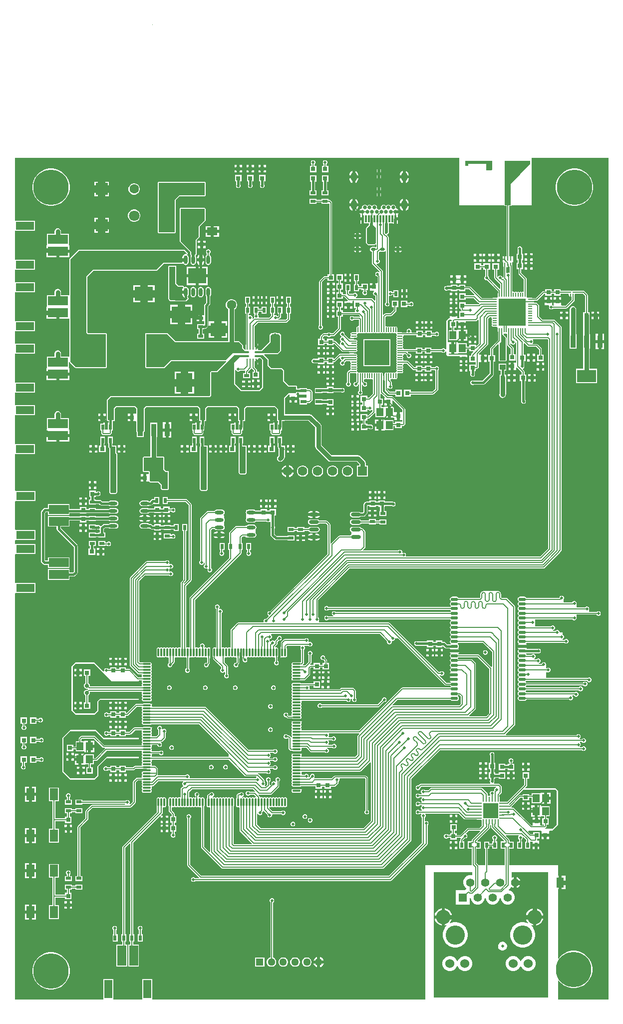
<source format=gtl>
%FSTAX23Y23*%
%MOIN*%
%SFA1B1*%

%IPPOS*%
%ADD16C,0.015700*%
%ADD17C,0.006000*%
%ADD22R,0.039400X0.023600*%
%ADD23R,0.031500X0.031500*%
%ADD24R,0.021700X0.035400*%
%ADD25R,0.059100X0.133900*%
%ADD26R,0.055100X0.122000*%
%ADD27R,0.045300X0.055100*%
%ADD28R,0.122000X0.102400*%
%ADD29O,0.023600X0.057100*%
%ADD30C,0.063000*%
%ADD31O,0.059100X0.023600*%
%ADD32R,0.055100X0.078700*%
%ADD33R,0.122000X0.055100*%
%ADD34R,0.133900X0.059100*%
%ADD35R,0.140000X0.060000*%
%ADD36R,0.051200X0.070900*%
%ADD37R,0.035400X0.021700*%
%ADD38R,0.031500X0.031500*%
%ADD39R,0.039400X0.063000*%
%ADD40R,0.078700X0.078700*%
%ADD41R,0.124000X0.094500*%
%ADD42R,0.102400X0.090600*%
%ADD43O,0.033500X0.019700*%
%ADD44R,0.007900X0.039400*%
%ADD45R,0.011800X0.047200*%
%ADD46R,0.071500X0.053500*%
%ADD47R,0.039000X0.035000*%
%ADD48C,0.007900*%
%ADD49R,0.126000X0.110200*%
%ADD50R,0.110200X0.126000*%
%ADD51R,0.019700X0.035400*%
%ADD52R,0.128000X0.084600*%
%ADD53R,0.035400X0.084600*%
%ADD54R,0.169300X0.169300*%
%ADD55O,0.007900X0.033500*%
%ADD56O,0.033500X0.007900*%
%ADD57O,0.011800X0.055100*%
%ADD58O,0.055100X0.011800*%
%ADD59O,0.047200X0.021700*%
%ADD60O,0.007900X0.037400*%
%ADD61O,0.037400X0.013800*%
%ADD62O,0.035400X0.009800*%
%ADD63O,0.009800X0.035400*%
%ADD64R,0.098400X0.098400*%
%ADD65O,0.007900X0.027600*%
%ADD66O,0.027600X0.007900*%
%ADD67R,0.181100X0.181100*%
%ADD68R,0.009800X0.019700*%
%ADD69R,0.114200X0.212600*%
%ADD70O,0.066900X0.023600*%
%ADD133C,0.006600*%
%ADD134C,0.006600*%
%ADD135C,0.030000*%
%ADD136C,0.015000*%
%ADD137C,0.006600*%
%ADD138R,0.055000X0.055000*%
%ADD139C,0.055000*%
%ADD140C,0.060200*%
%ADD141C,0.096300*%
%ADD142C,0.128000*%
%ADD143C,0.051200*%
%ADD144R,0.051200X0.051200*%
%ADD145C,0.027600*%
%ADD146C,0.236200*%
%ADD147C,0.070900*%
%ADD148O,0.039400X0.063000*%
%ADD149C,0.025600*%
%ADD150R,0.063000X0.063000*%
%ADD151C,0.019700*%
%ADD152C,0.023600*%
%ADD153C,0.026000*%
%LNpch_mainboard-1*%
%LPD*%
G36*
X00927Y06516D02*
X00928Y06515D01*
X00928Y06512*
X00928Y06512*
X00927Y06511*
X00927Y0651*
X00926Y0651*
X00925Y06512*
X00926Y06515*
X00927Y06517*
X00927Y06516*
G37*
G36*
X03193Y05542D02*
X03154D01*
Y05586*
X03034*
Y05571*
X03015*
Y05606*
X03193*
Y05542*
G37*
G36*
X03448Y05586D02*
X03319Y05448D01*
Y05309*
X0328*
Y05606*
X03448*
Y05586*
G37*
G36*
X03971Y00008D02*
X03635D01*
Y00135*
X03639Y00136*
X03645Y00129*
X03659Y00115*
X03675Y00103*
X03692Y00095*
X0371Y00088*
X0373Y00085*
X03749*
X03769Y00088*
X03787Y00095*
X03805Y00103*
X0382Y00115*
X03834Y00129*
X03846Y00145*
X03855Y00162*
X03861Y0018*
X03864Y002*
Y00219*
X03861Y00239*
X03855Y00257*
X03846Y00275*
X03834Y0029*
X0382Y00304*
X03805Y00316*
X03787Y00325*
X03769Y00331*
X03749Y00334*
X0373*
X0371Y00331*
X03692Y00325*
X03675Y00316*
X03659Y00304*
X03645Y0029*
X03639Y00283*
X03635Y00284*
Y00744*
X0364*
Y0079*
Y00835*
X03635*
Y00905*
X0331*
Y01016*
X03338*
Y01063*
X03311*
Y01073*
X0331Y01076*
X03308Y01079*
X03286Y01101*
X03288Y01106*
X03372*
X03373Y01104*
X03374Y01101*
X0337Y01098*
X03368Y01092*
Y01085*
X0337Y0108*
X03374Y01075*
Y01063*
X03361*
Y01016*
X03395*
Y01063*
X03393*
Y01075*
X03397Y0108*
X03399Y01085*
Y01089*
X03404Y01091*
X03422Y01073*
Y01063*
X03414*
Y01016*
X03448*
Y01059*
X0345Y01061*
X03453Y01062*
X03456Y01061*
X03467*
Y0105*
X03488*
X03509*
Y01067*
X03498*
X03497Y01068*
X03494Y01072*
X03494Y01074*
Y01082*
X03513*
Y01125*
X03469*
Y01113*
X03453*
X03437Y01129*
X03439Y01134*
X03523*
X03524Y01129*
Y01114*
X0355*
X03576*
Y01129*
Y01129*
X03578Y01134*
X03595*
X03636Y01174*
Y01399*
X03618Y01417*
X03417*
X03415Y01422*
X03426Y01433*
X03428Y01436*
X03429Y0144*
Y01481*
X03441*
Y01524*
X03398*
Y01481*
X0341*
Y01443*
X03295Y01328*
X03278*
X03276Y01329*
X03272Y0133*
X0325*
X03246Y01331*
X03245Y01335*
Y01357*
X03244Y01361*
X03243Y01363*
Y01372*
X03256Y01385*
X03258Y01388*
X03259Y01392*
Y0143*
X03258Y01433*
X03256Y01436*
X03246Y01446*
X03243Y01448*
X0324Y01449*
X03209*
X03206Y01454*
X03208Y01456*
X0321Y01461*
Y01468*
X03208Y01473*
Y01481*
X03216*
Y01489*
X03239*
Y01481*
X03282*
Y01524*
X03239*
Y01516*
X03216*
Y01524*
X03208*
Y01544*
X03216*
Y01587*
X03208*
Y01636*
X0321Y01641*
Y01648*
X03208Y01654*
X03204Y01658*
X03198Y0166*
X03191*
X03186Y01658*
X03181Y01654*
X03179Y01648*
Y01641*
X03181Y01636*
Y01587*
X03173*
Y01544*
X03181*
Y01524*
X03173*
Y01481*
X03181*
Y01473*
X03179Y01468*
Y01461*
X03181Y01456*
X03183Y01454*
X03181Y01449*
X02719*
X02715Y01448*
X02712Y01446*
X02703Y01437*
X02703Y01437*
X02696*
X02691Y01435*
X02686Y01431*
X02684Y01425*
Y01418*
X02686Y01413*
X02691Y01408*
X02696Y01406*
X02703*
X02709Y01408*
X02713Y01413*
X02715Y01418*
Y01423*
X02723Y0143*
X03221*
X03221Y01425*
X03216Y01423*
X03211Y01419*
X03209Y01413*
Y01406*
X0321Y01404*
X03207Y01402*
X03207Y01402*
X03205Y01399*
X032Y01399*
X03198Y014*
X03191*
X03186Y01398*
X03181Y01394*
X03179Y01388*
Y01381*
X03181Y01376*
X03183Y01374*
X03183Y01371*
X03182Y0137*
X03177Y01368*
X03175Y01368*
X0317Y01367*
X0317Y01367*
X03165Y01369*
Y0138*
X03164Y01384*
X03162Y01387*
X03129Y01419*
X03126Y01421*
X03123Y01422*
X0279*
X02786Y01421*
X02783Y01419*
X02768Y01404*
X02748*
X02745Y01408*
X02739Y0141*
X02732*
X02727Y01408*
X02722Y01404*
X0272Y01398*
Y01391*
X02722Y01386*
X02726Y01382*
X02724Y01378*
X02724Y01377*
X02712*
X02709Y01381*
X02703Y01383*
X02696*
X02691Y01381*
X02686Y01377*
X02684Y01371*
Y01364*
X02686Y01359*
X02691Y01354*
X02696Y01352*
X02703*
X02709Y01354*
X02712Y01358*
X02724*
X02724Y01357*
X02726Y01353*
X02722Y0135*
X0272Y01344*
Y01337*
X02722Y01332*
X02726Y01328*
X02724Y01324*
X02724Y01323*
X02712*
X02709Y01327*
X02703Y01329*
X02696*
X02691Y01327*
X02686Y01323*
X02684Y01317*
Y0131*
X02686Y01305*
X02691Y013*
X02696Y01298*
X02703*
X02709Y013*
X02712Y01304*
X02724*
X02724Y01303*
X02726Y01299*
X02722Y01296*
X0272Y0129*
Y01283*
X02722Y01278*
X02726Y01274*
X02724Y0127*
X02724Y01269*
X02712*
X02709Y01273*
X02703Y01275*
X02696*
X02691Y01273*
X02686Y01269*
X02684Y01263*
Y01256*
X02686Y01251*
X02691Y01246*
X02696Y01244*
X02703*
X02709Y01246*
X02712Y0125*
X02722*
X02724Y01245*
X02722Y01244*
X0272Y01238*
Y01231*
X02722Y01226*
X02725Y01222*
Y01053*
X02506Y00834*
X01253*
X01179Y00908*
Y01216*
X01183Y01221*
X01185Y01226*
Y01233*
X01183Y01239*
X01179Y01243*
X01173Y01245*
X01166*
X01161Y01243*
X01156Y01239*
X01154Y01233*
Y01226*
X01156Y01221*
X0116Y01216*
Y00905*
X01161Y00901*
X01163Y00898*
X01238Y00823*
X01236Y00819*
X01213*
X01209Y00823*
X01203Y00825*
X01196*
X01191Y00823*
X01186Y00819*
X01184Y00813*
Y00806*
X01186Y00801*
X01191Y00796*
X01196Y00794*
X01203*
X01209Y00796*
X01213Y008*
X02515*
X02518Y00801*
X02521Y00803*
X02761Y01043*
X02763Y01046*
X02764Y0105*
Y01171*
X02768Y01176*
X0277Y01181*
Y01188*
X02768Y01194*
X02764Y01198*
X02758Y012*
X02751*
X02749Y01199*
X02744Y01203*
Y01221*
X02745Y01221*
X02749Y01226*
X02751Y01231*
Y01238*
X02749Y01244*
X02747Y01245*
X0275Y0125*
X02971*
X03007Y01214*
X0301Y01212*
X03014Y01211*
X03092*
X03093Y0121*
X03097Y01209*
X03119*
X03123Y01208*
X03124Y01204*
Y01182*
X03125Y01178*
X03126Y01176*
Y01168*
X03111Y01153*
X03034*
X03031Y01153*
X03028Y01151*
X02983Y01106*
X02958*
Y01119*
X02946*
Y01135*
X02959*
Y01179*
X02916*
Y01135*
X02927*
Y01119*
X02915*
Y01107*
X02902*
X02898Y01111*
X02892Y01113*
X02885*
X0288Y01111*
X02875Y01107*
X02873Y01101*
Y01094*
X02875Y01089*
X0288Y01084*
X02885Y01082*
X02892*
X02898Y01084*
X02902Y01088*
X02915*
Y01075*
X02958*
Y01088*
X02983*
X02985Y01083*
X02985Y01082*
X02983Y0108*
X02982Y01076*
Y01064*
X02974*
Y01016*
X03008*
Y01064*
X03*
Y01072*
X03012Y01084*
X03018*
X03024Y01086*
X03028Y01091*
X0303Y01096*
Y01103*
X03028Y01109*
X03024Y01113*
X03022Y01113*
X03021Y01118*
X03038Y01135*
X03112*
X03114Y0113*
X03062Y01077*
X0306Y01074*
X03059Y01071*
Y01064*
X03031*
Y01016*
X03059*
Y0091*
Y0091*
X03055Y00905*
X03055Y00905*
X0275*
Y00008*
X00928*
X00926Y00012*
Y00013*
Y00146*
X00859*
Y00013*
Y00012*
X00857Y00008*
X00668*
X00666Y00012*
Y00013*
Y00146*
X00599*
Y00013*
Y00012*
X00597Y00008*
X00008*
Y02717*
X00011Y02721*
X00013*
X00145*
Y02788*
X00013*
X00011*
X00008Y02792*
Y02977*
X00011Y02981*
X00013*
X00145*
Y03048*
X00013*
X00011*
X00008Y03052*
Y03072*
X00011Y03076*
X00013*
X00145*
Y03143*
X00013*
X00011*
X00008Y03147*
Y03332*
X00011Y03336*
X00013*
X00145*
Y03403*
X00013*
X00011*
X00008Y03407*
Y03648*
X00141*
Y03715*
X00008*
Y03908*
X00141*
Y03975*
X00008*
Y04058*
X00141*
Y04125*
X00008*
Y04318*
X00141*
Y04385*
X00008*
Y04468*
X00141*
Y04535*
X00008*
Y04728*
X00141*
Y04795*
X00008*
Y04878*
X00141*
Y04945*
X00008*
Y05138*
X00141*
Y05205*
X00008*
Y05626*
X02975*
Y05309*
X03262*
X03274*
X03276Y05306*
X0328Y05304*
X03291*
Y0497*
X03265*
Y04938*
Y0493*
X03265*
X03269Y04929*
X0327Y04925*
X0327Y04924*
Y04905*
X0327Y04904*
Y049*
X03271*
Y04828*
X03267Y04826*
X03266Y04826*
X03264Y04827*
X03264Y04827*
X03264Y04828*
X03263Y04831*
X03261Y04834*
X03259Y04836*
X03256Y04838*
X03252Y04839*
X03245*
X0324Y04837*
X03235Y04833*
X0323Y04833*
X03228Y04835*
Y04878*
X03241*
Y04922*
X03197*
Y04878*
X0321*
Y04826*
X03211Y04823*
X03213Y0482*
X0325Y04783*
Y04753*
X03245Y04751*
X03174Y04821*
Y04827*
X03172Y04833*
X03168Y04837*
Y04878*
X03181*
Y04922*
X03137*
Y04909*
X03121*
Y04922*
X03077*
Y04878*
X03121*
Y04891*
X03137*
Y04878*
X03149*
Y04837*
X03145Y04833*
X03143Y04827*
Y0482*
X03145Y04815*
X0315Y0481*
X03155Y04808*
X03161*
X03234Y04735*
Y04727*
X03234Y04726*
X03233Y04723*
Y04703*
X03233Y047*
X03231Y04696*
X0323Y04695*
X03229*
Y04694*
X03228Y04693*
X03224Y04691*
X03221Y04691*
X03202*
X03198Y04691*
X03197Y0469*
X03125*
X03052Y04764*
X03049Y04766*
X03045Y04766*
X03017*
Y04779*
X02974*
Y04771*
X02962*
Y04779*
X02919*
Y04771*
X02893*
X02891Y0477*
X02886*
X02881Y04768*
X02876Y04764*
X02874Y04758*
Y04751*
X02876Y04746*
X02881Y04741*
X02886Y04739*
X02893*
X02899Y04741*
X02901Y04743*
X02919*
Y04735*
X02962*
Y04743*
X02974*
Y04735*
X03017*
Y04748*
X03041*
X03076Y04713*
X03074Y04708*
X03018*
Y04721*
X02975*
Y04677*
X03018*
Y0469*
X03072*
X03103Y04659*
X03106Y04657*
X03107Y04657*
X03108Y04652*
X03105Y04648*
X03018*
Y04661*
X02975*
Y04618*
X02987*
Y04613*
X02988Y0461*
X0299Y04607*
X02991Y04606*
X02988Y04601*
X02975*
Y04558*
X02972Y04554*
X02963*
Y04569*
X02912*
Y04554*
X02907Y04554*
X02907*
X02889Y04536*
Y04348*
X02884Y04347*
X02883Y04349*
X02879Y04353*
X02873Y04355*
X02866*
X02861Y04353*
X02856Y04349*
X0279*
Y0436*
X02747*
Y04349*
X0273*
Y0436*
X02687*
Y04349*
X02604*
X02601Y04354*
X02601Y04356*
X026Y0436*
X026Y0436*
X02598Y04364*
X026Y04368*
X026Y04368*
X02601Y04372*
X026Y04376*
X026Y04376*
X02598Y0438*
X026Y04384*
X026Y04384*
X02601Y04388*
X026Y04391*
X02598Y04395*
Y04396*
X026Y04399*
X02601Y04403*
X026Y04407*
X026Y04407*
X02598Y04411*
X026Y04415*
X026Y04415*
X02601Y04419*
X026Y04423*
X026Y04423*
X02598Y04427*
X026Y04431*
X026Y04431*
X02601Y04435*
X02601Y04436*
X02604Y04441*
X02689*
Y04429*
X02732*
Y04441*
X02749*
Y04429*
X02792*
Y0444*
X02811*
X02816Y04436*
X02821Y04434*
X02828*
X02834Y04436*
X02838Y04441*
X0284Y04446*
Y04453*
X02838Y04459*
X02834Y04463*
X02828Y04465*
X02821*
X02816Y04463*
X02811Y04459*
X02792*
Y04472*
X02749*
Y0446*
X02732*
Y04472*
X02689*
Y0446*
X02658*
X02655Y04465*
X02655Y04466*
Y04473*
X02653Y04479*
X02649Y04483*
X02643Y04485*
X02636*
X02631Y04483*
X02626Y04479*
X02624Y04473*
Y04466*
X02624Y04465*
X02621Y0446*
X02595*
X02595Y0446*
X02591Y04461*
X02565*
X02565Y04461*
X02561Y04465*
X02561Y04465*
Y04491*
X0256Y04495*
X02558Y04498*
X02554Y045*
X02551Y04501*
X02547Y045*
X02543Y04498*
X02542*
X02539Y045*
X02535Y04501*
X02531Y045*
X02531Y045*
X02527Y04498*
X02523Y045*
X02523Y045*
X02519Y04501*
X02515Y045*
X02515Y045*
X02511Y04498*
X02507Y045*
X02507Y045*
X02503Y04501*
X02499Y045*
X02496Y04498*
X02495*
X02491Y045*
X02488Y04501*
X02486Y04501*
X02481Y04504*
Y04563*
X02488Y0457*
X0252*
X02524Y04571*
X02527Y04573*
X02554Y046*
X02555Y04603*
X02556Y04606*
Y0463*
X02569*
Y04673*
X02525*
Y0463*
X02538*
Y0461*
X02517Y04589*
X02485*
X02481Y04588*
X02478Y04586*
X0247Y04578*
X02465Y0458*
Y04868*
X02465Y04872*
X02463Y04875*
X02422Y04915*
X02425Y04919*
X02426Y04919*
X02433*
X02439Y04921*
X02443Y04926*
X02445Y04931*
Y04938*
X02443Y04944*
X02439Y04948*
Y04996*
X02445Y05002*
X02449Y05*
X02455Y04998*
X02469*
X02475Y05*
X0248Y05003*
X02482Y05003*
X02485Y05001*
Y04663*
X02481Y04659*
X02479Y04653*
Y04646*
X02481Y04641*
X02486Y04636*
X02491Y04634*
X02498*
X02504Y04636*
X02508Y04641*
X0251Y04646*
Y04653*
X02508Y04659*
X02504Y04663*
Y04702*
X02509Y04706*
X02511Y04705*
X02518*
X02524Y04707*
X02528Y04711*
X02536*
Y04696*
X02569*
Y04743*
X02536*
Y0473*
X02528*
X02524Y04734*
X02518Y04736*
X02511*
X02509Y04735*
X02504Y04738*
Y05095*
X02503Y05098*
X02501Y05101*
X02493Y05109*
X02493Y05112*
X02494Y05115*
X02504Y05125*
X02506Y0513*
Y05188*
X02532*
Y05184*
X02538*
Y05188*
X0254*
Y05217*
X02548*
Y05227*
X02564*
Y05248*
X02569Y05253*
X0257Y05256*
X0255*
Y05276*
X0257*
X02569Y05279*
X02563Y05286*
X02554Y05289*
X02554*
X02553Y0529*
Y05298*
X0255Y05305*
X02545Y0531*
X02538Y05313*
X0253*
X02523Y0531*
X02518Y05305*
X02513Y0531*
X02506Y05313*
X02499*
X02492Y0531*
X02487Y05305*
X02482Y0531*
X02475Y05313*
X02467*
X0246Y0531*
X02455Y05305*
X02452Y05298*
Y0529*
X02453Y05288*
X02452Y05285*
X02445Y05282*
X0244Y05277*
X02434Y05282*
X02428Y05285*
X02426Y05288*
X02427Y0529*
Y05298*
X02424Y05305*
X02419Y0531*
X02412Y05313*
X02404*
X02397Y0531*
X02392Y05305*
X02387Y0531*
X0238Y05313*
X02373*
X02366Y0531*
X02361Y05305*
X02356Y0531*
X02349Y05313*
X02341*
X02334Y0531*
X02329Y05305*
X02326Y05298*
Y0529*
X02326Y05289*
X02325*
X02316Y05286*
X0231Y05279*
X02309Y05276*
X02329*
Y05256*
X02309*
X0231Y05253*
X02315Y05248*
Y05227*
X02331*
Y05217*
X02339*
Y05188*
X02341*
Y05184*
X02347*
Y05188*
X02373*
Y05177*
X02355Y05159*
X02353Y05155*
Y0506*
X02355Y05055*
X02365Y05045*
X0237Y05043*
X0241*
X02414Y05045*
X02416Y05047*
X02421Y05045*
Y05032*
X02416Y05029*
X02415Y05029*
X02409Y05031*
X02395*
X02389Y05029*
X02383Y05026*
X0238Y05021*
X02379Y05015*
X0238Y05008*
X02383Y05003*
X02389Y05*
X02393Y04999*
Y04922*
X02393Y04919*
X02395Y04916*
X02445Y04866*
X02445Y04864*
X02439Y04862*
X02439Y04863*
X02433Y04865*
X02426*
X02421Y04863*
X02416Y04859*
X02414Y04853*
Y04846*
X02416Y04841*
X02421Y04836*
X02426Y04834*
X02429*
X02431Y04832*
Y04795*
X02429Y0479*
X02426*
X02414*
Y04765*
X02404*
Y04755*
X02378*
Y04739*
X02405*
X02406Y04734*
Y04734*
X02401Y04729*
X02399Y04724*
Y04717*
X02401Y04711*
X02406Y04707*
X02411Y04705*
X02414*
X02415Y04703*
Y04674*
X0241Y04672*
X02395Y04687*
X02392Y04689*
X02389Y04689*
X02286*
X02285Y04694*
X02289Y04696*
X02293Y04701*
X02295Y04706*
Y04713*
X02293Y04719*
X02289Y04723*
X02283Y04725*
X02276*
X02271Y04723*
X02266Y04719*
X02243*
X02239Y04723*
Y04736*
X02248*
Y04783*
X02214*
Y04736*
X0222*
Y0472*
X02221Y04718*
X02217Y04715*
X02213Y04715*
X02199*
Y04728*
X02186*
Y04744*
X02199*
Y04788*
X02186*
Y04804*
X02199*
Y04848*
X02155*
Y04804*
X02168*
Y04788*
X02155*
Y04744*
X02168*
Y04728*
X02155*
Y04684*
X02199*
Y04697*
X02209*
X02231Y04675*
X02229Y0467*
X0221*
Y04655*
X02261*
Y0467*
X02266Y04671*
X02272*
X02273Y04666*
Y04623*
X02284*
X02285Y04618*
X02281Y04614*
X02279Y04608*
Y04602*
X02279Y046*
X02276Y04595*
X02198*
Y04608*
X02185*
Y04624*
X02198*
Y04668*
X02155*
Y04624*
X02167*
Y04608*
X02155*
Y04564*
X02167*
Y0449*
X02131Y04454*
X02118*
X02114Y04458*
X02108Y0446*
X02101*
X02096Y04458*
X02091Y04454*
X0207*
X02066Y04453*
X02063Y04451*
X02048Y04436*
X02046Y04433*
X02045Y0443*
Y04417*
X02033*
Y04374*
X02076*
Y04386*
X02093*
Y04374*
X02136*
Y04383*
X02141Y04385*
X02192Y04334*
X02195Y04332*
X02199Y04331*
X0224*
X02244Y04326*
X02244Y04325*
X02244Y04323*
X0224Y04318*
X02179*
X02175Y04317*
X02172Y04315*
X02141Y04284*
X02136Y04286*
Y04292*
X02093*
Y0428*
X02076*
Y04292*
X02033*
Y04284*
X02011*
X02008Y04285*
X02001*
X01996Y04283*
X01991Y04279*
X01989Y04273*
Y04266*
X01991Y04261*
X01996Y04256*
X02001Y04254*
X02008*
X02014Y04256*
X02014Y04256*
X02033*
Y04249*
X02076*
Y04261*
X02093*
Y04249*
X02136*
Y04261*
X02141*
X02144Y04262*
X02147Y04264*
X02174Y04291*
X02179Y04289*
Y04286*
X02181Y04281*
X02186Y04276*
X02188Y04275*
Y0427*
X02186Y04269*
X02181Y04264*
X02179Y04259*
Y04252*
X02181Y04246*
X02186Y04242*
X02191Y0424*
X02198*
X02204Y04242*
X02208Y04246*
X0221Y04252*
Y04257*
X02221Y04268*
X02245*
X02248Y04263*
X02248Y04262*
X02249Y04258*
X02251Y04254*
Y04253*
X02249Y0425*
X02248Y04246*
X02249Y04242*
X02249Y04242*
X02251Y04238*
X02249Y04234*
X02249Y04234*
X02248Y0423*
X02249Y04226*
X02249Y04226*
X02251Y04222*
X02249Y04218*
X02249Y04218*
X02248Y04214*
X02248Y04213*
X02245Y04208*
X02244*
X0224Y04207*
X02237Y04205*
X02228Y04196*
X02226Y04193*
X02225Y0419*
Y04127*
X02222Y04124*
X0222Y04118*
Y04111*
X02222Y04106*
X02226Y04101*
X02232Y04099*
X02239*
X02244Y04101*
X02249Y04106*
X02251Y04111*
Y04118*
X02249Y04124*
X02244Y04128*
X02244Y04128*
Y04186*
X02247Y04189*
X02254*
X02254Y04189*
X02258Y04188*
X02284*
X02284Y04189*
X02289Y04184*
X02288Y04184*
Y04158*
X02289Y04154*
X02289Y04154*
Y04132*
X02287Y0413*
X02281*
X02276Y04128*
X02271Y04124*
X02269Y04118*
Y04111*
X02271Y04106*
X02276Y04101*
X02281Y04099*
X02288*
X02294Y04101*
X02298Y04106*
X023Y04111*
X02305*
Y04073*
X02301Y04069*
X02299Y04063*
Y04056*
X02301Y04051*
X02306Y04046*
X02311Y04044*
X02318*
X02324Y04046*
X02328Y04051*
X0233Y04056*
Y04063*
X02328Y04069*
X02324Y04073*
Y04111*
X02329*
X02331Y04106*
X02336Y04101*
X02341Y04099*
X02348*
X02354Y04101*
X02358Y04106*
X0236Y04111*
Y04118*
X02358Y04124*
X02354Y04128*
X02348Y0413*
X02344*
X02339Y04135*
Y04145*
X02344Y04148*
X02346Y04148*
X0235Y04149*
X02353Y04151*
X02354*
X02358Y04149*
X02362Y04148*
X02365Y04149*
X02366Y04149*
X02369Y04151*
X02373Y04149*
X02373Y04149*
X02377Y04148*
X02381Y04149*
X02381Y04149*
X02385Y04151*
X02389Y04149*
X02389Y04149*
X02393Y04148*
X02395Y04148*
X024Y04145*
Y04053*
X02371Y04024*
X02361*
Y04037*
X02317*
Y03993*
X0233*
Y03977*
X02317*
Y03933*
X02361*
Y03945*
X02366*
X02371Y03941*
X02376Y03939*
X02383*
X02389Y03941*
X0239Y03943*
X02395Y03941*
Y03933*
X02366Y03904*
X02361Y03905*
Y03916*
X02317*
Y03872*
X02331*
Y03853*
X02318*
Y03809*
X02362*
Y03817*
X02374*
X02376Y03816*
X02381Y03814*
X02388*
X02394Y03816*
X02398Y03821*
X024Y03826*
Y03833*
X02398Y03839*
X02394Y03843*
X02388Y03845*
X02381*
X0238Y03845*
X02362*
Y03853*
X02349*
Y03872*
X02361*
Y03885*
X02369*
X02373Y03886*
X02376Y03888*
X02411Y03923*
X02411*
X02416Y03921*
Y03895*
X02472*
X02475Y03891*
X02476*
X02498*
Y03928*
Y03966*
X02476*
X02475*
X02472Y03962*
X0247*
X02454*
Y03975*
X02465*
Y04019*
X02449*
Y0405*
X02454Y04052*
X02479Y04027*
X02477Y04023*
X02477*
Y04007*
X02503*
Y03997*
X02513*
Y03971*
X02528*
Y04004*
X02533Y04006*
X02595Y03944*
Y03932*
X02595Y03927*
X0259*
X02579*
Y03901*
Y03876*
X02595*
X02595Y03871*
Y03865*
X02591Y03864*
X02547*
Y03854*
X02536*
Y03875*
X0248*
X02477Y03879*
X02476*
X02455*
Y03841*
Y03804*
X02476*
X02477*
X0248Y03808*
X02482*
X02536*
Y03835*
X02547*
Y03821*
X02591*
Y03835*
X026*
X02603Y03836*
X02606Y03838*
X02611Y03843*
X02613Y03846*
X02614Y0385*
Y03948*
X02613Y03951*
X02611Y03954*
X02534Y04031*
X02531Y04033*
X02528Y04034*
X02498*
X02465Y04067*
Y0414*
X0247Y04144*
X02472Y04144*
X02473Y04144*
X02478Y0414*
Y04077*
X02479Y04073*
X02481Y0407*
X02503Y04049*
X02505Y04047*
X02509Y04046*
X02548*
Y04033*
X02592*
Y04077*
X02548*
Y04064*
X02513*
X02497Y0408*
Y04088*
X02499Y04089*
X02502Y0409*
X02506Y04086*
X02511Y04084*
X02518*
X02524Y04086*
X02528Y04091*
X0253Y04096*
Y04103*
X02528Y04109*
X02524Y04113*
Y0413*
X02523Y04133*
X02521Y04136*
X02516Y04141*
X02516Y04144*
X02519Y04148*
X02523Y04149*
X02523Y04149*
X02527Y04151*
X02531Y04149*
X02531Y04149*
X02535Y04148*
X02539Y04149*
X02542Y04151*
X02543*
X02547Y04149*
X02551Y04148*
X02554Y04149*
X02558Y04151*
X0256Y04154*
X02561Y04158*
Y04184*
X02561Y04184*
X02565Y04189*
X02565Y04188*
X02591*
X02595Y04189*
X02598Y04191*
X026Y04195*
X02601Y04199*
X026Y04202*
X02598Y04206*
Y04207*
X026Y0421*
X02601Y04214*
X026Y04218*
X026Y04218*
X02598Y04222*
X026Y04226*
X026Y04226*
X02601Y0423*
X026Y04234*
X026Y04234*
X02598Y04238*
X026Y04242*
X026Y04242*
X02601Y04246*
X02601Y04247*
X02604Y04252*
X02624*
X02664Y04212*
X02667Y0421*
X02671Y04209*
X02687*
Y04197*
X0273*
Y04209*
X02747*
Y04197*
X0279*
Y0421*
X02811*
X02815Y04206*
Y04083*
X02796Y04064*
X02651*
Y04077*
X02607*
Y04033*
X02651*
Y04046*
X028*
X02804Y04047*
X02807Y04049*
X02831Y04073*
X02833Y04076*
X02834Y0408*
Y04206*
X02838Y04211*
X0284Y04216*
Y04223*
X02838Y04229*
X02834Y04233*
X02828Y04235*
X02821*
X02816Y04233*
X02811Y04229*
X0279*
Y0424*
X02747*
Y04228*
X0273*
Y0424*
X02687*
Y04228*
X02674*
X02634Y04268*
X02631Y0427*
X02628Y04271*
X02604*
X02601Y04276*
X02601Y04277*
X026Y04281*
X026Y04281*
X02598Y04285*
X026Y04289*
X026Y04289*
X02601Y04293*
X026Y04297*
X02598Y043*
Y04302*
X026Y04305*
X02601Y04309*
X02601Y0431*
X02604Y04315*
X02616*
X02624Y04307*
Y04301*
X02626Y04296*
X02631Y04291*
X02636Y04289*
X02643*
X02649Y04291*
X02653Y04296*
X02655Y04301*
Y04308*
X02653Y04314*
X02649Y04318*
X02643Y0432*
X02637*
X02631Y04326*
X02633Y04331*
X02687*
Y04317*
X0273*
Y04331*
X02747*
Y04317*
X0279*
Y0433*
X02856*
X02861Y04326*
X02866Y04324*
X02873*
X02879Y04326*
X02883Y04331*
X02884Y04332*
X02889Y04331*
Y04311*
X02898Y04302*
X02979*
Y04295*
X0303*
Y0431*
X03024*
Y04311*
X02907*
X02904Y04314*
X02905Y04319*
X02923*
Y04356*
Y04394*
X02903*
X029*
X02898Y04398*
Y04536*
X02907Y04545*
X02922*
X02925Y0454*
X02925Y04539*
X02923Y04536*
X02913*
Y04493*
X02924*
Y04476*
X02904*
Y04409*
X02961*
X02963Y04405*
X02964*
X02986*
Y04443*
Y0448*
X02964*
X02963*
X02961Y04476*
X02958*
X02942*
Y04493*
X02956*
Y04535*
X02968*
Y04525*
X02994*
X03019*
Y04535*
X03087*
X0309Y04536*
X03093Y04538*
X03099Y04544*
X03104Y04542*
Y04386*
X03091Y04373*
X03086Y04375*
Y04377*
X03043*
Y04365*
X03025*
Y0439*
X02968*
X02966Y04394*
X02965*
X02943*
Y04356*
Y04319*
X02965*
X02966*
X02968Y04323*
X02971*
X03025*
Y04347*
X03043*
Y04334*
X03068*
X03069Y04329*
X03057Y04317*
X03055Y04314*
X03054Y0431*
Y04306*
X03042*
Y04263*
X03085*
X03086Y04258*
Y04251*
X03085Y04246*
X03042*
Y04203*
X0305*
Y04187*
X03049Y04183*
Y04176*
X03051Y04171*
X03056Y04166*
X03061Y04164*
X03068*
X03074Y04166*
X03078Y04171*
X0308Y04176*
Y04183*
X03078Y04189*
X03078Y04189*
Y04203*
X03085*
Y04216*
X03091*
X03094Y04216*
X03097Y04218*
X03102Y04223*
X03104Y04226*
X03105Y0423*
Y04258*
X03107Y04262*
X0311*
X03123*
Y04288*
Y04313*
X03109*
X03107Y04318*
X03165Y04376*
X03167Y04379*
X03168Y04383*
Y0455*
X0318Y04562*
X03188*
X03192Y04557*
X03191Y04555*
X03192Y04551*
X03194Y04548*
Y04547*
X03192Y04543*
X03191Y04539*
X03192Y04536*
X03192Y04535*
X03194Y04532*
X03192Y04528*
X03192Y04528*
X03191Y04524*
X03192Y0452*
X03192Y0452*
X03194Y04516*
X03192Y04512*
X03192Y04512*
X03191Y04508*
X03192Y04504*
X03194Y04501*
X03198Y04499*
X03202Y04498*
X03221*
X03224Y04498*
X03228Y04496*
X03229Y04495*
Y04494*
X0323*
X03231Y04493*
X03233Y04489*
X03233Y04486*
Y04467*
X03234Y04463*
X03234Y04462*
Y04408*
X03186Y0436*
X03184Y04357*
X03183Y04353*
Y04309*
X0317*
Y04266*
X03178*
Y04188*
X03129Y04138*
X03073*
X03068Y0414*
X03061*
X03056Y04138*
X03051Y04134*
X03049Y04128*
Y04121*
X03051Y04116*
X03056Y04111*
X03061Y04109*
X03068*
X03073Y04111*
X03135*
X0314Y04112*
X03144Y04115*
X03202Y04172*
X03205Y04177*
X03206Y04182*
Y04266*
X03214*
Y04309*
X03201*
Y04349*
X03233Y04381*
X03238Y0438*
Y04275*
X03239Y04272*
Y04267*
X0329*
Y04272*
X03291Y04275*
Y04425*
X03289Y04429*
X03272Y04446*
X03273Y04452*
X03274Y04452*
X03274Y04452*
X0328Y04453*
X03282Y04455*
X03285Y04453*
X0329Y04452*
X03292Y04453*
X03297Y04449*
Y04379*
X03297Y04376*
X03299Y04373*
X0332Y04352*
Y04315*
X03308*
Y04272*
X03351*
Y04315*
X03339*
Y04356*
X03338Y04359*
X03336Y04362*
X03316Y04382*
X03316Y04384*
X0332Y04385*
X03321*
X03326Y04381*
X03331Y04379*
X03338*
X03344Y04381*
X03348Y04386*
X0335Y04391*
X03351Y04392*
X03355Y04393*
X03356Y04393*
Y04265*
X03355Y0426*
X03351*
X0334*
Y04235*
Y04209*
X03355*
Y04226*
X03355Y04226*
X0336Y04227*
X03392Y04195*
Y04179*
X0338*
Y04136*
X03388*
Y04004*
X03389Y03999*
Y03996*
X03391Y03991*
X03396Y03986*
X03401Y03984*
X03408*
X03414Y03986*
X03418Y03991*
X0342Y03996*
Y04003*
X03418Y04009*
X03415Y04011*
Y04136*
X03423*
Y04179*
X03411*
Y04199*
X0341Y04203*
X03408Y04206*
X034Y04214*
X03401Y0422*
X03404Y04221*
X03408Y04226*
X0341Y04231*
Y04238*
X03409Y04241*
Y0427*
X03419*
Y04313*
X03406*
Y04385*
X03411Y04387*
X03431Y04367*
X03434Y04365*
X03438Y04364*
X03488*
X03508Y04344*
Y04313*
X03496*
Y04269*
X03539*
Y04313*
X03527*
Y04348*
X03526Y04351*
X03524Y04354*
X03498Y0438*
X03495Y04382*
X03492Y04383*
X03467*
X03465Y04388*
X03468Y04391*
X0347Y04396*
Y04403*
X03468Y04409*
X03466Y0441*
X03468Y04415*
X03566*
X0357Y04411*
Y03018*
X03516Y02964*
X02623*
X02619Y02969*
X0262Y02971*
Y02978*
X02618Y02984*
X02614Y02988*
X02608Y0299*
X02601*
X026Y0299*
X02599Y0299*
X02595Y02993*
Y02998*
X02593Y03004*
X02589Y03008*
X02583Y0301*
X02576*
X02571Y03008*
X02566Y03004*
X02333*
X02331Y03008*
X02346Y03023*
X02348Y03026*
X02349Y0303*
Y0313*
X02348Y03133*
X02346Y03136*
X02331Y03151*
X02328Y03153*
X02325Y03154*
X02321*
X02319Y03157*
X02313Y03161*
X02306Y03163*
X02263*
X02256Y03161*
X0225Y03157*
X02246Y03151*
X02245Y03145*
X02246Y03138*
X0225Y03132*
X02255Y03129*
Y03111*
X0225Y03107*
X02247Y03104*
X02175*
X02171Y03103*
X02168Y03101*
X02119Y03052*
X02116Y03052*
X02114Y03054*
Y0318*
X02113Y03183*
X02111Y03186*
X02096Y03201*
X02093Y03203*
X0209Y03204*
X02042*
X02039Y03207*
X02033Y03211*
X02026Y03213*
X01983*
X01976Y03211*
X0197Y03207*
X01966Y03202*
X01965Y03195*
X01966Y03188*
X0197Y03182*
X01976Y03178*
X01983Y03176*
X02026*
X02033Y03178*
X02039Y03182*
X02042Y03185*
X02086*
X02095Y03176*
Y02983*
X01712Y026*
X01706*
X01701Y02598*
X01696Y02594*
X01694Y02588*
Y02581*
X01696Y02576*
X01701Y02571*
X01702Y0257*
X01703Y02565*
X01689Y0255*
X01688Y0255*
X01681*
X01676Y02548*
X01671Y02544*
X01669Y02538*
Y02531*
X0167Y02529*
X01666Y02524*
X015*
X01496Y02523*
X01493Y02521*
X01452Y0248*
X0145Y02477*
X01449Y02473*
Y0236*
X01444Y02357*
X01443Y02357*
X01439Y02358*
X01434Y02357*
X0143Y02355*
X01428*
X01424Y02357*
X01419Y02358*
X01414Y02357*
X0141Y02355*
X01408*
X01404Y02357*
X01399Y02358*
X01395Y02357*
X01394Y02357*
X01389Y02359*
Y02367*
Y02586*
X01393Y02591*
X01395Y02596*
Y02603*
X01393Y02609*
X01389Y02613*
X01383Y02615*
X01376*
X01374Y02614*
X01374Y02615*
X01372Y02619*
X01373Y02621*
X01375Y02626*
Y02633*
X01373Y02639*
X01369Y02643*
X01363Y02645*
X01356*
X01351Y02643*
X01346Y02639*
X01344Y02633*
Y02626*
X01346Y02621*
X01351Y02616*
X01351Y02616*
Y02367*
Y0236*
X01346Y02357*
X01345Y02357*
X0134Y02358*
X01336Y02357*
X01333Y02356*
X01332Y02358*
X01331Y02359*
Y02353*
X01329Y02351*
X01328Y02346*
Y02325*
Y02303*
X01329Y02298*
X01331Y02296*
Y02285*
X01331Y02285*
X01332Y02282*
X01334Y02279*
X01385Y02228*
Y02217*
X01381Y02214*
X01379Y02208*
Y02201*
X01381Y02196*
X01386Y02191*
X01391Y02189*
X01398*
X01404Y02191*
X01407Y02195*
X01411Y02193*
X01412Y02193*
Y02181*
X01408Y02178*
X01406Y02172*
Y02165*
X01408Y0216*
X01413Y02155*
X01418Y02153*
X01425*
X01431Y02155*
X01435Y0216*
X01437Y02165*
Y02172*
X01435Y02178*
X01431Y02181*
Y02232*
X0143Y02235*
X01428Y02238*
X01409Y02258*
Y02289*
X01414Y02292*
X01414Y02292*
X01419Y02291*
X01424Y02292*
X01428Y02294*
X0143*
X01434Y02292*
X01439Y02291*
X01443Y02292*
X01447Y02294*
X0145*
X01454Y02292*
X01458Y02291*
X01463Y02292*
X01467Y02294*
X0147*
X01473Y02292*
X01478Y02291*
X01483Y02292*
X01484Y02292*
X01489Y0229*
Y02258*
X01487Y02256*
X01481*
X01476Y02254*
X01471Y0225*
X01469Y02244*
Y02237*
X01471Y02232*
X01476Y02227*
X01481Y02225*
X01488*
X01494Y02227*
X01498Y02232*
X015Y02237*
Y02244*
X01504Y02247*
X01506Y0225*
X01507Y02254*
Y02286*
X01508Y02286*
Y02296*
X01509Y02298*
X0151Y02303*
Y02325*
X01525*
Y02303*
X01526Y02298*
X01528Y02296*
Y02285*
X01528Y02285*
X01529Y02282*
X0153Y0228*
X01529Y02278*
Y02271*
X01531Y02266*
X01536Y02261*
X01541Y02259*
X01548*
X01554Y02261*
X01558Y02266*
X0156Y02271*
Y02278*
X01558Y02284*
X01556Y02286*
X01556Y02288*
X01558Y02291*
X01562Y02292*
X01565Y02294*
X01568*
X01572Y02292*
X01577Y02291*
X01581Y02292*
X01585Y02294*
X01588*
X01592Y02292*
X01596Y02291*
X01601Y02292*
X01605Y02294*
X01607*
X01611Y02292*
X01616Y02291*
X01621Y02292*
X01625Y02294*
X01627*
X01631Y02292*
X01636Y02291*
X0164Y02292*
X01644Y02294*
X01647*
X01651Y02292*
X01655Y02291*
X0166Y02292*
X01664Y02294*
X01666*
X0167Y02292*
X01675Y02291*
X0168Y02292*
X01684Y02294*
X01686*
X0169Y02292*
X01695Y02291*
X01699Y02292*
X01703Y02294*
X01706*
X0171Y02292*
X01714Y02291*
X01719Y02292*
X01723Y02294*
X01725*
X01729Y02292*
X01734Y02291*
X01739Y02292*
X0174Y02293*
X01745Y0229*
Y02267*
X01741Y02264*
X01739Y02258*
Y02251*
X01741Y02246*
X01746Y02241*
X01751Y02239*
X01758*
X01764Y02241*
X01768Y02246*
X0177Y02251*
Y02258*
X01768Y02264*
X01764Y02268*
X01763Y02268*
Y02285*
X01763Y02285*
Y02296*
X01765Y02298*
X01766Y02303*
Y02325*
Y02346*
X01765Y02351*
X01763Y02353*
Y02359*
X01762Y02358*
X01761Y02356*
X01758Y02357*
X01754Y02358*
X01752Y02358*
X01747Y02362*
X01747Y02362*
X01747Y02364*
X0176Y02377*
X01762Y0238*
X01762Y02383*
Y02394*
X01772Y02404*
X01778*
X01784Y02406*
X01788Y02411*
X0179Y02416*
Y02423*
X01788Y02429*
X01784Y02433*
X01778Y02435*
X01771*
X01766Y02433*
X01761Y02429*
X01759Y02423*
Y02417*
X01747Y02405*
X01746Y02403*
X01741Y02402*
X0174Y02402*
X01739Y02403*
X01733Y02405*
X01726*
X01721Y02403*
X01716Y02399*
X01715Y02397*
X0171Y02398*
Y02403*
X01708Y02409*
X01708Y02409*
X0171Y02414*
X01713*
X01719Y02416*
X01723Y02421*
X01725Y02426*
Y02433*
X01723Y02439*
X01719Y02442*
X0172Y02445*
X01721Y02447*
X02444*
X02493Y02398*
Y02392*
X02495Y02386*
X025Y02382*
X02506Y02379*
X02512*
X02518Y02382*
X02522Y02386*
X02525Y02392*
Y02398*
X02527Y024*
X02529Y02402*
X02535*
X0254Y02404*
X02545Y02409*
X02547Y02415*
Y02418*
X02568*
X02879Y02107*
X02882Y02105*
X02886Y02104*
X02916*
X02918Y02101*
X0292Y021*
Y02095*
X02918Y02094*
X02916Y02091*
X02595*
X02591Y0209*
X02588Y02088*
X02304Y01804*
X01925*
X01922Y01809*
X01922Y0181*
X01923Y01815*
X01922Y01819*
X0192Y01823*
Y01826*
X01922Y0183*
X01923Y01834*
X01922Y01839*
X0192Y01843*
Y01845*
X01922Y01849*
X01923Y01854*
X01922Y01859*
X01921Y01861*
X01923Y01862*
X01924Y01864*
X01918*
X01916Y01865*
X01911Y01866*
X0189*
X01868*
X01863Y01865*
X01861Y01864*
X01855*
X01856Y01862*
X01858Y01861*
X01857Y01859*
X01856Y01854*
X01857Y01849*
X01859Y01845*
Y01843*
X01857Y01839*
X01856Y01834*
X01857Y0183*
X01859Y01826*
Y01823*
X01857Y01819*
X01856Y01815*
X01857Y0181*
X01859Y01806*
Y01804*
X01857Y018*
X01856Y01795*
X01857Y0179*
X01859Y01786*
Y01784*
X01857Y0178*
X01856Y01775*
X01857Y01771*
X01859Y01767*
Y01764*
X01857Y01761*
X01854Y0176*
X01852*
X01851Y01761*
X01843Y01769*
X0184Y01771*
X01836Y01772*
X01831*
X01831Y01773*
X01827Y01777*
X01821Y01779*
X01814*
X01809Y01777*
X01804Y01773*
X01802Y01767*
Y0176*
X01804Y01755*
X01809Y0175*
X01814Y01748*
X01821*
X01827Y0175*
X01828Y01752*
X01834*
X01835Y01751*
Y01686*
X01836Y01683*
X01838Y0168*
X01847Y01671*
X01849Y01669*
X01851Y01669*
X01851Y01667*
X01861*
X01863Y01666*
X01868Y01665*
X0189*
X01911*
X01916Y01666*
X01918Y01667*
X01924*
X01923Y01669*
X01921Y0167*
X01922Y01672*
X01923Y01677*
X01922Y01682*
X01922Y01682*
X01925Y01687*
X01954*
X01978Y01663*
X01981Y01661*
X01985Y0166*
X02076*
X02081Y01656*
X02086Y01654*
X02093*
X02099Y01656*
X02103Y01661*
X02105Y01666*
Y01673*
X02103Y01679*
X02099Y01683*
X02093Y01685*
Y0169*
X02126*
X02131Y01686*
X02136Y01684*
X02143*
X02149Y01686*
X02153Y01691*
X02155Y01696*
Y01703*
X02153Y01709*
X02149Y01713*
X02143Y01715*
X02136*
X02131Y01713*
X02126Y01709*
X02103*
X02101Y01714*
X02103Y01716*
X02105Y01721*
Y01728*
X02103Y01734*
X02101Y01735*
X02103Y0174*
X02123*
X02128Y01736*
X02134Y01734*
X0214*
X02146Y01736*
X0215Y01741*
X02153Y01746*
Y01753*
X0215Y01759*
X02146Y01763*
X0214Y01765*
X02134*
X02128Y01763*
X02123Y01759*
X02105*
X02103Y01764*
X02103Y01764*
X02105Y0177*
Y01776*
X02104Y01781*
X02106Y01786*
X02306*
X02308Y01781*
X02297Y0177*
X02295Y01767*
X02294Y01764*
Y01641*
X0228Y01627*
X01925*
X01922Y01632*
X01922Y01633*
X01923Y01638*
X01922Y01642*
X01921Y01645*
X01923Y01646*
X01924Y01647*
X01918*
X01916Y01649*
X01911Y0165*
X0189*
X01868*
X01863Y01649*
X01861Y01647*
X01855*
X01856Y01646*
X01858Y01645*
X01857Y01642*
X01856Y01638*
X01857Y01633*
X01859Y01629*
Y01626*
X01857Y01623*
X01856Y01618*
X01857Y01613*
X01859Y01609*
Y01607*
X01857Y01603*
X01856Y01598*
X01857Y01594*
X01859Y0159*
Y01587*
X01857Y01583*
X01856Y01578*
X01857Y01574*
X01859Y0157*
Y01567*
X01857Y01563*
X01856Y01559*
X01857Y01554*
X01859Y0155*
Y01548*
X01857Y01544*
X01856Y01539*
X01857Y01534*
X01859Y01531*
Y01528*
X01857Y01524*
X01856Y01519*
X01857Y01515*
X01859Y01511*
Y01508*
X01857Y01504*
X01856Y015*
X01857Y01495*
X01859Y01491*
Y01489*
X01857Y01485*
X01856Y0148*
X01857Y01475*
X01859Y01471*
Y01469*
X01857Y01465*
X01856Y0146*
X01857Y01456*
X01859Y01452*
Y01449*
X01857Y01445*
X01856Y01441*
X01857Y01436*
X01858Y01434*
X01856Y01432*
X01855Y01431*
X01861*
X01863Y01429*
X01868Y01429*
X0189*
X01911*
X01916Y01429*
X01918Y01431*
X01928*
X01928Y01432*
X02015*
Y01415*
X02058*
Y01428*
X02075*
Y01415*
X02118*
Y01428*
X02143*
X02147Y01429*
X0215Y01431*
X02166Y01447*
X02168Y0145*
X02169Y01453*
Y01461*
X02173Y01465*
X02175Y01471*
Y01478*
X02175Y01479*
X02178Y01484*
X02345*
X02348Y01481*
Y01272*
X02344Y01269*
X02342Y01263*
Y01256*
X02344Y01251*
X02349Y01246*
X02354Y01244*
X02361*
X02367Y01246*
X02371Y01251*
X02373Y01256*
Y01263*
X02371Y01269*
X02367Y01272*
Y01485*
X02366Y01488*
X02364Y01491*
X02355Y015*
X02352Y01502*
X02349Y01503*
X02145*
X02141Y01502*
X02138Y015*
X02122Y01484*
X0201*
X02008Y01484*
X02006Y01488*
X02008Y01491*
X0201Y01496*
Y01503*
X02008Y01509*
X02004Y01513*
X01998Y01515*
X01991*
X01986Y01513*
X01981Y01509*
X01979Y01503*
Y01497*
X01973Y01491*
X01969Y01494*
X0197Y01497*
Y01503*
X01968Y01509*
X01963Y01513*
X01958Y01516*
X01951*
X01945Y01513*
X01941Y01509*
X01925*
X01922Y01514*
X01922Y01515*
X01923Y01519*
X01922Y01524*
X01922Y01525*
X01925Y0153*
X02313*
X02317Y01531*
X0232Y01533*
X02379Y01592*
X02384Y0159*
Y012*
X02336Y01152*
X0165*
X01625Y01177*
Y01247*
X0163Y01248*
X01631Y01246*
X01636Y01241*
X01641Y01239*
X01648*
X01654Y01241*
X01658Y01246*
X0166Y01251*
Y01258*
X01659Y0126*
X01662Y01263*
X01664Y01265*
Y01266*
X01666Y01266*
X01669Y01267*
X01694Y01242*
Y01236*
X01696Y01231*
X01701Y01226*
X01706Y01224*
X01713*
X01719Y01226*
X01723Y01231*
X01725Y01236*
Y01241*
Y01243*
X0173Y01245*
X01786*
X01791Y01241*
X01796Y01239*
X01803*
X01809Y01241*
X01813Y01246*
X01815Y01251*
Y01258*
X01813Y01264*
X01809Y01268*
X01803Y0127*
X01796*
X01791Y01268*
X01786Y01264*
X01728*
X01707Y01285*
X01707Y01288*
X01707Y01288*
X01712Y01291*
X01714Y01291*
X01719Y01292*
X01723Y01294*
X01725*
X01729Y01292*
X01734Y01291*
X01739Y01292*
X01743Y01294*
X01745*
X01749Y01292*
X01754Y01291*
X01758Y01292*
X01762Y01294*
X01765*
X01769Y01292*
X01773Y01291*
X01778Y01292*
X01782Y01294*
X01785*
X01788Y01292*
X01793Y01291*
X01798Y01292*
X01802Y01294*
X01804*
X01808Y01292*
X01813Y01291*
X01817Y01292*
X01821Y01294*
X01824Y01298*
X01825Y01303*
Y01346*
X01824Y01351*
X01821Y01355*
X01817Y01357*
X01813Y01358*
X01808Y01357*
X01804Y01355*
X01802*
X01798Y01357*
X01793Y01358*
X01788Y01357*
X01785Y01355*
X01782*
X01778Y01357*
X01773Y01358*
X01769Y01357*
X01765Y01355*
X01762*
X01758Y01357*
X01754Y01358*
X01749Y01357*
X01745Y01355*
X01743*
X01739Y01357*
X01734Y01358*
X01729Y01357*
X01725Y01355*
X01723*
X01719Y01357*
X01714Y01358*
X0171Y01357*
X01706Y01355*
X01703*
X01699Y01357*
X01695Y01358*
X0169Y01357*
X01686Y01355*
X01684*
X0168Y01357*
X01675Y01358*
X0167Y01357*
X01666Y01355*
X01664*
X0166Y01357*
X01655Y01358*
X01651Y01357*
X0165Y01357*
X01647Y01358*
X01645Y01359*
X01644Y01362*
X01642Y01365*
X01636Y01371*
X01637Y01375*
X01638Y01376*
X01719*
X01722Y01377*
X01725Y01379*
X0177Y01424*
X01772Y01427*
X01773Y01431*
Y01463*
X01777Y01467*
X01779Y01472*
Y01479*
X01777Y01485*
X01773Y01489*
X01767Y01491*
X0176*
X01755Y01489*
X0175Y01485*
X01748Y01479*
Y01472*
X0175Y01467*
X01752Y01464*
X01752Y01463*
X01746Y01461*
X01746Y01462*
X0174Y01464*
X01733*
X01728Y01462*
X01723Y01458*
X01721Y01452*
Y01446*
X01715Y0144*
X0171Y01443*
Y01463*
X01714Y01467*
X01716Y01472*
Y01479*
X01714Y01485*
X0171Y01489*
X01704Y01491*
X01697*
X01692Y01489*
X01687Y01485*
X01685Y01479*
Y01472*
X01687Y01467*
X01691Y01463*
Y01443*
X01681Y01433*
X01679Y01433*
X01677Y01439*
X01678Y0144*
X0168Y01445*
Y01452*
X01678Y01457*
X01674Y01461*
Y0147*
X01673Y01474*
X01671Y01477*
X01635Y01513*
X01632Y01515*
X0163Y01515*
X01631Y0152*
X01687*
X01692Y01516*
X01697Y01514*
X01704*
X0171Y01516*
X01714Y01521*
X01716Y01526*
Y01533*
X01714Y01539*
X0171Y01542*
X01711Y01545*
X01712Y01547*
X01732*
X01737Y01543*
X01742Y01541*
X01749*
X01755Y01543*
X01759Y01548*
X01761Y01553*
Y0156*
X01759Y01566*
X01755Y0157*
X01749Y01572*
X01742*
X01737Y0157*
X01732Y01566*
X0171*
X01709Y01571*
X0171Y01571*
X01714Y01575*
X01716Y01581*
Y01588*
X01714Y01593*
X01711Y01596*
X01713Y01601*
X01732*
X01737Y01597*
X01742Y01595*
X01749*
X01755Y01597*
X01759Y01602*
X01761Y01607*
Y01614*
X01759Y0162*
X01755Y01624*
X01749Y01626*
X01742*
X01737Y01624*
X01732Y0162*
X01712*
X01711Y01622*
X0171Y01625*
X01714Y01629*
X01716Y01634*
Y01641*
X01714Y01647*
X0171Y0165*
X01711Y01653*
X01712Y01655*
X01732*
X01737Y01651*
X01742Y01649*
X01749*
X01755Y01651*
X01759Y01656*
X01761Y01661*
Y01668*
X01759Y01674*
X01755Y01678*
X01749Y0168*
X01742*
X01737Y01678*
X01732Y01674*
X01569*
X01284Y01959*
X01281Y01961*
X01278Y01962*
X00925*
X00922Y01967*
X00922Y01968*
X00923Y01972*
X00922Y01977*
X00921Y01979*
X00923Y0198*
X00924Y01982*
X00918*
X00916Y01983*
X00911Y01984*
X0089*
X00868*
X00863Y01983*
X00861Y01982*
X00851*
X00851Y01981*
X0082*
X00817Y01981*
X00814Y01979*
X00756Y01921*
X0075*
Y01933*
X00707*
Y01921*
X00687*
Y01933*
X00644*
Y01919*
X00633*
X00629Y01923*
X00623Y01925*
X00616*
X00611Y01923*
X00606Y01919*
X00604Y01913*
Y01906*
X00606Y01901*
X00611Y01896*
X00616Y01894*
X00623*
X00629Y01896*
X00633Y019*
X00644*
Y0189*
X00687*
Y01902*
X00707*
Y0189*
X0075*
Y01902*
X00759*
X00763Y01903*
X00766Y01905*
X00824Y01963*
X00855*
X00857Y01958*
X00857Y01957*
X00856Y01953*
X00857Y01948*
X00859Y01944*
Y01941*
X00857Y01937*
X00856Y01933*
X00857Y01928*
X00859Y01924*
Y01922*
X00857Y01918*
X00856Y01913*
X00857Y01908*
X00859Y01905*
Y01902*
X00857Y01898*
X00856Y01893*
X00857Y01889*
X00859Y01885*
Y01882*
X00857Y01878*
X00856Y01874*
X00857Y01869*
X00859Y01865*
Y01863*
X00857Y01859*
X00856Y01854*
X00857Y01849*
X00858Y01847*
X00856Y01846*
X00855Y01844*
X00861*
X00863Y01843*
X00868Y01842*
X0089*
X00911*
X00916Y01843*
X00918Y01844*
X00928*
X00928Y01845*
X01237*
X01435Y01648*
Y01627*
X00925*
X00922Y01632*
X00922Y01633*
X00923Y01638*
X00922Y01642*
Y01642*
X00925Y01647*
X00971*
X00971Y01646*
X00976Y01641*
X00981Y01639*
X00988*
X00994Y01641*
X00998Y01646*
X01Y01651*
Y01658*
X00998Y01664*
X00994Y01668*
X00988Y0167*
X00981*
X00976Y01668*
X00973Y01665*
X00924*
X00921Y0167*
X00922Y01672*
X00923Y01677*
X00922Y01682*
X0092Y01685*
Y01688*
X00922Y01692*
X00923Y01697*
X00922Y01701*
X00922Y01702*
X00925Y01707*
X00959*
Y01706*
X00961Y01701*
X00966Y01696*
X00971Y01694*
X00978*
X00984Y01696*
X00988Y01701*
X0099Y01706*
Y01713*
X00988Y01719*
X00985Y01722*
X00986Y01726*
X00986Y01727*
X00989Y01727*
X00992Y01729*
X01011Y01748*
X01013Y01751*
X01014Y01755*
Y01786*
X01018Y01791*
X0102Y01796*
Y01803*
X01018Y01809*
X01014Y01813*
X01008Y01815*
X01001*
X00996Y01813*
X00994Y01811*
X00989Y01814*
X0099Y01816*
Y01823*
X00988Y01829*
X00984Y01833*
X00978Y01835*
X00971*
X00966Y01833*
X00961Y01829*
X00959Y01823*
Y01816*
X00961Y01811*
X00965Y01806*
Y01778*
X00952Y01765*
X00925*
X00922Y0177*
X00922Y01771*
X00923Y01775*
X00922Y0178*
X0092Y01784*
Y01786*
X00922Y0179*
X00923Y01795*
X00922Y018*
X0092Y01804*
Y01806*
X00922Y0181*
X00923Y01815*
X00922Y01819*
X00921Y01822*
X00923Y01823*
X00924Y01824*
X00918*
X00916Y01826*
X00911Y01827*
X0089*
X00868*
X00863Y01826*
X00861Y01824*
X00851*
X00851Y01824*
X00807*
X00803Y01823*
X008Y01821*
X00774Y01795*
X0075*
Y01807*
X00707*
Y01795*
X00687*
Y01807*
X00644*
Y01794*
X00633*
X00629Y01798*
X00623Y018*
X00616*
X00611Y01798*
X00606Y01794*
X00604Y01788*
Y01781*
X00606Y01776*
X00611Y01771*
X00616Y01769*
X00623*
X00629Y01771*
X00633Y01775*
X00644*
Y01764*
X00687*
Y01776*
X00707*
Y01764*
X0075*
Y01776*
X00777*
X00781Y01777*
X00784Y01779*
X00811Y01806*
X00855*
X00857Y01801*
X00857Y018*
X00856Y01795*
X00857Y0179*
X00859Y01786*
Y01784*
X00857Y0178*
X00856Y01775*
X00857Y01771*
X00859Y01767*
Y01764*
X00857Y0176*
X00856Y01756*
X00857Y01751*
X00859Y01747*
Y01745*
X00857Y01741*
X00856Y01736*
X00857Y01731*
X00859Y01727*
Y01725*
X00857Y01721*
X00856Y01716*
X00857Y01712*
X00857Y01711*
X00855Y01706*
X00606*
X00546Y01766*
X00543Y01768*
X0054Y01769*
X00455*
X00451Y01768*
X00448Y01766*
X00437Y01755*
X00435Y01752*
X00434Y01748*
Y01731*
X00414*
Y01696*
X00398*
Y01709*
X00355*
Y01665*
X00398*
Y01678*
X00414*
Y01664*
X00471*
X00473Y0166*
X00474*
X00496*
Y01698*
Y01735*
X00474*
X00473*
X00471Y01731*
X00468*
X00452*
Y01744*
X00458Y0175*
X00536*
X00596Y0169*
X00599Y01688*
X00603Y01687*
X00608*
X00608Y01686*
X00609Y01682*
X00547Y0162*
X00535*
Y01645*
X00478*
X00476Y01649*
X00475*
X00453*
Y01611*
Y01574*
X00475*
X00476*
X00478Y01578*
X00481*
X00498*
Y01559*
X00485*
Y01516*
X00529*
Y01559*
X00516*
Y01578*
X00535*
Y01602*
X00551*
X00555Y01603*
X00558Y01605*
X00621Y01668*
X00855*
X00857Y01663*
X00857Y01662*
X00856Y01657*
X00857Y01653*
X00859Y01649*
Y01646*
X00857Y01642*
X00856Y01638*
X00857Y01633*
X00859Y01629*
Y01626*
X00857Y01623*
X00856Y01618*
X00857Y01613*
X00859Y01609*
Y01607*
X00857Y01603*
X00856Y01598*
X00857Y01594*
X00859Y0159*
Y01587*
X00857Y01583*
X00856Y01578*
X00857Y01574*
X00857Y01573*
X00855Y01568*
X00812*
X00808Y01567*
X00805Y01565*
X00797Y01557*
X0075*
Y01569*
X00707*
Y01557*
X00687*
Y01569*
X00644*
Y01559*
X00628*
X00624Y01563*
X00618Y01565*
X00611*
X00606Y01563*
X00601Y01559*
X00599Y01553*
Y01546*
X00601Y01541*
X00606Y01536*
X00611Y01534*
X00618*
X00624Y01536*
X00628Y0154*
X00644*
Y01526*
X00687*
Y01538*
X00707*
Y01526*
X0075*
Y01538*
X00801*
X00804Y01539*
X00807Y01541*
X00816Y0155*
X00851*
X00851Y01549*
X00861*
X00863Y01548*
X00868Y01547*
X0089*
Y01532*
X00868*
X00863Y01531*
X00861Y01529*
X00855*
X00856Y01528*
X00858Y01526*
X00857Y01524*
X00856Y01519*
X00857Y01515*
X00859Y01511*
Y01508*
X00857Y01504*
X00856Y015*
X00857Y01495*
X00857Y01494*
X00855Y01489*
X00825*
X00822Y01489*
X00819Y01487*
X00798Y01466*
X00796Y01463*
X00795Y0146*
Y01328*
X00778Y01311*
X00776Y01311*
X00775Y01313*
X00773Y01317*
X00775Y01321*
Y01328*
X00773Y01334*
X00769Y01338*
X00763Y0134*
X00756*
X00751Y01338*
X00746Y01334*
X00458*
Y01343*
X00411*
Y0131*
X00458*
Y01315*
X00743*
X00744Y01314*
X00742Y01309*
X00525*
X00521Y01308*
X00518Y01306*
X00483Y01271*
X00481Y01268*
X0048Y01265*
Y01218*
X00428Y01166*
X00426Y01163*
X00425Y0116*
Y00833*
X00411*
Y008*
X00458*
Y00833*
X00444*
Y01156*
X00496Y01208*
X00498Y01211*
X00499Y01215*
Y01261*
X00528Y0129*
X0078*
X00783Y01291*
X00786Y01293*
X00811Y01318*
X00813Y01321*
X00814Y01325*
Y01456*
X00829Y01471*
X00855*
X00857Y01466*
X00857Y01465*
X00856Y0146*
X00857Y01456*
X00859Y01452*
Y01449*
X00857Y01445*
X00856Y01441*
X00857Y01436*
X00858Y01435*
X00859Y01431*
X00858Y01427*
X00857Y01426*
X00856Y01421*
X00857Y01416*
X00859Y01412*
Y0141*
X00857Y01406*
X00856Y01401*
X00857Y01397*
X00859Y01393*
X00863Y0139*
X00868Y01389*
X00911*
X00916Y0139*
X0092Y01393*
X00922Y01397*
X00923Y01401*
X00922Y01406*
X0092Y0141*
Y01412*
X00922Y01416*
X00923Y01421*
X00922Y01426*
X00922Y01427*
X00924Y01432*
X00928*
X00932Y01432*
X00935Y01435*
X00966Y01466*
X01131*
X01131Y01465*
X01133Y01461*
X01129Y01458*
X01127Y01452*
Y01445*
X01129Y0144*
X01133Y01436*
X01132Y01432*
X01132Y01431*
X0113Y0143*
X01127Y01428*
X01117Y01419*
X01115Y01415*
X01114Y01412*
Y0136*
X01109Y01357*
X01109Y01357*
X01104Y01358*
X01099Y01357*
X01096Y01355*
X01093*
X01089Y01357*
X01084Y01358*
X0108Y01357*
X01076Y01355*
X01073*
X01069Y01357*
X01065Y01358*
X0106Y01357*
X01056Y01355*
X01054*
X0105Y01357*
X01045Y01358*
X0104Y01357*
X01038Y01356*
X01037Y01358*
X01035Y01359*
Y01353*
X01034Y01351*
X01033Y01346*
Y01325*
Y01303*
X01034Y01298*
X01035Y01296*
Y01286*
X01036Y01286*
Y01267*
X01037Y01264*
X01039Y01261*
X01056Y01243*
Y01232*
X01044*
Y01189*
X01056*
Y01172*
X01044*
Y01129*
X01055*
Y01118*
X01051Y01114*
X01049Y01108*
Y01101*
X01051Y01096*
X01056Y01091*
X01061Y01089*
X01068*
X01074Y01091*
X01078Y01096*
X0108Y01101*
Y01108*
X01078Y01114*
X01074Y01118*
Y01129*
X01087*
Y01172*
X01075*
Y01189*
X01087*
Y01232*
X01075*
Y01246*
X01074Y0125*
X01072Y01253*
X01054Y01271*
Y0129*
X01059Y01292*
X0106Y01292*
X01065Y01291*
X01069Y01292*
X01073Y01294*
X01076*
X0108Y01292*
X01084Y01291*
X01089Y01292*
X01093Y01294*
X01096*
X01099Y01292*
X01104Y01291*
X01109Y01292*
X01113Y01294*
X01115*
X01119Y01292*
X01124Y01291*
X01128Y01292*
X01132Y01294*
X01135*
X01139Y01292*
X01143Y01291*
X01148Y01292*
X01152Y01294*
X01155*
X01159Y01292*
X01163Y01291*
X01168Y01292*
X01172Y01294*
X01174*
X01178Y01292*
X01183Y01291*
X01188Y01292*
X01191Y01294*
X01194*
X01198Y01292*
X01203Y01291*
X01207Y01292*
X01211Y01294*
X01214*
X01218Y01292*
X01222Y01291*
X01227Y01292*
X01231Y01294*
X01233*
X01237Y01292*
X01242Y01291*
X01247Y01292*
X01247Y01292*
X01252Y0129*
Y01024*
X01253Y0102*
X01255Y01017*
X01388Y00884*
X01391Y00882*
X01395Y00881*
X02466*
X02469Y00882*
X02472Y00884*
X02652Y01064*
X02654Y01067*
X02655Y01071*
Y01481*
X02847Y01673*
X03793*
X03798Y01669*
X03803Y01667*
X0381*
X03816Y01669*
X0382Y01674*
X03822Y01679*
Y01686*
X0382Y01692*
X03816Y01696*
X0381Y01698*
X03803*
X03798Y01696*
X03793Y01692*
X03782*
X03781Y01694*
X0378Y01697*
X03784Y01701*
X03786Y01706*
Y01713*
X03784Y01719*
X0378Y01722*
X03781Y01725*
X03782Y01727*
X03793*
X03798Y01723*
X03803Y01721*
X0381*
X03816Y01723*
X0382Y01728*
X03822Y01733*
Y0174*
X0382Y01746*
X03816Y0175*
X0381Y01752*
X03803*
X03798Y0175*
X03793Y01746*
X03782*
X03781Y01748*
X0378Y01751*
X03784Y01755*
X03786Y0176*
Y01767*
X03784Y01773*
X0378Y01777*
X03774Y01779*
X03767*
X03762Y01777*
X03757Y01773*
X03288*
X03286Y01778*
X03346Y01838*
X03348Y01841*
X03349Y01845*
Y0263*
X03348Y02633*
X03346Y02636*
X03295Y02687*
X03292Y02689*
X03289Y02689*
X03258*
Y0269*
X03256Y0269*
X03255Y02692*
X03255*
Y02713*
X03255*
X03253Y02721*
X03249Y02728*
X03242Y02733*
X03234Y02734*
X03234Y02734*
X03234*
X03229*
X03186*
X03138*
X03134*
X03131Y02733*
X03129Y02733*
X03128Y02732*
X03128*
Y02732*
X03122Y02728*
X03118Y02721*
X03116Y02713*
X03116*
Y02692*
X03116*
X03115Y0269*
X03114Y0269*
Y02689*
X0297*
X02968Y02692*
X02963Y02696*
X02956Y02697*
X0293*
X02924Y02696*
X02918Y02692*
X02915Y02687*
X02913Y0268*
X02915Y02674*
X02918Y02668*
X0292Y02667*
Y02662*
X02918Y02661*
X02915Y02655*
X02913Y02649*
X02915Y02642*
X02918Y02637*
X02919Y02636*
X02919Y02631*
X02916Y02628*
X02103*
X02103Y02629*
X02099Y02633*
X02093Y02635*
X02086*
X02081Y02633*
X02076Y02629*
X02074Y02623*
Y02616*
X02076Y02611*
X02081Y02606*
X02086Y02604*
X02093*
X02099Y02606*
X02102Y02609*
X02916*
X02918Y02605*
X0292Y02604*
Y02599*
X02918Y02598*
X02916Y02594*
X02152*
X02149Y02598*
X02143Y026*
X02136*
X02131Y02598*
X02126Y02594*
X02124Y02588*
Y02581*
X02126Y02576*
X02131Y02571*
X02136Y02569*
Y02564*
X02103*
X02099Y02568*
X02093Y0257*
X02086*
X02081Y02568*
X02076Y02564*
X02074Y02558*
Y02551*
X02076Y02546*
X02081Y02541*
X02086Y02539*
X02093*
X02099Y02541*
X02103Y02545*
X02154*
X02155Y02545*
X02916*
X02918Y02542*
X0292Y02541*
Y02536*
X02918Y02535*
X02915Y02529*
X02913Y02523*
X02915Y02516*
X02918Y02511*
X0292Y0251*
Y02505*
X02918Y02503*
X02915Y02498*
X02913Y02491*
X02915Y02485*
X02918Y02479*
X0292Y02478*
Y02473*
X02918Y02472*
X02915Y02466*
X02913Y0246*
X02915Y02453*
X02918Y02448*
X0292Y02447*
Y02442*
X02918Y0244*
X02915Y02435*
X02913Y02428*
X02915Y02422*
X02918Y02416*
X0292Y02415*
Y0241*
X02918Y02409*
X02915Y02403*
X02913Y02397*
X02915Y0239*
X02918Y02385*
X02919Y02384*
X02918Y02379*
X02895*
X02882Y02392*
X02877Y02395*
X02872Y02396*
X02863*
Y02404*
X0282*
Y02396*
X02803*
Y02404*
X0276*
Y02397*
X02699*
X02699Y02398*
X02693Y024*
X02686*
X02681Y02398*
X02676Y02394*
X02674Y02388*
Y02381*
X02676Y02376*
X02681Y02371*
X02686Y02369*
X02693*
X02696Y0237*
X0276*
Y0236*
X02803*
Y02368*
X0282*
Y0236*
X02863*
Y02364*
X02868Y02366*
X02879Y02356*
X02884Y02353*
X02889Y02352*
X02911*
X02914Y02347*
X02912Y02344*
X02943*
X02974*
X02971Y02349*
X02968Y02351*
Y02353*
X02972Y02359*
X02973Y02365*
X02972Y02372*
X02968Y02377*
X02966Y02379*
Y02384*
X02968Y02385*
X0297Y02388*
X03134*
X03194Y02327*
Y02231*
X03189Y02229*
X03109Y02309*
X03106Y02311*
X03103Y02311*
X0297*
X02968Y02314*
Y02317*
X02971Y02319*
X02974Y02324*
X02943*
X02912*
X02915Y02319*
X02918Y02317*
Y02314*
X02915Y02309*
X02913Y02302*
X02915Y02296*
X02918Y0229*
X0292Y02289*
Y02284*
X02918Y02283*
X02915Y02277*
X02913Y02271*
X02915Y02264*
X02918Y02259*
X0292Y02258*
Y02253*
X02918Y02251*
X02915Y02246*
X02913Y02239*
X02915Y02233*
X02918Y02227*
X0292Y02226*
Y02221*
X02918Y0222*
X02915Y02214*
X02913Y02208*
X02915Y02201*
X02918Y02196*
Y02193*
X02915Y02191*
X02912Y02186*
X02943*
Y02166*
X02912*
X02913Y02164*
X02915Y02161*
X02913Y02157*
X02912Y02155*
X02943*
Y02135*
X02912*
X02915Y0213*
X02918Y02128*
Y02125*
X02916Y02123*
X0289*
X02844Y02168*
X02846Y02173*
X02848Y02173*
X02851Y02171*
X02856Y02169*
X02863*
X02869Y02171*
X02873Y02176*
X02875Y02181*
Y02188*
X02873Y02194*
X02869Y02198*
X02863Y022*
X02856*
X02851Y02198*
X02846Y02194*
X0284*
X02839*
X02838*
X02511Y02521*
X02508Y02523*
X02505Y02524*
X02044*
X0204Y02525*
Y02534*
X02038Y02536*
X0204Y02542*
Y02548*
X02038Y02554*
X02033Y02558*
Y02675*
X02243Y02885*
X0354*
X03543Y02886*
X03546Y02888*
X03646Y02988*
X03648Y02991*
X03649Y02994*
X03656Y03001*
X03658Y03004*
X03659Y03008*
Y04495*
X03658Y04498*
X03656Y04501*
X03615Y04542*
X03612Y04544*
X03608Y04545*
X03532*
X03509Y04568*
Y0464*
X03508Y04643*
X03506Y04646*
X03496Y04656*
X03493Y04658*
X03489Y04659*
X03475*
X03471Y04664*
X03472Y04665*
X03471Y04667*
X03475Y04672*
X03493*
X03497Y04673*
X035Y04675*
X03543Y04718*
X0355*
Y04705*
X03593*
Y04718*
X0361*
Y04705*
X03653*
Y0472*
X03703*
X03706Y04717*
Y04711*
X03708Y04706*
X03712Y04702*
X03717Y047*
X03722*
X03726Y04697*
Y04679*
X03686Y04639*
X03661*
X03657Y04642*
Y04644*
Y04658*
X03632*
X03606*
Y04643*
X03602Y0464*
X03599Y04643*
X03597Y04643*
Y04658*
X03572*
X03546*
Y04642*
X03573*
X03576Y04637*
X03574Y04633*
Y04626*
X03576Y04621*
X03581Y04616*
X03586Y04614*
X03593*
X03599Y04616*
X03603Y0462*
X0369*
X03693Y04621*
X03696Y04623*
X03742Y04669*
X03744Y04672*
X03744Y04675*
Y0471*
X03745Y04712*
Y04716*
X03749Y0472*
X03801*
X03815Y04706*
Y04596*
X03803*
Y04553*
X03803*
Y04448*
X03801*
Y04352*
X03803*
Y04218*
X03755*
Y04121*
X03895*
Y04218*
X03846*
Y04352*
X03848*
Y04448*
X03846*
Y04553*
X03846*
Y04596*
X03834*
Y0471*
X03833Y04713*
X03831Y04716*
X03811Y04736*
X03808Y04738*
X03805Y04739*
X03739*
X03737Y04739*
X03733*
X0373Y04738*
X03727Y04736*
X03725Y04738*
X03722Y04739*
X03718*
X03716Y04739*
X03653*
Y04749*
X0361*
Y04736*
X03593*
Y04749*
X0355*
Y04736*
X03539*
X03536Y04736*
X03533Y04734*
X03489Y0469*
X03462*
X03461Y04691*
X03458Y04691*
X03438*
X03435Y04691*
X03431Y04693*
X0343Y04694*
Y04695*
X03429*
X03428Y04696*
X03426Y047*
X03426Y04703*
Y04723*
X03426Y04726*
X03425Y04727*
Y04818*
X03425Y04821*
X03423Y04824*
X03389Y04858*
Y04882*
X03402*
Y04926*
X03394*
Y04942*
X03402*
Y04986*
X03394*
Y05012*
X03395Y05016*
Y05023*
X03393Y05029*
X03389Y05033*
X03383Y05035*
X03376*
X03371Y05033*
X03366Y05029*
X03364Y05023*
Y05016*
X03366Y05011*
Y04986*
X03358*
Y04942*
X03366*
Y04926*
X03358*
Y04882*
X03371*
Y04854*
X03371Y04851*
X03373Y04848*
X03407Y04814*
Y04736*
X03402Y04732*
X034Y04733*
X03397Y04732*
X03396Y04732*
X03393Y0473*
X03389Y04732*
X03389Y04732*
X03385Y04733*
X03381Y04732*
X03378Y0473*
X03376*
X03373Y04732*
X03369Y04733*
X03365Y04732*
X03365Y04732*
X03361Y0473*
X03357Y04732*
X03357Y04732*
X03353Y04733*
X03349Y04732*
X03349Y04732*
X03345Y0473*
X03341Y04732*
X03341Y04732*
X03337Y04733*
X03335Y04732*
X0333Y04735*
Y04907*
X0333Y04908*
Y04909*
X03329Y04911*
Y04924*
X03329Y04925*
X0333Y04929*
X03334Y0493*
X03334*
Y04938*
Y0497*
X03308*
Y05304*
X03319*
X03323Y05306*
X03325Y05309*
X03337*
X03458*
Y05626*
X03971*
Y00008*
G37*
G36*
X02497Y05188D02*
X025D01*
Y0513*
X0249Y0512*
X02483*
X0248Y05123*
Y05188*
X02481*
Y0522*
X02497*
Y05188*
G37*
G36*
X02398D02*
X024D01*
Y0518*
X0242Y0516*
Y0506*
X0241Y0505*
X0237*
X0236Y0506*
Y05155*
X02375Y0517*
X0238Y05175*
Y05188*
X02383*
Y05225*
X02398*
Y05188*
G37*
G36*
X03313Y04859D02*
X03308Y04857D01*
X03303Y04858*
X03296Y04856*
X03294Y04855*
X03289Y04857*
Y04895*
X03313*
Y04859*
G37*
G36*
X02313Y04568D02*
X02311Y04564D01*
X0231Y04564*
X02273*
X02269Y04568*
X02263Y0457*
X02256*
X02251Y04568*
X02246Y04564*
X02244Y04558*
Y04551*
X02246Y04546*
X02251Y04541*
X02256Y04539*
X02263*
X02269Y04541*
X02273Y04545*
X02305*
Y04504*
X023Y04501*
X02299Y04501*
X02295Y045*
X02291Y04498*
X02289Y04495*
X02288Y04491*
Y04465*
X02289Y04465*
X02284Y04461*
X02284Y04461*
X02258*
X02254Y0446*
X02251Y04458*
X02249Y04454*
X02248Y04451*
X02249Y04447*
X02249Y04447*
X02251Y04443*
X02249Y04439*
X02249Y04439*
X02248Y04435*
X02249Y04431*
X02249Y04429*
X02248Y04429*
X02245Y04424*
X02244Y0442*
X02241Y04418*
X02239Y04418*
X0221Y04447*
Y04453*
X02208Y04459*
X02204Y04463*
X02198Y04465*
X02191*
X02186Y04463*
X02181Y04459*
X02179Y04453*
Y04446*
X02181Y04441*
X02186Y04436*
X02189Y04435*
Y04429*
X02186Y04428*
X02181Y04424*
X02179Y04418*
Y04411*
X02181Y04406*
X02184Y04403*
X02185Y044*
X02184Y04396*
X02181Y04394*
X02179Y04388*
Y04381*
X02179Y0438*
X02175Y04377*
X0215Y04402*
X02147Y04404*
X02143Y04405*
X02136*
Y04417*
X02093*
Y04405*
X02076*
Y04417*
X02064*
Y04426*
X02073Y04435*
X02091*
X02096Y04431*
X02101Y04429*
X02108*
X02114Y04431*
X02118Y04435*
X02135*
X02138Y04436*
X02141Y04438*
X02183Y0448*
X02185Y04483*
X02186Y04486*
Y04564*
X02198*
Y04577*
X02304*
X02313Y04568*
G37*
G36*
X02547Y04456D02*
X02551Y04455D01*
X02551Y04455*
X02555Y04451*
X02555Y04451*
X02556Y04447*
X02556Y04447*
X02558Y04443*
X02556Y04439*
X02556Y04439*
X02555Y04435*
X02556Y04431*
X02556Y04431*
X02558Y04427*
X02556Y04423*
X02556Y04423*
X02555Y04419*
X02556Y04415*
X02556Y04415*
X02558Y04411*
X02556Y04407*
X02556Y04407*
X02555Y04403*
X02556Y04399*
X02558Y04396*
Y04395*
X02556Y04391*
X02555Y04388*
X02556Y04384*
X02556Y04384*
X02558Y0438*
X02556Y04376*
X02556Y04376*
X02555Y04372*
X02556Y04368*
X02556Y04368*
X02558Y04364*
X02556Y0436*
X02556Y0436*
X02555Y04356*
X02556Y04352*
X02558Y04349*
Y04347*
X02556Y04344*
X02555Y0434*
X02556Y04336*
X02556Y04336*
X02558Y04332*
X02556Y04329*
X02556Y04328*
X02555Y04325*
X02556Y04321*
X02556Y04321*
X02558Y04317*
X02556Y04313*
X02556Y04313*
X02555Y04309*
X02556Y04305*
X02558Y04302*
Y043*
X02556Y04297*
X02555Y04293*
X02556Y04289*
X02556Y04289*
X02558Y04285*
X02556Y04281*
X02556Y04281*
X02555Y04277*
X02556Y04273*
X02556Y04273*
X02558Y04269*
X02556Y04266*
X02556Y04265*
X02555Y04262*
X02556Y04258*
X02558Y04254*
Y04253*
X02556Y0425*
X02555Y04246*
X02556Y04242*
X02556Y04242*
X02558Y04238*
X02556Y04234*
X02556Y04234*
X02555Y0423*
X02556Y04226*
X02556Y04226*
X02558Y04222*
X02556Y04218*
X02556Y04218*
X02555Y04214*
X02556Y0421*
X02558Y04207*
Y04206*
X02556Y04202*
X02555Y04199*
X02555Y04198*
X02551Y04194*
X02551Y04194*
X02547Y04193*
X02543Y04191*
X02542*
X02539Y04193*
X02535Y04194*
X02531Y04193*
X02531Y04193*
X02527Y04191*
X02523Y04193*
X02523Y04193*
X02519Y04194*
X02515Y04193*
X02515Y04193*
X02511Y04191*
X02507Y04193*
X02507Y04193*
X02503Y04194*
X02499Y04193*
X02496Y04191*
X02495*
X02491Y04193*
X02488Y04194*
X02484Y04193*
X02482Y04193*
X02482Y04194*
X02482*
Y04192*
X0248Y04191*
X02478Y04188*
X02477Y04184*
Y04171*
X02466*
Y04184*
X02465Y04188*
X02463Y04191*
X02462Y04192*
Y04194*
X02461Y04193*
X0246Y04193*
X02456Y04194*
X02452Y04193*
X02449Y04191*
X02447*
X02444Y04193*
X0244Y04194*
X02436Y04193*
X02436Y04193*
X02432Y04191*
X02429Y04193*
X02428Y04193*
X02425Y04194*
X02421Y04193*
X02421Y04193*
X02417Y04191*
X02413Y04193*
X02413Y04193*
X02409Y04194*
X02405Y04193*
X02402Y04191*
X024*
X02397Y04193*
X02393Y04194*
X02389Y04193*
X02389Y04193*
X02385Y04191*
X02381Y04193*
X02381Y04193*
X02377Y04194*
X02373Y04193*
X02373Y04193*
X02369Y04191*
X02366Y04193*
X02365Y04193*
X02362Y04194*
X02358Y04193*
X02354Y04191*
X02353*
X0235Y04193*
X02346Y04194*
X02342Y04193*
X02342Y04193*
X02338Y04191*
X02334Y04193*
X02334Y04193*
X0233Y04194*
X02326Y04193*
X02326Y04193*
X02322Y04191*
X02318Y04193*
X02318Y04193*
X02314Y04194*
X0231Y04193*
X0231Y04193*
X02306Y04191*
X02303Y04193*
X02302Y04193*
X02299Y04194*
X02298Y04194*
X02294Y04198*
X02294Y04199*
X02293Y04202*
X02291Y04206*
Y04207*
X02293Y0421*
X02294Y04214*
X02293Y04218*
X02293Y04218*
X02291Y04222*
X02293Y04226*
X02293Y04226*
X02294Y0423*
X02293Y04234*
X02293Y04234*
X02291Y04238*
X02293Y04242*
X02293Y04242*
X02294Y04246*
X02293Y0425*
X02291Y04253*
Y04254*
X02293Y04258*
X02294Y04262*
X02293Y04265*
X02293Y04266*
X02291Y04269*
X02293Y04273*
X02293Y04273*
X02294Y04277*
X02293Y04281*
X02293Y04281*
X02291Y04285*
X02293Y04289*
X02293Y04289*
X02294Y04293*
X02293Y04297*
X02291Y043*
Y04302*
X02293Y04305*
X02294Y04309*
X02293Y04313*
X02293Y04314*
X02294Y04315*
X02292*
X02291Y04316*
X02288Y04318*
X02284Y04319*
X02271*
Y0433*
X02284*
X02288Y04331*
X02291Y04333*
X02292Y04335*
X02294*
X02293Y04335*
X02293Y04336*
X02294Y0434*
X02293Y04344*
X02291Y04347*
Y04349*
X02293Y04352*
X02294Y04356*
X02293Y0436*
X02293Y0436*
X02291Y04364*
X02293Y04368*
X02293Y04368*
X02294Y04372*
X02293Y04376*
X02293Y04376*
X02291Y0438*
X02293Y04384*
X02293Y04384*
X02294Y04388*
X02293Y04391*
X02291Y04395*
Y04396*
X02293Y04399*
X02294Y04403*
X02293Y04407*
X02293Y04409*
X02294Y04409*
Y04409*
X02292*
X02291Y0441*
X02288Y04413*
X02284Y04413*
X02271*
Y04425*
X02284*
X02288Y04425*
X02291Y04428*
X02292Y04429*
X02294*
X02293Y04429*
X02293Y04431*
X02294Y04435*
X02293Y04439*
X02293Y04439*
X02291Y04443*
X02293Y04447*
X02293Y04447*
X02294Y04451*
X02294Y04451*
X02298Y04455*
X02299Y04455*
X02302Y04456*
X02303Y04456*
X02306Y04458*
X0231Y04456*
X0231Y04456*
X02314Y04455*
X02318Y04456*
X02318Y04456*
X02322Y04458*
X02326Y04456*
X02326Y04456*
X0233Y04455*
X02334Y04456*
X02334Y04456*
X02338Y04458*
X02342Y04456*
X02342Y04456*
X02346Y04455*
X0235Y04456*
X02353Y04458*
X02354*
X02358Y04456*
X02362Y04455*
X02365Y04456*
X02366Y04456*
X02369Y04458*
X02373Y04456*
X02373Y04456*
X02377Y04455*
X02381Y04456*
X02381Y04456*
X02385Y04458*
X02389Y04456*
X02389Y04456*
X02393Y04455*
X02397Y04456*
X024Y04458*
X02402*
X02405Y04456*
X02409Y04455*
X02413Y04456*
X02413Y04456*
X02417Y04458*
X02421Y04456*
X02421Y04456*
X02425Y04455*
X02428Y04456*
X02429Y04456*
X02432Y04458*
X02436Y04456*
X02436Y04456*
X0244Y04455*
X02444Y04456*
X02447Y04458*
X02449*
X02452Y04456*
X02456Y04455*
X0246Y04456*
X0246Y04456*
X02464Y04458*
X02468Y04456*
X02468Y04456*
X02472Y04455*
X02476Y04456*
X02476Y04456*
X0248Y04458*
X02484Y04456*
X02484Y04456*
X02488Y04455*
X02491Y04456*
X02495Y04458*
X02496*
X02499Y04456*
X02503Y04455*
X02507Y04456*
X02507Y04456*
X02511Y04458*
X02515Y04456*
X02515Y04456*
X02519Y04455*
X02523Y04456*
X02523Y04456*
X02527Y04458*
X02531Y04456*
X02531Y04456*
X02535Y04455*
X02539Y04456*
X02542Y04458*
X02543*
X02547Y04456*
G37*
G36*
X03262Y04447D02*
X03285Y04425D01*
Y04275*
X03245*
Y0439*
X03255Y044*
Y0447*
X03262*
Y04447*
G37*
G36*
X02987Y0203D02*
Y01983D01*
X02975Y01971*
X02531*
X02529Y01976*
X02563Y0201*
X02916*
X02918Y02007*
X02924Y02003*
X0293Y02002*
X02956*
X02963Y02003*
X02968Y02007*
X02972Y02012*
X02973Y02019*
X02972Y02025*
X02968Y02031*
X02966Y02032*
Y02037*
X02968Y02038*
X0297Y02041*
X02976*
X02987Y0203*
G37*
G36*
X03176Y02216D02*
Y0192D01*
X03155Y01899*
X03043*
X03041Y01904*
X03084Y01947*
X03086Y0195*
X03087Y01953*
Y0225*
X03086Y02253*
X03084Y02256*
X03063Y02277*
X0306Y02279*
X03056Y0228*
X0297*
X02968Y02283*
X02966Y02284*
Y02289*
X02968Y0229*
X0297Y02293*
X03099*
X03176Y02216*
G37*
G36*
X01546Y01499D02*
X01549Y01497D01*
X01553Y01497*
X0162*
X01621Y01495*
X0162Y01489*
X01616Y01485*
X01178*
X01175Y0149*
X01175Y01492*
Y01498*
X01173Y01504*
X01169Y01508*
X01163Y01511*
X01156*
X01151Y01508*
X01146Y01504*
X00965*
X00964Y01506*
X00962Y01509*
X00963Y01512*
Y01548*
X00962Y01551*
X0096Y01554*
X00949Y01565*
X00946Y01567*
X00942Y01568*
X00925*
X00922Y01573*
X00922Y01574*
X00923Y01578*
X00922Y01583*
X0092Y01587*
Y0159*
X00922Y01594*
X00923Y01598*
X00922Y01603*
X00922Y01603*
X00925Y01608*
X01437*
X01546Y01499*
G37*
G36*
X01611Y01399D02*
X0161Y01395D01*
X01609Y01394*
X01578*
X01574Y01398*
X01568Y014*
X01561*
X01556Y01398*
X01551Y01394*
X01549Y01388*
Y01381*
X01551Y01376*
X01556Y01371*
X01561Y01369*
X01568*
X01574Y01371*
X01578Y01375*
X01606*
X01618Y01363*
X01616Y01359*
X01616Y01358*
X01611Y01357*
X01607Y01355*
X01605*
X01601Y01357*
X01596Y01358*
X01592Y01357*
X01588Y01355*
X01585*
X01581Y01357*
X01577Y01358*
X01572Y01357*
X01568Y01355*
X01565*
X01562Y01357*
X01557Y01358*
X01552Y01357*
X01548Y01355*
X01546*
X01542Y01357*
X01537Y01358*
X01533Y01357*
X01529Y01355*
X01528Y01355*
X01527Y01357*
X01528Y01363*
X0153Y01363*
X01534Y01368*
X01536Y01373*
Y0138*
X01534Y01386*
X0153Y0139*
X01524Y01392*
X01517*
X01512Y0139*
X01507Y01386*
X01507Y01385*
X01502*
X01498Y01384*
X01495Y01382*
X01491Y01378*
X01489Y01375*
X01489Y01372*
Y01363*
X01488Y01363*
Y01353*
X01487Y01351*
X01486Y01346*
Y01325*
Y01303*
X01487Y01298*
X01488Y01296*
Y0129*
X0149Y01291*
X01491Y01293*
X01493Y01292*
X01498Y01291*
X01502Y01292*
X01503Y01292*
X01508Y0129*
Y01137*
X01509Y01133*
X01511Y0113*
X01592Y01049*
X0159Y01044*
X01473*
X01468Y01049*
Y01286*
X01468Y01286*
Y01296*
X0147Y01298*
X01471Y01303*
Y01325*
Y01346*
X0147Y01351*
X01468Y01353*
Y01359*
X01467Y01358*
X01465Y01356*
X01463Y01357*
X01458Y01358*
X01454Y01357*
X0145Y01355*
X01447*
X01443Y01357*
X01439Y01358*
X01434Y01357*
X0143Y01355*
X01428*
X01424Y01357*
X01419Y01358*
X01414Y01357*
X0141Y01355*
X01408*
X01404Y01357*
X01399Y01358*
X01395Y01357*
X01391Y01355*
X01388*
X01384Y01357*
X0138Y01358*
X01375Y01357*
X01371Y01355*
X01369*
X01365Y01357*
X0136Y01358*
X01355Y01357*
X01351Y01355*
X01349*
X01345Y01357*
X0134Y01358*
X01336Y01357*
X01332Y01355*
X01332Y01355*
X0133Y01357*
X01331Y01363*
X01332Y01363*
X01336Y01368*
X01338Y01373*
Y0138*
X01336Y01386*
X01332Y0139*
X01326Y01392*
X01319*
X01314Y0139*
X01309Y01386*
X01308Y01383*
X01308*
X01304Y01382*
X01301Y0138*
X01294Y01374*
X01292Y01371*
X01292Y01367*
Y01363*
X01291Y01363*
Y01353*
X0129Y01351*
X01289Y01346*
Y01325*
Y01303*
X0129Y01298*
X01291Y01296*
Y0129*
X01293Y01291*
X01294Y01293*
X01296Y01292*
X01301Y01291*
X01306Y01292*
X01306Y01292*
X01311Y0129*
Y00994*
X01306Y00992*
X01271Y01027*
Y01286*
X01271Y01286*
Y01296*
X01273Y01298*
X01274Y01303*
Y01325*
Y01346*
X01273Y01351*
X01271Y01353*
Y01359*
X0127Y01358*
X01269Y01356*
X01266Y01357*
X01262Y01358*
X01257Y01357*
X01253Y01355*
X0125*
X01247Y01357*
X01242Y01358*
X01238Y01358*
X01235Y0136*
X01234Y01361*
X01234Y01364*
X01237Y01368*
X01239Y01373*
Y0138*
X01237Y01386*
X01233Y0139*
X01227Y01392*
X0122*
X01215Y0139*
X0121Y01386*
X01208Y0138*
Y01373*
X0121Y01368*
X01214Y01364*
Y01359*
X01209Y01356*
X01207Y01357*
X01203Y01358*
X01198Y01357*
X01194Y01355*
X01191*
X01188Y01357*
X01183Y01358*
X01178Y01357*
X01178Y01357*
X01173Y0136*
Y01393*
X01191Y01412*
X01598*
X01611Y01399*
G37*
G36*
X03627Y01399D02*
Y01174D01*
X036Y01147*
X03549*
X03549Y01152*
X03549*
X03552Y01154*
X03557Y01159*
X03559Y01162*
X0356Y01166*
Y01175*
X03572*
Y01218*
X0356*
Y01233*
X0358*
Y013*
X03523*
X03521Y01304*
X0352*
X03498*
Y01266*
Y01229*
X0352*
X03521*
X03523Y01233*
X03526*
X03541*
Y01218*
X03529*
Y01175*
X03541*
Y0117*
X03522*
X03517Y01171*
Y01175*
Y01187*
X03466*
Y01171*
X03461Y0117*
X03459*
X03343Y01286*
X0334Y01288*
X03337Y01289*
X03324*
X03324Y0129*
X03323Y01294*
X03383Y01354*
X03398*
Y01337*
X03441*
Y01354*
X03459*
Y01319*
X03516*
X03518Y01315*
X03519*
X03541*
Y01353*
Y0139*
X03519*
X03518*
X03516Y01386*
X03513*
X03459*
Y01373*
X03441*
Y0138*
X03398*
Y01373*
X0338*
X03376Y01372*
X03373Y0137*
X03313Y0131*
X0331Y01309*
X03309Y0131*
X03308Y01315*
X03401Y01408*
X03618*
X03627Y01399*
G37*
G36*
X03188Y01171D02*
Y01158D01*
X03189Y01154*
X03191Y01151*
X03274Y01068*
X03272Y01064*
X03251*
Y01016*
X03279*
Y00905*
X03167*
Y01016*
X03175*
Y01031*
X03194*
Y01016*
X03228*
Y01064*
X03222*
Y01075*
X03226Y0108*
X03228Y01085*
Y01092*
X03226Y01098*
X03222Y01102*
X03216Y01104*
X03209*
X03204Y01102*
X03199Y01098*
X03197Y01092*
Y01085*
X03199Y0108*
X03203Y01075*
Y01064*
X03194*
Y01049*
X03175*
Y01063*
X03141*
Y01016*
X03149*
Y00905*
X03105*
X0309Y00919*
Y01016*
X03118*
Y01063*
X031*
X03097Y01068*
X03178Y01149*
X0318Y01152*
X03181Y01155*
Y01171*
X03185Y01173*
X03188Y01171*
G37*
G36*
X0357Y00022D02*
X02805D01*
Y0086*
X03062*
Y0084*
X03058Y00837*
X03055Y00838*
X03042*
X0303Y00835*
X03019Y00828*
X03011Y00819*
X03004Y00809*
X03001Y00797*
Y00784*
X03004Y00772*
X03011Y00761*
X03019Y00752*
X03021Y00751*
X03021Y00745*
X03017Y00743*
X03012Y00738*
X02951*
Y00643*
X03046*
Y00684*
X03051Y00684*
X03054Y00672*
X03061Y00661*
X03069Y00652*
X0308Y00646*
X03092Y00643*
X03105*
X03117Y00646*
X03128Y00652*
X03137Y00661*
X03143Y00672*
X03146Y00684*
X03151*
X03154Y00672*
X03161Y00661*
X03169Y00652*
X0318Y00646*
X03192Y00643*
X03205*
X03217Y00646*
X03228Y00652*
X03237Y00661*
X03243Y00672*
X03246Y00684*
X03251*
X03254Y00672*
X03261Y00661*
X03269Y00652*
X0328Y00646*
X03292Y00643*
X03305*
X03317Y00646*
X03328Y00652*
X03337Y00661*
X03343Y00672*
X03346Y00684*
Y00697*
X03343Y00709*
X03337Y00719*
X03328Y00728*
X03317Y00735*
X03307Y00737*
X03305Y00743*
X03318Y00755*
X0332Y00759*
X03325Y0076*
X03334Y00755*
X03339Y00754*
Y0079*
Y00826*
X03334Y00825*
X03329Y00823*
X03324Y00826*
Y0086*
X0357*
Y00022*
G37*
%LNpch_mainboard-2*%
%LPC*%
G36*
X01685Y05578D02*
X0167D01*
Y05563*
X01685*
Y05578*
G37*
G36*
X01605D02*
X0159D01*
Y05563*
X01605*
Y05578*
G37*
G36*
X01525D02*
X0151D01*
Y05563*
X01525*
Y05578*
G37*
G36*
X0165D02*
X01634D01*
Y05563*
X0165*
Y05578*
G37*
G36*
X0157D02*
X01554D01*
Y05563*
X0157*
Y05578*
G37*
G36*
X0149D02*
X01474D01*
Y05563*
X0149*
Y05578*
G37*
G36*
X02453Y05549D02*
X0245D01*
Y0553*
X02453*
Y05549*
G37*
G36*
X0243D02*
X02426D01*
Y0553*
X0243*
Y05549*
G37*
G36*
X02083Y0561D02*
X02076D01*
X02071Y05608*
X02066Y05604*
X02064Y05598*
Y05591*
X02066Y05586*
X0207Y05581*
Y05573*
X02058*
Y05529*
X02101*
Y05573*
X02089*
Y05581*
X02093Y05586*
X02095Y05591*
Y05598*
X02093Y05604*
X02089Y05608*
X02083Y0561*
G37*
G36*
X02003D02*
X01996D01*
X01991Y05608*
X01986Y05604*
X01984Y05598*
Y05591*
X01986Y05586*
X0199Y05581*
Y05573*
X01978*
Y05529*
X02021*
Y05573*
X02009*
Y05581*
X02013Y05586*
X02015Y05591*
Y05598*
X02013Y05604*
X02009Y05608*
X02003Y0561*
G37*
G36*
X01685Y05543D02*
X0167D01*
Y05527*
X01685*
Y05543*
G37*
G36*
X0165D02*
X01634D01*
Y05527*
X0165*
Y05543*
G37*
G36*
X01605D02*
X0159D01*
Y05527*
X01605*
Y05543*
G37*
G36*
X0157D02*
X01554D01*
Y05527*
X0157*
Y05543*
G37*
G36*
X01525D02*
X0151D01*
Y05527*
X01525*
Y05543*
G37*
G36*
X0149D02*
X01474D01*
Y05527*
X0149*
Y05543*
G37*
G36*
X02618Y05538D02*
Y05508D01*
X02638*
Y0551*
X02637Y05517*
X02634Y05525*
X02629Y05531*
X02623Y05536*
X02618Y05538*
G37*
G36*
X02281D02*
Y05508D01*
X02301*
Y0551*
X023Y05517*
X02297Y05525*
X02293Y05531*
X02286Y05536*
X02281Y05538*
G37*
G36*
X02598D02*
X02593Y05536D01*
X02586Y05531*
X02582Y05525*
X02579Y05517*
X02578Y0551*
Y05508*
X02598*
Y05538*
G37*
G36*
X02261D02*
X02256Y05536D01*
X0225Y05531*
X02246Y05525*
X02243Y05517*
X02241Y0551*
Y05508*
X02261*
Y05538*
G37*
G36*
X02453Y0551D02*
X0245D01*
Y0549*
X02453*
Y0551*
G37*
G36*
X0243D02*
X02426D01*
Y0549*
X0243*
Y0551*
G37*
G36*
X02638Y05488D02*
X02618D01*
Y05458*
X02623Y0546*
X02629Y05465*
X02634Y05471*
X02637Y05478*
X02638Y05486*
Y05488*
G37*
G36*
X02301D02*
X02281D01*
Y05458*
X02286Y0546*
X02293Y05465*
X02297Y05471*
X023Y05478*
X02301Y05486*
Y05488*
G37*
G36*
X02598D02*
X02578D01*
Y05486*
X02579Y05478*
X02582Y05471*
X02586Y05465*
X02593Y0546*
X02598Y05458*
Y05488*
G37*
G36*
X02261D02*
X02241D01*
Y05486*
X02243Y05478*
X02246Y05471*
X0225Y05465*
X02256Y0546*
X02261Y05458*
Y05488*
G37*
G36*
X00637Y05466D02*
X00613D01*
Y05442*
X00637*
Y05466*
G37*
G36*
X00563D02*
X00539D01*
Y05442*
X00563*
Y05466*
G37*
G36*
X01681Y05511D02*
X01638D01*
Y05468*
X01646*
Y05448*
X01644Y05443*
Y05436*
X01646Y05431*
X01651Y05426*
X01656Y05424*
X01663*
X01669Y05426*
X01673Y05431*
X01675Y05436*
Y05443*
X01673Y05448*
Y05468*
X01681*
Y05511*
G37*
G36*
X01601D02*
X01558D01*
Y05468*
X01566*
Y05448*
X01564Y05443*
Y05436*
X01566Y05431*
X01571Y05426*
X01576Y05424*
X01583*
X01589Y05426*
X01593Y05431*
X01595Y05436*
Y05443*
X01593Y05448*
Y05468*
X01601*
Y05511*
G37*
G36*
X01521D02*
X01478D01*
Y05468*
X01486*
Y05448*
X01484Y05443*
Y05436*
X01486Y05431*
X01491Y05426*
X01496Y05424*
X01503*
X01509Y05426*
X01513Y05431*
X01515Y05436*
Y05443*
X01513Y05448*
Y05468*
X01521*
Y05511*
G37*
G36*
X02453Y05427D02*
X0245D01*
Y05408*
X02453*
Y05427*
G37*
G36*
X0243D02*
X02426D01*
Y05408*
X0243*
Y05427*
G37*
G36*
X00809Y05454D02*
X008D01*
X0079Y05452*
X00782Y05447*
X00775Y0544*
X0077Y05431*
X00767Y05422*
Y05412*
X0077Y05402*
X00775Y05394*
X00782Y05387*
X0079Y05382*
X008Y05379*
X00809*
X00819Y05382*
X00828Y05387*
X00835Y05394*
X00839Y05402*
X00842Y05412*
Y05422*
X00839Y05431*
X00835Y0544*
X00828Y05447*
X00819Y05452*
X00809Y05454*
G37*
G36*
X02101Y0551D02*
X02058D01*
Y05466*
X02066*
Y0541*
X02056*
Y05376*
X02103*
Y0541*
X02093*
Y05466*
X02101*
Y0551*
G37*
G36*
X02021D02*
X01978D01*
Y05466*
X01986*
Y0541*
X01976*
Y05376*
X02023*
Y0541*
X02013*
Y05466*
X02021*
Y0551*
G37*
G36*
X02453Y05388D02*
X0245D01*
Y05368*
X02453*
Y05388*
G37*
G36*
X0243D02*
X02426D01*
Y05368*
X0243*
Y05388*
G37*
G36*
X00637Y05392D02*
X00613D01*
Y05367*
X00637*
Y05392*
G37*
G36*
X00563D02*
X00539D01*
Y05367*
X00563*
Y05392*
G37*
G36*
X02103Y05353D02*
X02056D01*
Y05345*
X02023*
Y05353*
X01976*
Y05319*
X02023*
Y05327*
X02056*
Y05319*
X02103*
X02108Y05318*
X02109Y05318*
Y04848*
X02096*
Y04835*
X02076*
X02073Y04835*
X0207Y04833*
X02043Y04806*
X02041Y04803*
X0204Y048*
Y04508*
X02036Y04504*
X02034Y04498*
Y04491*
X02036Y04486*
X02041Y04481*
X02046Y04479*
X02053*
X02059Y04481*
X02063Y04486*
X02065Y04491*
Y04498*
X02063Y04504*
X02059Y04508*
Y04796*
X0208Y04817*
X02096*
Y04804*
X0214*
Y04848*
X02127*
Y05326*
X02126Y0533*
X02125Y05333*
X02115Y05342*
X02112Y05344*
X02108Y05345*
X02103*
Y05353*
G37*
G36*
X02618Y05351D02*
Y05322D01*
X02638*
Y05323*
X02637Y05331*
X02634Y05338*
X02629Y05345*
X02623Y05349*
X02618Y05351*
G37*
G36*
X02281D02*
Y05322D01*
X02301*
Y05323*
X023Y05331*
X02297Y05338*
X02293Y05345*
X02286Y05349*
X02281Y05351*
G37*
G36*
X02598D02*
X02593Y05349D01*
X02586Y05345*
X02582Y05338*
X02579Y05331*
X02578Y05323*
Y05322*
X02598*
Y05351*
G37*
G36*
X02261D02*
X02256Y05349D01*
X0225Y05345*
X02246Y05338*
X02243Y05331*
X02241Y05323*
Y05322*
X02261*
Y05351*
G37*
G36*
X03754Y05554D02*
X03735D01*
X03715Y05551*
X03697Y05545*
X0368Y05536*
X03664Y05524*
X0365Y0551*
X03638Y05495*
X0363Y05477*
X03623Y05459*
X0362Y05439*
Y0542*
X03623Y054*
X0363Y05382*
X03638Y05365*
X0365Y05349*
X03664Y05335*
X0368Y05323*
X03697Y05315*
X03715Y05308*
X03735Y05305*
X03754*
X03774Y05308*
X03792Y05315*
X0381Y05323*
X03825Y05335*
X03839Y05349*
X03851Y05365*
X0386Y05382*
X03866Y054*
X03869Y0542*
Y05439*
X03866Y05459*
X0386Y05477*
X03851Y05495*
X03839Y0551*
X03825Y05524*
X0381Y05536*
X03792Y05545*
X03774Y05551*
X03754Y05554*
G37*
G36*
X00259D02*
X0024D01*
X0022Y05551*
X00202Y05545*
X00185Y05536*
X00169Y05524*
X00155Y0551*
X00143Y05495*
X00135Y05477*
X00128Y05459*
X00125Y05439*
Y0542*
X00128Y054*
X00135Y05382*
X00143Y05365*
X00155Y05349*
X00169Y05335*
X00185Y05323*
X00202Y05315*
X0022Y05308*
X0024Y05305*
X00259*
X00279Y05308*
X00297Y05315*
X00315Y05323*
X0033Y05335*
X00344Y05349*
X00356Y05365*
X00365Y05382*
X00371Y054*
X00374Y0542*
Y05439*
X00371Y05459*
X00365Y05477*
X00356Y05495*
X00344Y0551*
X0033Y05524*
X00315Y05536*
X00297Y05545*
X00279Y05551*
X00259Y05554*
G37*
G36*
X02638Y05302D02*
X02618D01*
Y05272*
X02623Y05274*
X02629Y05279*
X02634Y05285*
X02637Y05292*
X02638Y053*
Y05302*
G37*
G36*
X02301D02*
X02281D01*
Y05272*
X02286Y05274*
X02293Y05279*
X02297Y05285*
X023Y05292*
X02301Y053*
Y05302*
G37*
G36*
X02598D02*
X02578D01*
Y053*
X02579Y05292*
X02582Y05285*
X02586Y05279*
X02593Y05274*
X02598Y05272*
Y05302*
G37*
G36*
X02261D02*
X02241D01*
Y053*
X02243Y05292*
X02246Y05285*
X0225Y05279*
X02256Y05274*
X02261Y05272*
Y05302*
G37*
G36*
X00637Y05224D02*
X00613D01*
Y052*
X00637*
Y05224*
G37*
G36*
X00563D02*
X00539D01*
Y052*
X00563*
Y05224*
G37*
G36*
X0081Y05281D02*
X00799D01*
X00789Y05278*
X00779Y05273*
X00771Y05265*
X00766Y05256*
X00763Y05245*
Y05234*
X00766Y05224*
X00771Y05214*
X00779Y05206*
X00789Y05201*
X00799Y05198*
X0081*
X00821Y05201*
X0083Y05206*
X00838Y05214*
X00843Y05224*
X00846Y05234*
Y05245*
X00843Y05256*
X00838Y05265*
X0083Y05273*
X00821Y05278*
X0081Y05281*
G37*
G36*
X02564Y05207D02*
X02558D01*
Y05184*
X02564*
Y05207*
G37*
G36*
X02321D02*
X02315D01*
Y05184*
X02321*
Y05207*
G37*
G36*
X01372Y0517D02*
X01337D01*
Y05144*
X01372*
Y0517*
G37*
G36*
X01317D02*
X01281D01*
Y05144*
X01317*
Y0517*
G37*
G36*
X00637Y0515D02*
X00613D01*
Y05125*
X00637*
Y0515*
G37*
G36*
X00563D02*
X00539D01*
Y05125*
X00563*
Y0515*
G37*
G36*
X01275Y05466D02*
X0097D01*
X00965Y05464*
X00963Y0546*
Y0513*
X00965Y05125*
X0097Y05123*
X01075*
X01079Y05125*
X01081Y0513*
Y05342*
X01107Y05368*
X01275*
X01279Y0537*
X01281Y05375*
Y0546*
X01279Y05464*
X01275Y05466*
G37*
G36*
X02307Y05124D02*
Y05115D01*
X02321*
X02319Y05119*
X02312Y05123*
X02307Y05124*
G37*
G36*
X02287D02*
X02283Y05123D01*
X02276Y05119*
X02273Y05115*
X02287*
Y05124*
G37*
G36*
X01372Y05124D02*
X01337D01*
Y05097*
X01372*
Y05124*
G37*
G36*
X01317D02*
X01281D01*
Y05097*
X01317*
Y05124*
G37*
G36*
X02321Y05095D02*
X02307D01*
Y05085*
X02312Y05086*
X02319Y0509*
X02321Y05095*
G37*
G36*
X02287D02*
X02273D01*
X02276Y0509*
X02283Y05086*
X02287Y05085*
Y05095*
G37*
G36*
X01282Y05072D02*
X01266D01*
Y05057*
X01282*
Y05072*
G37*
G36*
X01246D02*
X0123D01*
Y05057*
X01246*
Y05072*
G37*
G36*
X02307Y05034D02*
Y05025D01*
X02321*
X02319Y05029*
X02312Y05033*
X02307Y05034*
G37*
G36*
X02577D02*
Y05025D01*
X02591*
X02588Y05029*
X02581Y05033*
X02577Y05034*
G37*
G36*
X02557D02*
X02552Y05033D01*
X02546Y05029*
X02543Y05025*
X02557*
Y05034*
G37*
G36*
X02287D02*
X02283Y05033D01*
X02276Y05029*
X02273Y05025*
X02287*
Y05034*
G37*
G36*
X01282Y05037D02*
X01266D01*
Y05021*
X01282*
Y05037*
G37*
G36*
X01246D02*
X0123D01*
Y05021*
X01246*
Y05037*
G37*
G36*
X00295Y05156D02*
X00286Y05154D01*
X00279Y0515*
X00275Y05143*
X00273Y05135*
Y05117*
X00223*
Y05047*
Y05046*
X0022Y05042*
X00219*
Y05012*
X00296*
X00373*
Y05042*
X00372*
X00369Y05046*
Y05047*
Y05117*
X00316*
Y05135*
X00314Y05143*
X0031Y0515*
X00303Y05154*
X00295Y05156*
G37*
G36*
X02321Y05005D02*
X02307D01*
Y04995*
X02312Y04996*
X02319Y05*
X02321Y05005*
G37*
G36*
X02591D02*
X02577D01*
Y04995*
X02581Y04996*
X02588Y05*
X02591Y05005*
G37*
G36*
X02557D02*
X02543D01*
X02546Y05*
X02552Y04996*
X02557Y04995*
Y05005*
G37*
G36*
X02287D02*
X02273D01*
X02276Y05*
X02283Y04996*
X02287Y04995*
Y05005*
G37*
G36*
X03465Y0499D02*
X03449D01*
Y04974*
X03465*
Y0499*
G37*
G36*
X03429D02*
X03413D01*
Y04974*
X03429*
Y0499*
G37*
G36*
X03245Y04985D02*
X03229D01*
Y04969*
X03245*
Y04985*
G37*
G36*
X03185D02*
X03169D01*
Y04969*
X03185*
Y04985*
G37*
G36*
X03125D02*
X03109D01*
Y04969*
X03125*
Y04985*
G37*
G36*
X03209D02*
X03193D01*
Y04969*
X03209*
Y04985*
G37*
G36*
X03149D02*
X03133D01*
Y04969*
X03149*
Y04985*
G37*
G36*
X03089D02*
X03073D01*
Y04969*
X03089*
Y04985*
G37*
G36*
X00373Y04992D02*
X00306D01*
Y04963*
X00373*
Y04992*
G37*
G36*
X00286D02*
X00219D01*
Y04963*
X00286*
Y04992*
G37*
G36*
X0126Y04981D02*
Y04955D01*
X01272*
Y04961*
X0127Y0497*
X01265Y04977*
X0126Y04981*
G37*
G36*
X0124D02*
X01234Y04977D01*
X01229Y0497*
X01227Y04961*
Y04955*
X0124*
Y04981*
G37*
G36*
X03465Y04954D02*
X03449D01*
Y04938*
X03465*
Y04954*
G37*
G36*
X03429D02*
X03413D01*
Y04938*
X03429*
Y04954*
G37*
G36*
X03245Y04949D02*
X03229D01*
Y04933*
X03245*
Y04949*
G37*
G36*
X03209D02*
X03193D01*
Y04933*
X03209*
Y04949*
G37*
G36*
X03185D02*
X03169D01*
Y04933*
X03185*
Y04949*
G37*
G36*
X03149D02*
X03133D01*
Y04933*
X03149*
Y04949*
G37*
G36*
X03125D02*
X03109D01*
Y04933*
X03125*
Y04949*
G37*
G36*
X03089D02*
X03073D01*
Y04933*
X03089*
Y04949*
G37*
G36*
X03465Y0493D02*
X03449D01*
Y04914*
X03465*
Y0493*
G37*
G36*
X03429D02*
X03413D01*
Y04914*
X03429*
Y0493*
G37*
G36*
X01303Y05015D02*
X01296D01*
X01291Y05013*
X01286Y05009*
X01284Y05003*
Y04996*
X01286Y04991*
X0129Y04986*
Y04977*
X01287Y04974*
X01283Y04968*
X01281Y04961*
Y04928*
X01283Y04921*
X01287Y04915*
X01293Y04911*
X013Y0491*
X01306Y04911*
X01312Y04915*
X01316Y04921*
X01318Y04928*
Y04961*
X01316Y04968*
X01312Y04974*
X01309Y04977*
Y04986*
X01313Y04991*
X01315Y04996*
Y05003*
X01313Y05009*
X01309Y05013*
X01303Y05015*
G37*
G36*
X01275Y05291D02*
X01115D01*
X0111Y05289*
X01108Y05285*
Y0507*
X0111Y05065*
X01178Y04997*
Y04983*
X01178Y04982*
X01178Y04981*
X01179Y0498*
X0118Y04978*
X01181Y04978*
X01181Y04977*
X01183Y04976*
Y04969*
X01183Y04968*
X01181Y04961*
Y04928*
X01183Y04921*
X01187Y04915*
X01193Y04911*
X012Y0491*
X01206Y04911*
X01212Y04915*
X01216Y04921*
X01218Y04928*
Y04961*
X01216Y04968*
X01216Y04969*
Y04976*
X01218Y04977*
X01218Y04978*
X01219Y04978*
X0122Y0498*
X01221Y04981*
X01221Y04982*
X01221Y04983*
Y05077*
X01239Y05095*
X01241Y051*
Y05167*
X01279Y05205*
X01281Y0521*
Y05285*
X01279Y05289*
X01275Y05291*
G37*
G36*
X0114Y05011D02*
X00435D01*
X0043Y05009*
X00375Y04954*
X00373Y0495*
Y0471*
X00369Y04707*
X00368*
X00316*
Y0473*
X00314Y04738*
X0031Y04745*
X00303Y04749*
X00295Y04751*
X00286Y04749*
X00279Y04745*
X00275Y04738*
X00273Y0473*
Y04707*
X00223*
Y04637*
Y04636*
X0022Y04632*
X00219*
Y04602*
X00296*
Y04592*
X00306*
Y04553*
X00373*
Y043*
X00369Y04297*
X00368*
X00316*
Y0432*
X00314Y04328*
X0031Y04335*
X00303Y04339*
X00295Y04341*
X00286Y04339*
X00279Y04335*
X00275Y04328*
X00273Y0432*
Y04297*
X00223*
Y04227*
Y04226*
X0022Y04222*
X00219*
Y04192*
X00296*
X00373*
Y04222*
X00372*
X00369Y04226*
Y04227*
Y04261*
X00374Y04262*
X00375Y0426*
X0041Y04225*
X00415Y04223*
X00615*
X00619Y04225*
X00621Y0423*
Y0445*
X00619Y04454*
X00615Y04456*
X00497*
X00491Y04462*
Y04832*
X00532Y04873*
X00955*
X00959Y04875*
X01002Y04918*
X01125*
X01125Y04918*
X01125Y04918*
X01127Y04919*
X01128Y0492*
X01129Y0492*
X01132Y04919*
X01134Y04918*
X01137Y04915*
X01143Y04911*
X0115Y0491*
X01156Y04911*
X01162Y04915*
X01166Y04921*
X01168Y04928*
Y04961*
X01166Y04968*
X01162Y04974*
X01162Y04974*
X01162Y04975*
X0116Y04979*
X01163Y04984*
X01163Y04986*
X01163Y04987*
X01163Y04988*
X01163Y04989*
X01162Y0499*
X01162Y04992*
X01144Y05009*
X0114Y05011*
G37*
G36*
X01272Y04935D02*
X0126D01*
Y04908*
X01265Y04912*
X0127Y04919*
X01272Y04928*
Y04935*
G37*
G36*
X0124D02*
X01227D01*
Y04928*
X01229Y04919*
X01234Y04912*
X0124Y04908*
Y04935*
G37*
G36*
X03465Y04894D02*
X03449D01*
Y04878*
X03465*
Y04894*
G37*
G36*
X03429D02*
X03413D01*
Y04878*
X03429*
Y04894*
G37*
G36*
X01296Y04898D02*
X01235D01*
Y04847*
X01296*
Y04898*
G37*
G36*
X01215D02*
X01154D01*
Y04847*
X01215*
Y04898*
G37*
G36*
X02252Y04852D02*
X02241D01*
Y04835*
X02252*
Y04852*
G37*
G36*
X02221D02*
X0221D01*
Y04835*
X02221*
Y04852*
G37*
G36*
X03006Y04842D02*
Y04826D01*
X03021*
Y04842*
X03006*
G37*
G36*
X02931D02*
X02915D01*
Y04826*
X02931*
Y04842*
G37*
G36*
X02252Y04815D02*
X02241D01*
Y04797*
X02252*
Y04815*
G37*
G36*
X02221D02*
X0221D01*
Y04797*
X02221*
Y04815*
G37*
G36*
X03021Y04806D02*
X03006D01*
Y0479*
X03021*
Y04806*
G37*
G36*
X02931D02*
X02915D01*
Y0479*
X02931*
Y04806*
G37*
G36*
X02966Y04842D02*
X02965D01*
X02951*
Y04816*
Y0479*
X02965*
X0297*
X02971*
X02986*
Y04816*
Y04842*
X02971*
X02966*
G37*
G36*
X02144Y04792D02*
X02128D01*
Y04776*
X02144*
Y04792*
G37*
G36*
X02108D02*
X02092D01*
Y04776*
X02108*
Y04792*
G37*
G36*
X01296Y04827D02*
X01235D01*
Y04776*
X01296*
Y04827*
G37*
G36*
X01215D02*
X01154D01*
Y04776*
X01215*
Y04827*
G37*
G36*
X02394Y0479D02*
X02378D01*
Y04775*
X02394*
Y0479*
G37*
G36*
X00942Y04776D02*
X00895D01*
Y04743*
X00942*
Y04776*
G37*
G36*
X00845D02*
X00798D01*
Y04743*
X00845*
Y04776*
G37*
G36*
X02144Y04756D02*
X02128D01*
Y0474*
X02144*
Y04756*
G37*
G36*
X02108D02*
X02092D01*
Y0474*
X02108*
Y04756*
G37*
G36*
X0263Y04747D02*
X0262D01*
Y0473*
X0263*
Y04747*
G37*
G36*
X026D02*
X02589D01*
Y0473*
X026*
Y04747*
G37*
G36*
X02144Y04732D02*
X02128D01*
Y04716*
X02144*
Y04732*
G37*
G36*
X02108D02*
X02092D01*
Y04716*
X02108*
Y04732*
G37*
G36*
X02963Y04725D02*
X02948D01*
Y04709*
X02963*
Y04725*
G37*
G36*
X02928D02*
X02912D01*
Y04709*
X02928*
Y04725*
G37*
G36*
X02305Y04848D02*
X02271D01*
Y04801*
X02279*
Y04783*
X02271*
Y04736*
X02305*
Y0475*
X02323*
Y04743*
X02334*
X02335Y04738*
X02331Y04734*
X02329Y04728*
Y04722*
X02331Y04716*
X02336Y04712*
X02341Y04709*
X02348*
X02354Y04712*
X02358Y04716*
X0236Y04722*
Y04728*
X02358Y04734*
X02354Y04738*
X02355Y04743*
X02366*
Y04786*
X02323*
Y04769*
X02305*
Y04783*
X02297*
Y04801*
X02305*
Y04848*
G37*
G36*
X0125Y04765D02*
X01243Y04763D01*
X01237Y0476*
X01233Y04754*
X01231Y04747*
Y04713*
X01233Y04706*
X01237Y047*
X01243Y04696*
X0125Y04695*
X01256Y04696*
X01262Y047*
X01266Y04706*
X01268Y04713*
Y04747*
X01266Y04754*
X01262Y0476*
X01256Y04763*
X0125Y04765*
G37*
G36*
X012D02*
X01193Y04763D01*
X01187Y0476*
X01183Y04754*
X01181Y04747*
Y04713*
X01183Y04706*
X01187Y047*
X01193Y04696*
X012Y04695*
X01206Y04696*
X01212Y047*
X01216Y04706*
X01218Y04713*
Y04747*
X01216Y04754*
X01212Y0476*
X01206Y04763*
X012Y04765*
G37*
G36*
X0263Y0471D02*
X0262D01*
Y04692*
X0263*
Y0471*
G37*
G36*
X026D02*
X02589D01*
Y04692*
X026*
Y0471*
G37*
G36*
X01798Y04702D02*
X01787D01*
Y04685*
X01798*
Y04702*
G37*
G36*
X01693D02*
X01682D01*
Y04685*
X01693*
Y04702*
G37*
G36*
X01767D02*
X01757D01*
Y04685*
X01767*
Y04702*
G37*
G36*
X01662D02*
X01652D01*
Y04685*
X01662*
Y04702*
G37*
G36*
X01639D02*
X01628D01*
Y04685*
X01639*
Y04702*
G37*
G36*
X01608D02*
X01597D01*
Y04685*
X01608*
Y04702*
G37*
G36*
X02144Y04696D02*
X02128D01*
Y0468*
X02144*
Y04696*
G37*
G36*
X02108D02*
X02092D01*
Y0468*
X02108*
Y04696*
G37*
G36*
X03657Y04694D02*
X03642D01*
Y04678*
X03657*
Y04694*
G37*
G36*
X03597D02*
X03582D01*
Y04678*
X03597*
Y04694*
G37*
G36*
X03562D02*
X03546D01*
Y04678*
X03562*
Y04694*
G37*
G36*
X03622D02*
X03606D01*
Y04678*
X03622*
Y04694*
G37*
G36*
X02963Y04689D02*
X02948D01*
Y04673*
X02963*
Y04689*
G37*
G36*
X02928D02*
X02912D01*
Y04673*
X02928*
Y04689*
G37*
G36*
X0108Y04906D02*
X0104D01*
X01035Y04904*
X01033Y049*
Y04685*
X01035Y0468*
X01045Y0467*
X0105Y04668*
X0115*
X01154Y0467*
X01167Y04683*
X01167Y04683*
X01167Y04683*
X01168Y04685*
X01169Y04687*
X01169Y04688*
X01169Y04688*
X01169Y0469*
X01167Y04692*
X01166Y04694*
X01165Y04695*
X01164Y04696*
X01164Y04696*
X01163Y04696*
Y04702*
X01166Y04706*
X01168Y04713*
Y04747*
X01166Y04754*
X01162Y0476*
X01156Y04763*
X0115Y04765*
X01143Y04763*
X01142Y04763*
X01142*
X01136Y04765*
X01135Y04768*
X01134Y04768*
X01134Y04769*
X01132Y0477*
X01131Y04771*
X0113Y04771*
X01129Y04771*
X01102*
X01086Y04787*
Y049*
X01084Y04904*
X01083Y04904*
Y04905*
X01083*
X0108Y04906*
G37*
G36*
X00942Y04693D02*
X00895D01*
Y04661*
X00942*
Y04693*
G37*
G36*
X00845D02*
X00798D01*
Y04661*
X00845*
Y04693*
G37*
G36*
X02143Y04672D02*
X02127D01*
Y04656*
X02143*
Y04672*
G37*
G36*
X02107D02*
X02091D01*
Y04656*
X02107*
Y04672*
G37*
G36*
X02963Y04665D02*
X02948D01*
Y04649*
X02963*
Y04665*
G37*
G36*
X02928D02*
X02912D01*
Y04649*
X02928*
Y04665*
G37*
G36*
X01798Y04665D02*
X01787D01*
Y04647*
X01798*
Y04665*
G37*
G36*
X01767D02*
X01757D01*
Y04647*
X01767*
Y04665*
G37*
G36*
X01693D02*
X01682D01*
Y04647*
X01693*
Y04665*
G37*
G36*
X01662D02*
X01652D01*
Y04647*
X01662*
Y04665*
G37*
G36*
X01639D02*
X01628D01*
Y04647*
X01639*
Y04665*
G37*
G36*
X01608D02*
X01597D01*
Y04647*
X01608*
Y04665*
G37*
G36*
X02628Y04673D02*
X02584D01*
Y0463*
X02628*
Y0464*
X02641*
X02646Y04636*
X02651Y04634*
X02658*
X02664Y04636*
X02668Y04641*
X0267Y04646*
Y04653*
X02668Y04659*
X02664Y04663*
X02658Y04665*
X02651*
X02646Y04663*
X02641Y04659*
X02628*
Y04673*
G37*
G36*
X02143Y04636D02*
X02127D01*
Y0462*
X02143*
Y04636*
G37*
G36*
X02107D02*
X02091D01*
Y0462*
X02107*
Y04636*
G37*
G36*
X02261Y04635D02*
X02245D01*
Y04619*
X02261*
Y04635*
G37*
G36*
X02225D02*
X0221D01*
Y04619*
X02225*
Y04635*
G37*
G36*
X02963Y04629D02*
X02948D01*
Y04614*
X02963*
Y04629*
G37*
G36*
X02928D02*
X02912D01*
Y04614*
X02928*
Y04629*
G37*
G36*
X01193Y04645D02*
X01145D01*
Y04605*
X01193*
Y04645*
G37*
G36*
X01095D02*
X01047D01*
Y04605*
X01095*
Y04645*
G37*
G36*
X02143Y04612D02*
X02127D01*
Y04596*
X02143*
Y04612*
G37*
G36*
X02107D02*
X02092D01*
Y04596*
X02107*
Y04612*
G37*
G36*
X02963Y04605D02*
X02948D01*
Y04589*
X02963*
Y04605*
G37*
G36*
X02928D02*
X02912D01*
Y04589*
X02928*
Y04605*
G37*
G36*
X03909Y046D02*
X03894D01*
Y04585*
X03909*
Y046*
G37*
G36*
X03701D02*
X03685D01*
Y04585*
X03701*
Y046*
G37*
G36*
X03665D02*
X0365D01*
Y04585*
X03665*
Y046*
G37*
G36*
X03874D02*
X03858D01*
Y04585*
X03874*
Y046*
G37*
G36*
X0124Y04575D02*
X01222D01*
Y04565*
X0124*
Y04575*
G37*
G36*
X02143Y04576D02*
X02127D01*
Y0456*
X02143*
Y04576*
G37*
G36*
X02107D02*
X02092D01*
Y0456*
X02107*
Y04576*
G37*
G36*
X00286Y04582D02*
X00219D01*
Y04553*
X00286*
Y04582*
G37*
G36*
X03909Y04565D02*
X03894D01*
Y04549*
X03909*
Y04565*
G37*
G36*
X03874D02*
X03858D01*
Y04549*
X03874*
Y04565*
G37*
G36*
X03701D02*
X03685D01*
Y04549*
X03701*
Y04565*
G37*
G36*
X03665D02*
X0365D01*
Y04549*
X03665*
Y04565*
G37*
G36*
X01851Y04698D02*
X01818D01*
Y04651*
X01825*
Y04633*
X01818*
Y04586*
X01825*
Y04553*
X01816Y04544*
X01767*
X01765Y04549*
X01766Y0455*
X0177*
X01773Y04551*
X01776Y04553*
X01784Y04561*
X01786Y04564*
X01787Y04567*
Y04586*
X01794*
Y04633*
X01761*
Y04586*
X01768*
Y04571*
X01767Y0457*
X01761*
X01759Y04573*
X01753Y04575*
X01746*
X01744Y04574*
X01739Y04578*
Y04586*
X01746*
Y04633*
X01739*
Y04651*
X01746*
Y04698*
X01713*
Y04651*
X0172*
Y04633*
X01713*
Y04586*
X0172*
Y04573*
X01706Y04559*
X01638*
X01634Y04564*
X01635Y04566*
Y04573*
X01633Y04579*
X01631Y04581*
X01633Y04586*
X01635*
Y046*
X01656*
Y04586*
X01689*
Y04633*
X01656*
Y04619*
X01635*
Y04633*
X01601*
Y04586*
X01606*
X01608Y04581*
X01606Y04579*
X01604Y04573*
Y04566*
X01605Y04563*
X01606Y0456*
X01603Y04556*
X01603Y04556*
X01599Y04552*
X01595Y04555*
X01595Y04556*
Y04563*
X01593Y04569*
X01589Y04573*
X01583Y04575*
X01576*
X01574Y04574*
X01569Y04578*
Y04586*
X01578*
Y04633*
X0157*
Y04651*
X01578*
Y04698*
X01544*
Y04651*
X01552*
Y04633*
X01544*
Y04586*
X01551*
Y04381*
X01551Y0438*
X0155Y04377*
Y04347*
X01545Y04345*
X01544Y04345*
X01531Y04357*
Y04375*
X01529Y04379*
X01509Y04399*
X01505Y04401*
X01476*
Y04614*
X01478Y04615*
X01485Y04622*
X01489Y0463*
X01492Y0464*
Y04649*
X01489Y04659*
X01485Y04668*
X01478Y04675*
X01469Y04679*
X01459Y04682*
X0145*
X0144Y04679*
X01432Y04675*
X01425Y04668*
X0142Y04659*
X01417Y04649*
Y0464*
X0142Y0463*
X01425Y04622*
X01432Y04615*
X01433Y04614*
Y04401*
X01082*
X01029Y04454*
X01025Y04456*
X00885*
X0088Y04454*
X00878Y0445*
Y0423*
X0088Y04225*
X00885Y04223*
X01005*
X01009Y04225*
X01052Y04268*
X01415*
X01419Y0427*
X01422Y04266*
X01357Y04201*
X0132*
X01315Y04199*
X01313Y04195*
Y04042*
X01307Y04036*
X0065*
X00645Y04034*
X00625Y04014*
X00623Y0401*
Y03875*
X00625Y0387*
X0063Y03868*
X00634*
Y03857*
X0063*
Y03853*
X00629*
Y03829*
X0061*
Y03853*
X0061*
Y03857*
X006*
Y03853*
X00578*
Y03805*
X00585*
Y0379*
X00585Y03787*
X00587Y03784*
X00593Y03778*
X00596Y03776*
X006Y03775*
X0064*
X00643Y03776*
X00646Y03778*
X00652Y03784*
X00654Y03787*
X00654Y0379*
Y03805*
X00661*
Y0383*
X00661Y03831*
Y03868*
X0067*
X00674Y0387*
X00676Y03875*
Y03952*
X00687Y03963*
X00807*
X00818Y03952*
Y0392*
X00814Y03918*
X00813*
X00798*
Y03893*
Y03867*
X00813*
X00814*
X00818Y03865*
Y038*
X0082Y03795*
X00821Y03795*
Y03762*
X00868*
Y03795*
X00869Y03795*
X00874Y038*
X00876Y03805*
Y03952*
X00887Y03963*
X01227*
X01238Y03952*
Y03875*
X0124Y0387*
X01245Y03868*
X01248*
Y03857*
X01242*
Y03853*
X01242*
Y03829*
X01222*
Y03853*
X01222*
Y03857*
X01212*
Y03853*
X01191*
Y03805*
X01197*
Y0379*
X01198Y03787*
X012Y03784*
X01206Y03778*
X01209Y03776*
X01212Y03775*
X01252*
X01256Y03776*
X01259Y03778*
X01264Y03784*
X01266Y03787*
X01267Y0379*
Y03805*
X01273*
Y03834*
X01275Y03836*
X01276Y03841*
Y03868*
X0128*
X01284Y0387*
X01286Y03875*
Y03952*
X01297Y03963*
X01487*
X01498Y03952*
Y03875*
X01499Y03872*
Y03871*
X015*
X015Y0387*
X01505Y03868*
X01505*
Y03857*
X01501*
Y03853*
X01501*
Y03829*
X01481*
Y03853*
X01481*
Y03857*
X01471*
Y03853*
X01449*
Y03805*
X01456*
Y0379*
X01457Y03787*
X01459Y03784*
X01464Y03778*
X01467Y03776*
X01471Y03775*
X01511*
X01514Y03776*
X01517Y03778*
X01523Y03784*
X01525Y03787*
X01526Y0379*
Y03805*
X01532*
Y0383*
X01532Y03831*
Y03868*
X0154*
X01544Y0387*
X01546Y03875*
Y03952*
X01557Y03963*
X01742*
X01758Y03947*
Y03875*
X0176Y0387*
X01765Y03868*
X01765*
Y03857*
X01761*
Y03853*
X01761*
Y03829*
X01741*
Y03853*
X01741*
Y03857*
X01731*
Y03853*
X01709*
Y03805*
X01716*
Y0379*
X01717Y03787*
X01719Y03784*
X01724Y03778*
X01727Y03776*
X01731Y03775*
X01771*
X01774Y03776*
X01777Y03778*
X01783Y03784*
X01785Y03787*
X01786Y0379*
Y03805*
X01792*
Y0383*
X01792Y03831*
Y03868*
X01805*
X01809Y0387*
X0181Y03871*
X01968*
X02013Y03826*
Y03699*
X02015Y03691*
X02019Y03684*
X02099Y03604*
X02106Y036*
X02114Y03598*
X02291*
X02308Y03581*
Y03572*
X02292*
Y03497*
X02367*
Y03572*
X02351*
Y0359*
X02349Y03598*
X02345Y03605*
X02315Y03635*
X02308Y03639*
X023Y03641*
X02123*
X02056Y03708*
Y03835*
X02054Y03843*
X0205Y0385*
X01992Y03908*
X01985Y03912*
X01977Y03914*
X01811*
Y04022*
X01835Y04046*
X01841Y04044*
X01841Y04044*
Y04043*
Y04028*
X01867*
X01892*
Y04044*
X01887*
X01886Y04049*
X01889Y0405*
X01891Y04055*
Y04058*
X01901*
X01905Y04056*
Y04045*
X01935*
Y04025*
X01905*
Y04013*
X01909*
Y03979*
X0196*
Y03988*
X01972*
X01976Y03989*
X01979Y03991*
X01991Y04003*
X01993Y04006*
X01994Y0401*
Y04065*
X01993Y04068*
X01991Y04071*
X01984Y04078*
X01981Y0408*
X01977Y04081*
X0196*
Y0409*
X01909*
Y04086*
X01891*
Y041*
X01889Y04104*
X01885Y04106*
X01837*
X01806Y04137*
Y04205*
X01804Y04209*
X01794Y04219*
X0179Y04221*
X01722*
X01701Y04242*
Y0428*
X01699Y04284*
X01673Y0431*
X01675Y04315*
X01762*
X01766Y04317*
X01784Y04335*
X01786Y0434*
Y0444*
X01784Y04444*
X01774Y04454*
X0177Y04456*
X01755*
X01754Y04458*
X01748Y0446*
X01741*
X01736Y04458*
X01734Y04456*
X01725*
X0172Y04454*
X0171Y04444*
X01708Y0444*
Y04397*
X01653Y04342*
X01636*
X01633Y04346*
X01633Y04347*
Y04352*
X01619*
Y04362*
X0161*
Y04377*
X01609Y04379*
Y04392*
X01609Y04392*
Y04501*
X01633Y04525*
X0182*
X01823Y04526*
X01826Y04528*
X01841Y04543*
X01843Y04546*
X01844Y0455*
Y04586*
X01851*
Y04633*
X01844*
Y04651*
X01851*
Y04698*
G37*
G36*
X0124Y04545D02*
X01222D01*
Y04534*
X0124*
Y04545*
G37*
G36*
X02796Y04535D02*
X02781D01*
Y0452*
X02796*
Y04535*
G37*
G36*
X02736D02*
X02721D01*
Y0452*
X02736*
Y04535*
G37*
G36*
X02701D02*
X02685D01*
Y0452*
X02701*
Y04535*
G37*
G36*
X02761D02*
X02745D01*
Y0452*
X02761*
Y04535*
G37*
G36*
X01193Y04555D02*
X01145D01*
Y04514*
X01193*
Y04555*
G37*
G36*
X01095D02*
X01047D01*
Y04514*
X01095*
Y04555*
G37*
G36*
X01426Y04535D02*
X0139D01*
Y04505*
X01426*
Y04535*
G37*
G36*
X0134D02*
X01303D01*
Y04505*
X0134*
Y04535*
G37*
G36*
X03019Y04505D02*
X03004D01*
Y04489*
X03019*
Y04505*
G37*
G36*
X02984D02*
X02968D01*
Y04489*
X02984*
Y04505*
G37*
G36*
X02796Y045D02*
X02781D01*
Y04484*
X02796*
Y045*
G37*
G36*
X02761D02*
X02745D01*
Y04484*
X02761*
Y045*
G37*
G36*
X02736D02*
X02721D01*
Y04484*
X02736*
Y045*
G37*
G36*
X02701D02*
X02685D01*
Y04484*
X02701*
Y045*
G37*
G36*
X03029Y0448D02*
X03006D01*
Y04453*
X03029*
Y0448*
G37*
G36*
X0309Y0444D02*
X03075D01*
Y04425*
X0309*
Y0444*
G37*
G36*
X03055D02*
X03039D01*
Y04425*
X03055*
Y0444*
G37*
G36*
X01426Y04455D02*
X0139D01*
Y04424*
X01426*
Y04455*
G37*
G36*
X0134D02*
X01303D01*
Y04424*
X0134*
Y04455*
G37*
G36*
X013Y04765D02*
X01293Y04763D01*
X01287Y0476*
X01283Y04754*
X01281Y04747*
Y04713*
X01283Y04706*
X01286Y04702*
Y0466*
X01275Y04649*
X01272Y04645*
X01271Y0464*
Y04575*
X0126*
Y04555*
Y04534*
X01271*
Y04514*
X01226*
Y04481*
X01236*
Y04451*
X01226*
Y04418*
X01273*
Y04451*
X01263*
Y04481*
X01273*
Y04484*
X01276*
X01281Y04485*
X01285Y04488*
X01294Y04497*
X01297Y04501*
X01298Y04506*
Y04634*
X01309Y04645*
X01312Y04649*
X01313Y04655*
Y04702*
X01316Y04706*
X01318Y04713*
Y04747*
X01316Y04754*
X01312Y0476*
X01306Y04763*
X013Y04765*
G37*
G36*
X03942Y04452D02*
X03925D01*
Y0441*
X03942*
Y04452*
G37*
G36*
X03905D02*
X03887D01*
Y0441*
X03905*
Y04452*
G37*
G36*
X03029Y04433D02*
X03006D01*
Y04405*
X03029*
Y04433*
G37*
G36*
X0309Y04405D02*
X03075D01*
Y04389*
X0309*
Y04405*
G37*
G36*
X03055D02*
X03039D01*
Y04389*
X03055*
Y04405*
G37*
G36*
X01629Y04387D02*
Y04372D01*
X01633*
Y04377*
X01632Y04382*
X01629Y04387*
X01629*
G37*
G36*
X03735Y04636D02*
X03726Y04634D01*
X03719Y0463*
X03715Y04623*
X03713Y04615*
Y04596*
X03713*
Y04553*
X03713*
Y04448*
X03711*
Y04352*
X03758*
Y04448*
X03756*
Y04553*
X03756*
Y04596*
X03756*
Y04615*
X03754Y04623*
X0375Y0463*
X03743Y04634*
X03735Y04636*
G37*
G36*
X03942Y0439D02*
X03925D01*
Y04348*
X03942*
Y0439*
G37*
G36*
X03905D02*
X03887D01*
Y04348*
X03905*
Y0439*
G37*
G36*
X0214Y04362D02*
X02125D01*
Y04347*
X0214*
Y04362*
G37*
G36*
X0208D02*
X02065D01*
Y04347*
X0208*
Y04362*
G37*
G36*
X02105D02*
X02089D01*
Y04347*
X02105*
Y04362*
G37*
G36*
X02045D02*
X02029D01*
Y04347*
X02045*
Y04362*
G37*
G36*
X0214Y04327D02*
X02125D01*
Y04311*
X0214*
Y04327*
G37*
G36*
X02105D02*
X02089D01*
Y04311*
X02105*
Y04327*
G37*
G36*
X0208D02*
X02065D01*
Y04311*
X0208*
Y04327*
G37*
G36*
X02045D02*
X02029D01*
Y04311*
X02045*
Y04327*
G37*
G36*
X03482Y04317D02*
X03466D01*
Y04302*
X03482*
Y04317*
G37*
G36*
X03446D02*
X0343D01*
Y04302*
X03446*
Y04317*
G37*
G36*
X03143Y04313D02*
Y04298D01*
X03159*
Y04313*
X03143*
G37*
G36*
X02794Y04305D02*
X02779D01*
Y04289*
X02794*
Y04305*
G37*
G36*
X02734D02*
X02719D01*
Y04289*
X02734*
Y04305*
G37*
G36*
X02759D02*
X02743D01*
Y04289*
X02759*
Y04305*
G37*
G36*
X02699D02*
X02683D01*
Y04289*
X02699*
Y04305*
G37*
G36*
X03482Y04282D02*
X03466D01*
Y04266*
X03482*
Y04282*
G37*
G36*
X03446D02*
X0343D01*
Y04266*
X03446*
Y04282*
G37*
G36*
X03159Y04278D02*
X03143D01*
Y04262*
X03159*
Y04278*
G37*
G36*
X0303Y04275D02*
X03015D01*
Y04259*
X0303*
Y04275*
G37*
G36*
X02995D02*
X02979D01*
Y04259*
X02995*
Y04275*
G37*
G36*
X02794Y04269D02*
X02779D01*
Y04254*
X02794*
Y04269*
G37*
G36*
X02759D02*
X02743D01*
Y04254*
X02759*
Y04269*
G37*
G36*
X02734D02*
X02719D01*
Y04254*
X02734*
Y04269*
G37*
G36*
X02699D02*
X02683D01*
Y04254*
X02699*
Y04269*
G37*
G36*
X0332Y0426D02*
X03304D01*
Y04245*
X0332*
Y0426*
G37*
G36*
X03543Y04258D02*
X03528D01*
Y04242*
X03543*
Y04258*
G37*
G36*
X03508D02*
X03492D01*
Y04242*
X03508*
Y04258*
G37*
G36*
X0303Y0425D02*
X03015D01*
Y04235*
X0303*
Y0425*
G37*
G36*
X02995D02*
X02979D01*
Y04235*
X02995*
Y0425*
G37*
G36*
X0214Y04237D02*
X02125D01*
Y04222*
X0214*
Y04237*
G37*
G36*
X0208D02*
X02065D01*
Y04222*
X0208*
Y04237*
G37*
G36*
X02105D02*
X02089D01*
Y04222*
X02105*
Y04237*
G37*
G36*
X02045D02*
X02029D01*
Y04222*
X02045*
Y04237*
G37*
G36*
X0332Y04225D02*
X03304D01*
Y04209*
X0332*
Y04225*
G37*
G36*
X03543Y04222D02*
X03528D01*
Y04206*
X03543*
Y04222*
G37*
G36*
X03508D02*
X03492D01*
Y04206*
X03508*
Y04222*
G37*
G36*
X0303Y04215D02*
X03015D01*
Y04199*
X0303*
Y04215*
G37*
G36*
X02995D02*
X02979D01*
Y04199*
X02995*
Y04215*
G37*
G36*
X0214Y04202D02*
X02125D01*
Y04186*
X0214*
Y04202*
G37*
G36*
X02105D02*
X02089D01*
Y04186*
X02105*
Y04202*
G37*
G36*
X0208D02*
X02065D01*
Y04186*
X0208*
Y04202*
G37*
G36*
X02045D02*
X02029D01*
Y04186*
X02045*
Y04202*
G37*
G36*
X02794Y04185D02*
X02779D01*
Y04169*
X02794*
Y04185*
G37*
G36*
X02734D02*
X02719D01*
Y04169*
X02734*
Y04185*
G37*
G36*
X02759D02*
X02743D01*
Y04169*
X02759*
Y04185*
G37*
G36*
X02699D02*
X02683D01*
Y04169*
X02699*
Y04185*
G37*
G36*
X03351Y04183D02*
X03336D01*
Y04168*
X03351*
Y04183*
G37*
G36*
X03486D02*
X03471D01*
Y04168*
X03486*
Y04183*
G37*
G36*
X03451D02*
X03435D01*
Y04168*
X03451*
Y04183*
G37*
G36*
X03316D02*
X033D01*
Y04168*
X03316*
Y04183*
G37*
G36*
X01205Y04198D02*
X01165D01*
Y0415*
X01205*
Y04198*
G37*
G36*
X01115D02*
X01074D01*
Y0415*
X01115*
Y04198*
G37*
G36*
X0214Y0416D02*
X02125D01*
Y04145*
X0214*
Y0416*
G37*
G36*
X02105D02*
X02089D01*
Y04145*
X02105*
Y0416*
G37*
G36*
X00373Y04172D02*
X00306D01*
Y04143*
X00373*
Y04172*
G37*
G36*
X00286D02*
X00219D01*
Y04143*
X00286*
Y04172*
G37*
G36*
X02794Y04149D02*
X02779D01*
Y04134*
X02794*
Y04149*
G37*
G36*
X02759D02*
X02743D01*
Y04134*
X02759*
Y04149*
G37*
G36*
X02734D02*
X02719D01*
Y04134*
X02734*
Y04149*
G37*
G36*
X02699D02*
X02683D01*
Y04134*
X02699*
Y04149*
G37*
G36*
X03486Y04148D02*
X03471D01*
Y04132*
X03486*
Y04148*
G37*
G36*
X03451D02*
X03435D01*
Y04132*
X03451*
Y04148*
G37*
G36*
X03351D02*
X03336D01*
Y04132*
X03351*
Y04148*
G37*
G36*
X03316D02*
X033D01*
Y04132*
X03316*
Y04148*
G37*
G36*
X0214Y04125D02*
X02125D01*
Y04109*
X0214*
Y04125*
G37*
G36*
X02105D02*
X02089D01*
Y04109*
X02105*
Y04125*
G37*
G36*
X02136Y04097D02*
X02093D01*
Y04087*
X02063*
Y0409*
X02011*
Y04054*
X02063*
Y0406*
X02093*
Y04054*
X02136*
Y04061*
X02185*
X02186Y04061*
X02191Y04059*
X02198*
X02204Y04061*
X02208Y04066*
X0221Y04071*
Y04078*
X02208Y04084*
X02204Y04088*
X02198Y0409*
X02191*
X02188Y04089*
X02136*
Y04097*
G37*
G36*
X01205Y041D02*
X01165D01*
Y04052*
X01205*
Y041*
G37*
G36*
X01115D02*
X01074D01*
Y04052*
X01115*
Y041*
G37*
G36*
X02306Y04041D02*
X0229D01*
Y04025*
X02306*
Y04041*
G37*
G36*
X0227D02*
X02254D01*
Y04025*
X0227*
Y04041*
G37*
G36*
X0329Y04252D02*
X03239D01*
Y04205*
X03252*
Y04179*
X03245*
Y04136*
X03245*
Y04053*
X03245Y04053*
X03243Y04045*
X03245Y04036*
X03249Y04029*
X03256Y04025*
X03265Y04023*
X03273Y04025*
X0328Y04029*
X03282Y04031*
X03286Y04038*
X03288Y04047*
Y04136*
X03288*
Y04179*
X03279*
Y04205*
X0329*
Y04252*
G37*
G36*
X02136Y04015D02*
X02093D01*
Y04011*
X02063*
Y04015*
X02011*
Y03979*
X02063*
Y03983*
X02093*
Y03972*
X02136*
Y04015*
G37*
G36*
X01892Y04008D02*
X01877D01*
Y03992*
X01892*
Y04008*
G37*
G36*
X01857D02*
X01841D01*
Y03992*
X01857*
Y04008*
G37*
G36*
X02306Y04005D02*
X0229D01*
Y03989*
X02306*
Y04005*
G37*
G36*
X0227D02*
X02254D01*
Y03989*
X0227*
Y04005*
G37*
G36*
X02493Y03987D02*
X02477D01*
Y03971*
X02493*
Y03987*
G37*
G36*
X02306Y03981D02*
X0229D01*
Y03965*
X02306*
Y03981*
G37*
G36*
X0227D02*
X02254D01*
Y03965*
X0227*
Y03981*
G37*
G36*
X0214Y0396D02*
X02125D01*
Y03945*
X0214*
Y0396*
G37*
G36*
X02105D02*
X02089D01*
Y03945*
X02105*
Y0396*
G37*
G36*
X02306Y03945D02*
X0229D01*
Y03929*
X02306*
Y03945*
G37*
G36*
X0227D02*
X02254D01*
Y03929*
X0227*
Y03945*
G37*
G36*
X0214Y03925D02*
X02125D01*
Y03909*
X0214*
Y03925*
G37*
G36*
X02105D02*
X02089D01*
Y03909*
X02105*
Y03925*
G37*
G36*
X02306Y0392D02*
X0229D01*
Y03904*
X02306*
Y0392*
G37*
G36*
X0227D02*
X02254D01*
Y03904*
X0227*
Y0392*
G37*
G36*
X01749Y03918D02*
X01733D01*
Y03903*
X01749*
Y03918*
G37*
G36*
X01713D02*
X01697D01*
Y03903*
X01713*
Y03918*
G37*
G36*
X01487D02*
X01472D01*
Y03903*
X01487*
Y03918*
G37*
G36*
X01452D02*
X01436D01*
Y03903*
X01452*
Y03918*
G37*
G36*
X01229D02*
X01213D01*
Y03903*
X01229*
Y03918*
G37*
G36*
X01193D02*
X01177D01*
Y03903*
X01193*
Y03918*
G37*
G36*
X00778D02*
X00762D01*
Y03903*
X00778*
Y03918*
G37*
G36*
X00616D02*
X006D01*
Y03903*
X00616*
Y03918*
G37*
G36*
X0058D02*
X00565D01*
Y03903*
X0058*
Y03918*
G37*
G36*
X0254Y03966D02*
X02518D01*
Y03928*
Y03891*
X02538*
X0254*
X02543Y03887*
Y03876*
X02559*
Y03901*
Y03927*
X02545*
X02543*
X0254Y03931*
Y03966*
G37*
G36*
X02306Y03884D02*
X0229D01*
Y03868*
X02306*
Y03884*
G37*
G36*
X0227D02*
X02254D01*
Y03868*
X0227*
Y03884*
G37*
G36*
X01749Y03883D02*
X01733D01*
Y03867*
X01749*
Y03883*
G37*
G36*
X01713D02*
X01697D01*
Y03867*
X01713*
Y03883*
G37*
G36*
X01487D02*
X01472D01*
Y03867*
X01487*
Y03883*
G37*
G36*
X01452D02*
X01436D01*
Y03867*
X01452*
Y03883*
G37*
G36*
X01229D02*
X01213D01*
Y03867*
X01229*
Y03883*
G37*
G36*
X01193D02*
X01177D01*
Y03867*
X01193*
Y03883*
G37*
G36*
X00616D02*
X006D01*
Y03867*
X00616*
Y03883*
G37*
G36*
X0058D02*
X00565D01*
Y03867*
X0058*
Y03883*
G37*
G36*
X00778D02*
X00762D01*
Y03867*
X00778*
Y03883*
G37*
G36*
X02435Y03879D02*
X02412D01*
Y03851*
X02435*
Y03879*
G37*
G36*
X02307Y03857D02*
X02291D01*
Y03841*
X02307*
Y03857*
G37*
G36*
X02271D02*
X02255D01*
Y03841*
X02271*
Y03857*
G37*
G36*
X01052Y03862D02*
X01035D01*
Y0382*
X01052*
Y03862*
G37*
G36*
X01015D02*
X00997D01*
Y0382*
X01015*
Y03862*
G37*
G36*
X02307Y03821D02*
X02291D01*
Y03805*
X02307*
Y03821*
G37*
G36*
X02271D02*
X02255D01*
Y03805*
X02271*
Y03821*
G37*
G36*
X02435Y03831D02*
X02412D01*
Y03804*
X02435*
Y03831*
G37*
G36*
X00295Y03936D02*
X00286Y03935D01*
X00279Y0393*
X00275Y03923*
X00273Y03915*
Y03887*
X00223*
Y03817*
Y03816*
X0022Y03812*
X00219*
Y03782*
X00296*
X00373*
Y03812*
X00372*
X00369Y03816*
Y03817*
Y03887*
X00316*
Y03915*
X00314Y03923*
X0031Y0393*
X00303Y03935*
X00295Y03936*
G37*
G36*
X01052Y038D02*
X01035D01*
Y03758*
X01052*
Y038*
G37*
G36*
X01015D02*
X00997D01*
Y03758*
X01015*
Y038*
G37*
G36*
X00373Y03762D02*
X00306D01*
Y03733*
X00373*
Y03762*
G37*
G36*
X00286D02*
X00219D01*
Y03733*
X00286*
Y03762*
G37*
G36*
X01615Y03708D02*
X01599D01*
Y03693*
X01615*
Y03708*
G37*
G36*
X01876D02*
X0186D01*
Y03693*
X01876*
Y03708*
G37*
G36*
X00747D02*
X00731D01*
Y03693*
X00747*
Y03708*
G37*
G36*
X01357D02*
X01341D01*
Y03693*
X01357*
Y03708*
G37*
G36*
X01689D02*
X01673D01*
Y03693*
X01689*
Y03708*
G37*
G36*
X01653D02*
X01637D01*
Y03693*
X01653*
Y03708*
G37*
G36*
X01427D02*
X01411D01*
Y03693*
X01427*
Y03708*
G37*
G36*
X01391D02*
X01375D01*
Y03693*
X01391*
Y03708*
G37*
G36*
X01169D02*
X01153D01*
Y03693*
X01169*
Y03708*
G37*
G36*
X01133D02*
X01117D01*
Y03693*
X01133*
Y03708*
G37*
G36*
X00559D02*
X00543D01*
Y03693*
X00559*
Y03708*
G37*
G36*
X00523D02*
X00507D01*
Y03693*
X00523*
Y03708*
G37*
G36*
X01579D02*
X01564D01*
Y03693*
X01579*
Y03708*
G37*
G36*
X0184D02*
X01824D01*
Y03693*
X0184*
Y03708*
G37*
G36*
X00711D02*
X00695D01*
Y03693*
X00711*
Y03708*
G37*
G36*
X01321D02*
X01305D01*
Y03693*
X01321*
Y03708*
G37*
G36*
X01741Y03764D02*
X01709D01*
Y03717*
X0171*
Y03704*
X017*
Y03661*
X01744*
Y03704*
X01737*
Y03717*
X01741*
Y03764*
G37*
G36*
X01481D02*
X01449D01*
Y03739*
X01449Y03738*
Y03704*
X01438*
Y03661*
X01482*
Y03704*
X01477*
Y03717*
X01481*
Y03764*
G37*
G36*
X01222D02*
X01191D01*
Y03739*
X01191Y03738*
Y03704*
X0118*
Y03661*
X01224*
Y03704*
X01218*
Y03717*
X01222*
Y03764*
G37*
G36*
X0061D02*
X00578D01*
Y03717*
X00579*
Y03704*
X0057*
Y03661*
X00614*
Y03704*
X00607*
Y03717*
X0061*
Y03764*
G37*
G36*
X01876Y03673D02*
X0186D01*
Y03657*
X01876*
Y03673*
G37*
G36*
X0184D02*
X01824D01*
Y03657*
X0184*
Y03673*
G37*
G36*
X01689D02*
X01673D01*
Y03657*
X01689*
Y03673*
G37*
G36*
X01653D02*
X01637D01*
Y03657*
X01653*
Y03673*
G37*
G36*
X01615D02*
X01599D01*
Y03657*
X01615*
Y03673*
G37*
G36*
X01579D02*
X01564D01*
Y03657*
X01579*
Y03673*
G37*
G36*
X01427D02*
X01411D01*
Y03657*
X01427*
Y03673*
G37*
G36*
X01391D02*
X01375D01*
Y03657*
X01391*
Y03673*
G37*
G36*
X01357D02*
X01341D01*
Y03657*
X01357*
Y03673*
G37*
G36*
X01321D02*
X01305D01*
Y03657*
X01321*
Y03673*
G37*
G36*
X01169D02*
X01153D01*
Y03657*
X01169*
Y03673*
G37*
G36*
X01133D02*
X01117D01*
Y03657*
X01133*
Y03673*
G37*
G36*
X00747D02*
X00731D01*
Y03657*
X00747*
Y03673*
G37*
G36*
X00711D02*
X00695D01*
Y03657*
X00711*
Y03673*
G37*
G36*
X00559D02*
X00543D01*
Y03657*
X00559*
Y03673*
G37*
G36*
X00523D02*
X00507D01*
Y03657*
X00523*
Y03673*
G37*
G36*
X01792Y03764D02*
X01761D01*
Y03717*
X01763*
Y03697*
X01764Y03692*
X01767Y03687*
X01769Y03685*
Y03684*
X01769Y03682*
Y03639*
X01764Y03635*
X0176Y03628*
X01758Y0362*
X0176Y03611*
X01764Y03604*
X01771Y036*
X0178Y03598*
X01788Y036*
X01795Y03604*
X01805Y03615*
X0181Y03622*
X01811Y0363*
Y03661*
X01813*
Y03704*
X0179*
Y03717*
X01792*
Y03764*
G37*
G36*
X0184Y03575D02*
Y03545D01*
X0187*
X01868Y03551*
X01863Y0356*
X01855Y03568*
X01846Y03573*
X0184Y03575*
G37*
G36*
X0182D02*
X01814Y03573D01*
X01804Y03568*
X01796Y0356*
X01791Y03551*
X01789Y03545*
X0182*
Y03575*
G37*
G36*
X01532Y03764D02*
X01501D01*
Y03717*
X01503*
Y03696*
X01503Y03694*
Y03525*
X01505Y0352*
X0151Y03515*
X01515Y03513*
X01545*
X01549Y03515*
X01554Y0352*
X01556Y03525*
Y037*
X01554Y03704*
X0155Y03706*
X0153*
Y03717*
X01532*
Y03764*
G37*
G36*
X00865Y03515D02*
X0085D01*
Y035*
X00865*
Y03515*
G37*
G36*
X02234Y03572D02*
X02225D01*
X02215Y03569*
X02207Y03565*
X022Y03558*
X02195Y03549*
X02192Y03539*
Y0353*
X02195Y0352*
X022Y03512*
X02207Y03505*
X02215Y035*
X02225Y03497*
X02234*
X02244Y035*
X02253Y03505*
X0226Y03512*
X02264Y0352*
X02267Y0353*
Y03539*
X02264Y03549*
X0226Y03558*
X02253Y03565*
X02244Y03569*
X02234Y03572*
G37*
G36*
X02134D02*
X02125D01*
X02115Y03569*
X02107Y03565*
X021Y03558*
X02095Y03549*
X02092Y03539*
Y0353*
X02095Y0352*
X021Y03512*
X02107Y03505*
X02115Y035*
X02125Y03497*
X02134*
X02144Y035*
X02153Y03505*
X0216Y03512*
X02164Y0352*
X02167Y0353*
Y03539*
X02164Y03549*
X0216Y03558*
X02153Y03565*
X02144Y03569*
X02134Y03572*
G37*
G36*
X02034D02*
X02025D01*
X02015Y03569*
X02007Y03565*
X02Y03558*
X01995Y03549*
X01992Y03539*
Y0353*
X01995Y0352*
X02Y03512*
X02007Y03505*
X02015Y035*
X02025Y03497*
X02034*
X02044Y035*
X02053Y03505*
X0206Y03512*
X02064Y0352*
X02067Y0353*
Y03539*
X02064Y03549*
X0206Y03558*
X02053Y03565*
X02044Y03569*
X02034Y03572*
G37*
G36*
X01934D02*
X01925D01*
X01915Y03569*
X01907Y03565*
X019Y03558*
X01895Y03549*
X01892Y03539*
Y0353*
X01895Y0352*
X019Y03512*
X01907Y03505*
X01915Y035*
X01925Y03497*
X01934*
X01944Y035*
X01953Y03505*
X0196Y03512*
X01964Y0352*
X01967Y0353*
Y03539*
X01964Y03549*
X0196Y03558*
X01953Y03565*
X01944Y03569*
X01934Y03572*
G37*
G36*
X0187Y03525D02*
X0184D01*
Y03494*
X01846Y03496*
X01855Y03501*
X01863Y03509*
X01868Y03519*
X0187Y03525*
G37*
G36*
X0182D02*
X01789D01*
X01791Y03519*
X01796Y03509*
X01804Y03501*
X01814Y03496*
X0182Y03494*
Y03525*
G37*
G36*
X00865Y0348D02*
X0085D01*
Y03464*
X00865*
Y0348*
G37*
G36*
X00552Y03468D02*
X00537D01*
Y03452*
X00552*
Y03468*
G37*
G36*
X00517D02*
X00501D01*
Y03452*
X00517*
Y03468*
G37*
G36*
X00552Y03432D02*
X00537D01*
Y03416*
X00552*
Y03432*
G37*
G36*
X00517D02*
X00501D01*
Y03416*
X00517*
Y03432*
G37*
G36*
X00958Y03858D02*
X00911D01*
Y03762*
X00913*
Y03631*
X0087*
X00865Y03629*
X00863Y03625*
Y03535*
X00865Y03531*
X00865Y0353*
X0087Y03528*
X00902*
X00903Y03527*
Y0352*
X00901Y03515*
X00898*
X00885*
Y0349*
Y03464*
X009*
X00901*
X00906Y03464*
X0091Y0346*
X00915Y03458*
X00967*
X00983Y03442*
Y0342*
X00985Y03415*
X0099Y0341*
X00995Y03408*
X01025*
X01029Y0341*
X01034Y03415*
X01036Y0342*
Y0353*
X01034Y03534*
X0103Y03536*
X01017*
X01006Y03547*
Y03625*
X01004Y03629*
X01Y03631*
X00956*
Y03762*
X00958*
Y03858*
G37*
G36*
X01273Y03764D02*
X01242D01*
Y03717*
X01244*
Y03702*
X01243Y037*
Y03415*
X01245Y0341*
X0125Y03405*
X01255Y03403*
X01285*
X01289Y03405*
X01294Y0341*
X01296Y03415*
Y037*
X01294Y03704*
X01294Y03704*
X0129Y03706*
X01271*
Y03717*
X01273*
Y03764*
G37*
G36*
X02483Y03402D02*
X02468D01*
Y03386*
X02483*
Y03402*
G37*
G36*
X02423D02*
X02408D01*
Y03386*
X02423*
Y03402*
G37*
G36*
X02448D02*
X02432D01*
Y03386*
X02448*
Y03402*
G37*
G36*
X02388D02*
X02372D01*
Y03386*
X02388*
Y03402*
G37*
G36*
X00661Y03764D02*
X00629D01*
Y03717*
X00631*
Y037*
X00632Y03694*
X00635Y0369*
X00638Y03687*
Y03395*
X0064Y0339*
X00645Y03385*
X0065Y03383*
X0068*
X00684Y03385*
X00689Y0339*
X00691Y03395*
Y0365*
X00689Y03654*
X00686Y03657*
Y037*
X00684Y03704*
X00684Y03704*
X00684*
X0068Y03706*
X00659*
Y03717*
X00661*
Y03764*
G37*
G36*
X02483Y03366D02*
X02468D01*
Y0335*
X02483*
Y03366*
G37*
G36*
X02448D02*
X02432D01*
Y0335*
X02448*
Y03366*
G37*
G36*
X02423D02*
X02408D01*
Y0335*
X02423*
Y03366*
G37*
G36*
X02388D02*
X02372D01*
Y0335*
X02388*
Y03366*
G37*
G36*
X0049Y03359D02*
X00475D01*
Y03344*
X0049*
Y03359*
G37*
G36*
X00455D02*
X00439D01*
Y03344*
X00455*
Y03359*
G37*
G36*
X00971Y03363D02*
X00938D01*
Y03348*
X0093*
X00924Y03347*
X0092Y03344*
X00909Y03333*
X00905*
X00901Y03336*
X00894Y03338*
X00858*
X00851Y03336*
X00845Y03332*
X00841Y03327*
X0084Y0332*
X00841Y03313*
X00845Y03307*
X00851Y03303*
X00858Y03301*
X00894*
X00901Y03303*
X00905Y03306*
X00915*
X0092Y03307*
X00924Y0331*
X00933Y03318*
X00938Y03316*
Y03316*
X00971*
Y03363*
G37*
G36*
X02479Y03339D02*
X02436D01*
Y03331*
X02419*
Y03339*
X02376*
Y03331*
X02357*
X02352Y0333*
X02347Y03327*
X02339Y03318*
X02336Y03314*
X02335Y03309*
Y03264*
X0233Y0326*
X02315*
X02313Y03261*
X02306Y03263*
X02263*
X02256Y03261*
X0225Y03257*
X02246Y03252*
X02245Y03245*
X02246Y03238*
X0225Y03232*
X02256Y03228*
X02263Y03226*
X02306*
X02313Y03228*
X02319Y03232*
X02319Y03232*
X02336*
X02341Y03233*
X02346Y03236*
X02358Y03249*
X02361Y03253*
X02362Y03259*
Y03303*
X02363Y03303*
X02376*
Y03295*
X02419*
Y03303*
X02436*
Y03295*
X02447*
Y0327*
X02441*
Y03236*
X02488*
Y0327*
X02475*
Y03295*
X02479*
Y03303*
X02523*
X02526Y03301*
X02531Y03299*
X02538*
X02544Y03301*
X02548Y03306*
X0255Y03311*
Y03318*
X02548Y03324*
X02544Y03328*
X02538Y0333*
X02533*
X02531Y03331*
X02479*
Y03339*
G37*
G36*
X01755Y03344D02*
X0174D01*
Y03329*
X01755*
Y03344*
G37*
G36*
X01695D02*
X0168D01*
Y03329*
X01695*
Y03344*
G37*
G36*
X0172D02*
X01704D01*
Y03329*
X0172*
Y03344*
G37*
G36*
X0166D02*
X01644D01*
Y03329*
X0166*
Y03344*
G37*
G36*
X0049Y03324D02*
X00475D01*
Y03308*
X0049*
Y03324*
G37*
G36*
X00455D02*
X00439D01*
Y03308*
X00455*
Y03324*
G37*
G36*
X00548Y03405D02*
X00505D01*
Y03361*
X00512*
Y03345*
X00501*
Y03311*
X00548*
Y03314*
X0057*
X00575Y0331*
X00579Y03307*
X00585Y03306*
X00634*
X00639Y03303*
X00646Y03301*
X00681*
X00688Y03303*
X00694Y03307*
X00698Y03313*
X00699Y0332*
X00698Y03327*
X00694Y03332*
X00688Y03336*
X00681Y03338*
X00646*
X00639Y03336*
X00634Y03333*
X0059*
X00586Y03338*
X00581Y03341*
X00576Y03342*
X00548*
Y03345*
X00539*
Y03361*
X00548*
Y03368*
X00561*
X00563Y03369*
X00568*
X00574Y03371*
X00578Y03376*
X0058Y03381*
Y03388*
X00578Y03394*
X00574Y03398*
X00568Y034*
X00561*
X00556Y03398*
X00553Y03396*
X00548*
Y03405*
G37*
G36*
X01755Y03309D02*
X0174D01*
Y03293*
X01755*
Y03309*
G37*
G36*
X0172D02*
X01704D01*
Y03293*
X0172*
Y03309*
G37*
G36*
X01695D02*
X0168D01*
Y03293*
X01695*
Y03309*
G37*
G36*
X0166D02*
X01644D01*
Y03293*
X0166*
Y03309*
G37*
G36*
X01041Y03297D02*
X00998D01*
Y03285*
X00981*
Y03297*
X00938*
Y03285*
X00903*
X00901Y03286*
X00894Y03288*
X00858*
X00851Y03286*
X00845Y03282*
X00841Y03276*
X0084Y0327*
X00841Y03263*
X00845Y03257*
X00851Y03253*
X00858Y03251*
X00894*
X00901Y03253*
X00906Y03257*
X00907Y03257*
X00938*
Y03254*
X00981*
Y03257*
X00998*
Y03254*
X01041*
Y03265*
X01051*
X01056Y03261*
X01061Y03259*
X01068*
X01074Y03261*
X01078Y03266*
X0108Y03271*
Y03278*
X01078Y03284*
X01074Y03288*
X01068Y0329*
X01061*
X01056Y03288*
X01051Y03284*
X01041*
Y03297*
G37*
G36*
X01751Y03281D02*
X01708D01*
Y03273*
X01691*
Y03281*
X01648*
Y03273*
X01615*
X01611Y03276*
X01604Y03278*
X01568*
X01561Y03276*
X0156Y03276*
X01552*
Y03267*
X01551Y03266*
X0155Y0326*
X01551Y03253*
X01552Y03252*
Y03217*
X01551Y03216*
X0155Y0321*
X01551Y03203*
X01552Y03202*
Y03196*
X01557*
X01561Y03193*
X01568Y03191*
X01604*
X01611Y03193*
X01616Y03197*
X01619Y032*
X01686*
X01691Y03196*
X01696Y03194*
X01703*
X01709Y03196*
X01711Y03198*
X01716Y03196*
Y03168*
X01714Y03163*
Y03156*
X01716Y03151*
Y0311*
X01717Y03104*
X0172Y031*
X01741Y03078*
X01746Y03075*
X01751Y03074*
X01828*
Y03071*
X01876*
Y03105*
X01828*
Y03102*
X01757*
X01743Y03115*
Y03151*
X01745Y03156*
Y03163*
X01743Y03168*
Y03238*
X01751*
Y03281*
G37*
G36*
X02423Y03275D02*
X02405D01*
Y03264*
X02423*
Y03275*
G37*
G36*
X02385D02*
X02368D01*
Y03264*
X02385*
Y03275*
G37*
G36*
X02026Y03267D02*
X02015D01*
Y03255*
X02046*
X02042Y0326*
X02035Y03265*
X02026Y03267*
G37*
G36*
X01995D02*
X01983D01*
X01975Y03265*
X01967Y0326*
X01964Y03255*
X01995*
Y03267*
G37*
G36*
X00373Y03314D02*
X00228D01*
Y03288*
X0021*
X00204Y03287*
X002Y03284*
X00185Y03269*
X00182Y03265*
X00181Y0326*
Y02935*
X00182Y02929*
X00185Y02925*
X00195Y02914*
X002Y02911*
X00205Y0291*
X00228*
Y02888*
X00373*
Y02959*
X00228*
Y02938*
X00211*
X00208Y0294*
Y03254*
X00215Y03261*
X00228*
Y03243*
X00373*
Y03256*
X00443*
Y03253*
X00486*
Y03256*
X00501*
Y03254*
X00548*
Y03256*
X00634*
X00639Y03253*
X00646Y03251*
X00681*
X00688Y03253*
X00694Y03257*
X00698Y03263*
X00699Y0327*
X00698Y03276*
X00694Y03282*
X00688Y03286*
X00681Y03288*
X00646*
X00639Y03286*
X00634Y03283*
X00548*
Y03288*
X00501*
Y03283*
X00486*
Y03296*
X00443*
Y03283*
X00373*
Y03314*
G37*
G36*
X00681Y03238D02*
X00646D01*
X00639Y03236*
X00634Y03233*
X00548*
Y03235*
X00501*
Y03233*
X00486*
Y03236*
X00443*
Y03233*
X00373*
Y03236*
X00228*
Y03165*
X00287*
Y03149*
X00288Y03143*
X00291Y03139*
X00401Y03029*
Y02865*
X00394Y02858*
X00373*
Y02881*
X00228*
Y0281*
X00373*
Y02831*
X004*
X00405Y02832*
X00409Y02835*
X00424Y0285*
X00427Y02854*
X00428Y0286*
Y03035*
X00427Y0304*
X00424Y03044*
X00314Y03154*
Y03165*
X00373*
Y03206*
X00443*
Y03193*
X00486*
Y03206*
X00501*
Y03201*
X00548*
Y03206*
X00634*
X00639Y03203*
X00646Y03201*
X00681*
X00688Y03203*
X00694Y03207*
X00698Y03213*
X00699Y0322*
X00698Y03226*
X00694Y03232*
X00688Y03236*
X00681Y03238*
G37*
G36*
X02423Y03244D02*
X02405D01*
Y03233*
X02423*
Y03244*
G37*
G36*
X02385D02*
X02368D01*
Y03233*
X02385*
Y03244*
G37*
G36*
X00894Y03242D02*
X00886D01*
Y0323*
X00913*
X00909Y03235*
X00902Y0324*
X00894Y03242*
G37*
G36*
X00866D02*
X00858D01*
X0085Y0324*
X00842Y03235*
X00839Y0323*
X00866*
Y03242*
G37*
G36*
X01045Y03242D02*
X01029D01*
Y03227*
X01045*
Y03242*
G37*
G36*
X00985D02*
X00969D01*
Y03227*
X00985*
Y03242*
G37*
G36*
X01009D02*
X00994D01*
Y03227*
X01009*
Y03242*
G37*
G36*
X00949D02*
X00934D01*
Y03227*
X00949*
Y03242*
G37*
G36*
X02046Y03235D02*
X02015D01*
Y03222*
X02026*
X02035Y03224*
X02042Y03229*
X02046Y03235*
G37*
G36*
X01995D02*
X01964D01*
X01967Y03229*
X01975Y03224*
X01983Y03222*
X01995*
Y03235*
G37*
G36*
X02419Y03214D02*
X02372D01*
Y03204*
X02321*
X02319Y03207*
X02313Y03211*
X02306Y03213*
X02263*
X02256Y03211*
X0225Y03207*
X02246Y03202*
X02245Y03195*
X02246Y03188*
X0225Y03182*
X02256Y03178*
X02263Y03176*
X02306*
X02313Y03178*
X02319Y03182*
X02321Y03185*
X02372*
Y0318*
X02419*
Y03185*
X02441*
Y03179*
X02488*
Y03213*
X02441*
Y03204*
X02419*
Y03214*
G37*
G36*
X00913Y0321D02*
X00886D01*
Y03197*
X00894*
X00902Y03199*
X00909Y03204*
X00913Y0321*
G37*
G36*
X00866D02*
X00839D01*
X00842Y03204*
X0085Y03199*
X00858Y03197*
X00866*
Y0321*
G37*
G36*
X01045Y03207D02*
X01029D01*
Y03191*
X01045*
Y03207*
G37*
G36*
X01009D02*
X00994D01*
Y03191*
X01009*
Y03207*
G37*
G36*
X00985D02*
X00969D01*
Y03191*
X00985*
Y03207*
G37*
G36*
X00949D02*
X00934D01*
Y03191*
X00949*
Y03207*
G37*
G36*
X00681Y03188D02*
X00646D01*
X00639Y03186*
X00634Y03183*
X00605*
X00599Y03182*
X00595Y03179*
X00584Y03168*
X00578Y03169*
X00574Y03173*
X00568Y03175*
X00561*
X00558Y03174*
X00548*
Y03178*
X00501*
Y03144*
X00548*
Y03147*
X00555*
X00556Y03146*
X00561Y03144*
X00568*
X00571Y03145*
X00576Y03142*
Y03125*
X00566*
Y03122*
X00548*
Y03125*
X00501*
Y03091*
X00548*
Y03094*
X00566*
Y03091*
X00613*
Y03125*
X00603*
Y03149*
X0061Y03156*
X00634*
X00639Y03153*
X00646Y03151*
X00681*
X00688Y03153*
X00694Y03157*
X00698Y03163*
X00699Y0317*
X00698Y03176*
X00694Y03182*
X00688Y03186*
X00681Y03188*
G37*
G36*
X0049Y03181D02*
X00475D01*
Y03165*
X0049*
Y03181*
G37*
G36*
X00455D02*
X00439D01*
Y03165*
X00455*
Y03181*
G37*
G36*
X02026Y03163D02*
X01983D01*
X01976Y03161*
X0197Y03157*
X01968Y03154*
X01941*
Y03162*
X01893*
Y03154*
X01876*
Y03162*
X01828*
Y03128*
X01876*
Y03135*
X01893*
Y03128*
X01941*
Y03135*
X01968*
X0197Y03132*
X01976Y03128*
X01983Y03126*
X02026*
X02033Y03128*
X02039Y03132*
X02043Y03138*
X02045Y03145*
X02043Y03151*
X02039Y03157*
X02033Y03161*
X02026Y03163*
G37*
G36*
X01391Y03278D02*
X01356D01*
X01349Y03276*
X01343Y03272*
X0134Y03269*
X01295*
X01291Y03268*
X01288Y03266*
X01248Y03226*
X01246Y03223*
X01245Y0322*
Y02938*
X01241Y02934*
X01239Y02928*
Y02921*
X01241Y02916*
X01246Y02911*
X01251Y02909*
X01258*
X01264Y02911*
X01268Y02916*
X0127Y02921*
X01275*
Y02913*
X01271Y02909*
X01269Y02903*
Y02896*
X01271Y02891*
X01276Y02886*
X01281Y02884*
X01288*
X01291Y02885*
X01295Y02881*
X01294Y02878*
Y02871*
X01296Y02866*
X01301Y02861*
X01306Y02859*
X01313*
X01319Y02861*
X01323Y02866*
X01325Y02871*
Y02878*
X01323Y02884*
X01319Y02888*
Y03141*
X01328Y0315*
X0134*
X01343Y03147*
X01349Y03143*
X01356Y03141*
X01391*
X01398Y03143*
X01404Y03147*
X01408Y03153*
X01409Y0316*
X01408Y03166*
X01404Y03172*
X01404Y03174*
X01405Y03175*
Y03198*
X01408Y03203*
X01409Y0321*
X01408Y03216*
X01405Y03221*
Y0324*
X01403Y03241*
X01403Y03246*
X01404Y03247*
X01408Y03253*
X01409Y0326*
X01408Y03266*
X01404Y03272*
X01398Y03276*
X01391Y03278*
G37*
G36*
X00894Y03188D02*
X00858D01*
X00851Y03186*
X00845Y03182*
X00841Y03176*
X0084Y0317*
X00841Y03163*
X00845Y03157*
X00851Y03153*
X00858Y03151*
X00894*
X00901Y03153*
X00903Y03154*
X00907*
X00912Y0315*
X00916Y03147*
X00921Y03146*
X00938*
Y03138*
X00981*
Y03146*
X01001*
Y03143*
X01048*
Y03146*
X01068*
Y03136*
X01101*
Y03183*
X01068*
Y03173*
X01048*
Y03176*
X01001*
Y03173*
X00981*
Y03181*
X00938*
Y03173*
X00927*
X00923Y03178*
X00918Y03181*
X00913Y03182*
X00907*
X00906Y03182*
X00901Y03186*
X00894Y03188*
G37*
G36*
X0049Y03145D02*
X00475D01*
Y0313*
X0049*
Y03145*
G37*
G36*
X00455D02*
X00439D01*
Y0313*
X00455*
Y03145*
G37*
G36*
X01391Y03132D02*
X01383D01*
Y0312*
X01411*
X01407Y03125*
X01399Y0313*
X01391Y03132*
G37*
G36*
X01363D02*
X01356D01*
X01347Y0313*
X0134Y03125*
X01336Y0312*
X01363*
Y03132*
G37*
G36*
X00985Y03126D02*
X0097D01*
Y0311*
X00985*
Y03126*
G37*
G36*
X0095D02*
X00934D01*
Y0311*
X0095*
Y03126*
G37*
G36*
X02026Y03117D02*
X02015D01*
Y03105*
X02046*
X02042Y0311*
X02035Y03115*
X02026Y03117*
G37*
G36*
X01995D02*
X01983D01*
X01975Y03115*
X01967Y0311*
X01964Y03105*
X01995*
Y03117*
G37*
G36*
X01945Y03109D02*
X01927D01*
Y03098*
X01945*
Y03109*
G37*
G36*
X01907D02*
X01889D01*
Y03098*
X01907*
Y03109*
G37*
G36*
X01411Y031D02*
X01383D01*
Y03087*
X01391*
X01399Y03089*
X01407Y03094*
X01411Y031*
G37*
G36*
X01363D02*
X01336D01*
X0134Y03094*
X01347Y03089*
X01356Y03087*
X01363*
Y031*
G37*
G36*
X01048Y03119D02*
X01001D01*
Y03086*
X01048*
Y03086*
X01053Y03088*
X01056Y03086*
X01061Y03084*
X01068*
X01074Y03086*
X01078Y03091*
X0108Y03096*
Y03103*
X01078Y03109*
X01074Y03113*
X01068Y03115*
X01061*
X01056Y03113*
X01053Y03111*
X01048Y03113*
Y03119*
G37*
G36*
X00985Y0309D02*
X0097D01*
Y03075*
X00985*
Y0309*
G37*
G36*
X0095D02*
X00934D01*
Y03075*
X0095*
Y0309*
G37*
G36*
X02046Y03085D02*
X02015D01*
Y03072*
X02026*
X02035Y03074*
X02042Y03079*
X02046Y03085*
G37*
G36*
X01995D02*
X01964D01*
X01967Y03079*
X01975Y03074*
X01983Y03072*
X01995*
Y03085*
G37*
G36*
X01945Y03078D02*
X01927D01*
Y03067*
X01945*
Y03078*
G37*
G36*
X01907D02*
X01889D01*
Y03067*
X01907*
Y03078*
G37*
G36*
X00613Y03068D02*
X00566D01*
Y03034*
X00613*
Y0304*
X00621*
X00626Y03036*
X00631Y03034*
X00638*
X00644Y03036*
X00648Y03041*
X0065Y03046*
Y03053*
X00648Y03059*
X00644Y03063*
X00638Y03065*
X00631*
X00626Y03063*
X00621Y03059*
X00613*
Y03068*
G37*
G36*
X00607Y03022D02*
X00591D01*
Y03007*
X00607*
Y03022*
G37*
G36*
X00571D02*
X00555D01*
Y03007*
X00571*
Y03022*
G37*
G36*
X00548Y03068D02*
X00501D01*
Y03034*
X0051*
Y03018*
X005*
Y02975*
X00544*
Y03018*
X00537*
Y03034*
X00548*
Y03068*
G37*
G36*
X00607Y02987D02*
X00591D01*
Y02971*
X00607*
Y02987*
G37*
G36*
X00571D02*
X00555D01*
Y02971*
X00571*
Y02987*
G37*
G36*
X01585Y03056D02*
X01552D01*
Y03009*
X0156*
Y02998*
X01556Y02994*
X01554Y02988*
Y02981*
X01556Y02976*
X01561Y02971*
X01566Y02969*
X01573*
X01579Y02971*
X01583Y02976*
X01585Y02981*
Y02988*
X01583Y02994*
X01579Y02998*
Y03009*
X01585*
Y03056*
G37*
G36*
X01408D02*
X01375D01*
Y03009*
X0138*
Y02998*
X01376Y02994*
X01374Y02988*
Y02981*
X01376Y02976*
X01381Y02971*
X01386Y02969*
X01393*
X01399Y02971*
X01403Y02976*
X01405Y02981*
Y02988*
X01403Y02994*
X01399Y02998*
Y03009*
X01408*
Y03056*
G37*
G36*
X01028Y0294D02*
X01021D01*
X01016Y02938*
X01011Y02934*
X0089*
X00886Y02933*
X00883Y02931*
X00778Y02826*
X00776Y02823*
X00775Y0282*
Y0224*
X00776Y02236*
X00778Y02233*
X00829Y02182*
X00832Y0218*
X00835Y0218*
X00855*
X00857Y02175*
X00857Y02174*
X00856Y02169*
X00857Y02164*
X00857Y02164*
X00855Y02159*
X00833*
X0078Y02211*
X00777Y02213*
X00774Y02214*
X0075*
Y02226*
X00707*
Y02214*
X00687*
Y02226*
X00644*
Y02214*
X00633*
X00629Y02218*
X00623Y0222*
X00616*
X00611Y02218*
X00606Y02214*
X00604Y02208*
Y02201*
X00604Y02201*
X00599Y02199*
X0054Y02259*
X00414*
X00387Y02232*
Y01935*
X00414Y01908*
X0054*
X00567Y01935*
Y01998*
X00576Y02007*
X00837*
Y02016*
X00576*
X00558Y01998*
Y01935*
X0054Y01917*
X00414*
X00396Y01935*
Y02232*
X00414Y0225*
X0054*
X00657Y02133*
X00837*
Y0214*
X00855*
X00857Y02135*
X00857Y02134*
X00856Y0213*
X00857Y02125*
X00859Y02121*
Y02119*
X00857Y02115*
X00856Y0211*
X00857Y02105*
X00857Y02104*
X00855Y02099*
X00509*
Y02107*
X00506Y02114*
X00501Y0212*
X00499Y02121*
Y02168*
X00511*
Y02211*
X00468*
Y02168*
X0048*
Y02121*
X00478Y0212*
X00473Y02114*
X0047Y02107*
Y02099*
X00473Y02092*
X00478Y02086*
X00486Y02083*
X00493*
X00494Y02083*
X00494Y0208*
X00494Y02076*
X00493Y02076*
X00486*
X00478Y02073*
X00473Y02067*
X0047Y0206*
Y02052*
X00473Y02045*
X00478Y02039*
X0048Y02038*
Y01991*
X00468*
Y01948*
X00511*
Y01991*
X00499*
Y02038*
X00501Y02039*
X00506Y02045*
X00509Y02052*
Y0206*
X0051Y02061*
X00855*
X00857Y02056*
X00857Y02056*
X00856Y02051*
X00857Y02046*
X00859Y02042*
Y0204*
X00857Y02036*
X00856Y02031*
X00857Y02027*
X00859Y02023*
Y0202*
X00857Y02016*
X00856Y02012*
X00857Y02007*
X00858Y02005*
X00856Y02003*
X00855Y02002*
X00861*
X00863Y02*
X00868Y01999*
X0089*
X00911*
X00916Y02*
X00918Y02002*
X00924*
X00923Y02003*
X00921Y02005*
X00922Y02007*
X00923Y02012*
X00922Y02016*
X0092Y0202*
Y02023*
X00922Y02027*
X00923Y02031*
X00922Y02036*
X0092Y0204*
Y02042*
X00922Y02046*
X00923Y02051*
X00922Y02056*
X0092Y0206*
Y02062*
X00922Y02066*
X00923Y02071*
X00922Y02075*
X0092Y02079*
Y02082*
X00922Y02086*
X00923Y0209*
X00922Y02095*
X0092Y02099*
Y02101*
X00922Y02105*
X00923Y0211*
X00922Y02115*
X0092Y02119*
Y02121*
X00922Y02125*
X00923Y0213*
X00922Y02134*
X0092Y02138*
Y02141*
X00922Y02145*
X00923Y02149*
X00922Y02154*
X0092Y02158*
Y0216*
X00922Y02164*
X00923Y02169*
X00922Y02174*
X0092Y02178*
Y0218*
X00922Y02184*
X00923Y02189*
X00922Y02193*
X0092Y02197*
Y022*
X00922Y02204*
X00923Y02208*
X00922Y02213*
X0092Y02217*
Y0222*
X00922Y02223*
X00923Y02228*
X00922Y02233*
X0092Y02237*
Y02239*
X00922Y02243*
X00923Y02248*
X00922Y02252*
X0092Y02256*
X00916Y02259*
X00911Y0226*
X00868*
X00863Y02259*
X0086Y02257*
X00845*
X00839Y02263*
Y02801*
X00878Y0284*
X01036*
X01041Y02836*
X01046Y02834*
X01053*
X01059Y02836*
X01063Y02841*
X01065Y02846*
Y02853*
X01063Y02859*
X01059Y02863*
X01053Y02865*
X01046*
X01043Y02864*
X01039Y02868*
X0104Y02871*
Y02878*
X01039Y02881*
X01043Y02885*
X01046Y02884*
X01053*
X01059Y02886*
X01063Y02891*
X01065Y02896*
Y02903*
X01063Y02909*
X01059Y02913*
X01053Y02915*
X01046*
X01043Y02914*
X01039Y02918*
X0104Y02921*
Y02928*
X01038Y02934*
X01034Y02938*
X01028Y0294*
G37*
G36*
X01028Y03363D02*
X00995D01*
Y03316*
X01028*
Y0333*
X01147*
X01169Y03308*
Y02811*
X01141Y02783*
X01136Y02785*
X01135Y02787*
X01148Y028*
X0115Y02803*
X01151Y02807*
Y03136*
X01158*
Y03183*
X01125*
Y03136*
X01132*
Y0281*
X01118Y02796*
X01116Y02793*
X01115Y0279*
Y02359*
X0111Y02356*
X01109Y02357*
X01104Y02358*
X01099Y02357*
X01096Y02355*
X01093*
X01089Y02357*
X01084Y02358*
X0108Y02357*
X01076Y02355*
X01073*
X01069Y02357*
X01065Y02358*
X0106Y02357*
X01056Y02355*
X01054*
X0105Y02357*
X01045Y02358*
X0104Y02357*
X01036Y02355*
X01034*
X0103Y02357*
X01025Y02358*
X01021Y02357*
X01017Y02355*
X01014*
X0101Y02357*
X01006Y02358*
X01001Y02357*
X00997Y02355*
X00995*
X00991Y02357*
X00986Y02358*
X00981Y02357*
X00977Y02355*
X00975*
X00971Y02357*
X00966Y02358*
X00962Y02357*
X00958Y02355*
X00955Y02351*
X00954Y02346*
Y02303*
X00955Y02298*
X00958Y02294*
X00962Y02292*
X00966Y02291*
X00971Y02292*
X00975Y02294*
X00977*
X00981Y02292*
X00986Y02291*
X00991Y02292*
X00995Y02294*
X00997*
X01001Y02292*
X01006Y02291*
X0101Y02292*
X01014Y02294*
X01017*
X01021Y02292*
X01025Y02291*
X0103Y02292*
X0103Y02292*
X01035Y02289*
Y02254*
X01035Y02254*
X0103Y0225*
X01028Y02244*
Y02237*
X0103Y02232*
X01035Y02227*
X0104Y02225*
X01047*
X01053Y02227*
X01057Y02232*
X01059Y02237*
Y02243*
X01071Y02255*
X01073Y02258*
X01074Y02262*
Y0229*
X01079Y02292*
X0108Y02292*
X01084Y02291*
X01089Y02292*
X01093Y02294*
X01096*
X01099Y02292*
X01104Y02291*
X01109Y02292*
X01113Y02294*
X01115*
X01119Y02292*
X01124Y02291*
X01128Y02292*
X01132Y02294*
X01135*
X01139Y02292*
X01143Y02291*
X01148Y02292*
X01149Y02292*
X01154Y0229*
Y02219*
X01152Y02218*
X01147Y02214*
X01145Y02208*
Y02201*
X01147Y02196*
X01152Y02191*
X01157Y02189*
X01164*
X0117Y02191*
X01174Y02196*
X01176Y02201*
Y02208*
X01174Y02214*
X01172Y02215*
Y0229*
X01177Y02292*
X01178Y02292*
X01183Y02291*
X01188Y02292*
X01191Y02294*
X01194*
X01198Y02292*
X01203Y02291*
X01207Y02292*
X01211Y02294*
X01214*
X01218Y02292*
X01222Y02291*
X01227Y02292*
X01231Y02294*
X01233*
X01237Y02292*
X01242Y02291*
X01247Y02292*
X0125Y02294*
X01253*
X01257Y02292*
X01262Y02291*
X01266Y02292*
X0127Y02294*
X01273*
X01277Y02292*
X01281Y02291*
X01286Y02292*
X01287Y02292*
X01292Y0229*
Y02259*
X01289Y02256*
X01283*
X01278Y02254*
X01273Y0225*
X01271Y02244*
Y02237*
X01273Y02232*
X01278Y02227*
X01283Y02225*
X0129*
X01296Y02227*
X013Y02232*
X01302Y02237*
Y02243*
X01307Y02248*
X01309Y02251*
X0131Y02255*
Y02286*
X01311Y02286*
Y02296*
X01312Y02298*
X01313Y02303*
Y02325*
Y02346*
X01312Y02351*
X01311Y02353*
Y02359*
X01309Y02358*
X01308Y02356*
X01306Y02357*
X01301Y02358*
X01296Y02357*
X01292Y02355*
X0129*
X01286Y02357*
X01281Y02358*
X01277Y02357*
X01276Y02358*
X01274Y0236*
X01273Y02361*
X01275Y02366*
Y02373*
X01273Y02379*
X01269Y02383*
X01263Y02385*
X01256*
X01251Y02383*
X01246Y02379*
X01244Y02373*
Y02366*
X01245Y02363*
X01242Y02358*
X01237Y02357*
X01233Y02355*
X01231*
X01227Y02357*
X01222Y02358*
X01218Y02357*
X01217Y02357*
X01212Y0236*
Y02367*
Y02675*
X01518Y02981*
X0152Y02984*
X01521Y02988*
Y03009*
X01528*
Y03056*
X01521*
Y03092*
X01529Y031*
X0155*
Y03092*
X01565*
X01568Y03091*
X01604*
X01607Y03092*
X0161*
X0161Y03093*
X01611*
X01616Y03097*
X0162Y03103*
X01622Y0311*
X0162Y03117*
X01616Y03122*
X01615Y03124*
Y03145*
X01616Y03147*
X0162Y03153*
X01622Y0316*
X0162Y03166*
X01616Y03172*
X01611Y03176*
X01604Y03178*
X01568*
X01561Y03176*
X01555Y03172*
X01555Y03172*
X0155*
Y03169*
X01486*
X01482Y03168*
X01479Y03166*
X01442Y03129*
X0144Y03126*
X01439Y03123*
Y03056*
X01432*
Y03009*
X01439*
Y02955*
X01176Y02692*
X01174Y02689*
X01174Y02686*
Y0236*
X01169Y02357*
X01168Y02357*
X01163Y02358*
X01159Y02357*
X01158Y02357*
X01153Y0236*
Y02367*
Y02769*
X01185Y02801*
X01187Y02804*
X01188Y02808*
Y03312*
X01187Y03315*
X01185Y03318*
X01157Y03346*
X01154Y03348*
X01151Y03349*
X01028*
Y03363*
G37*
G36*
X03663Y02703D02*
X03656D01*
X03651Y02701*
X03646Y02697*
X03644Y02691*
Y02689*
X03423*
X03421Y02692*
X03415Y02696*
X03409Y02697*
X03383*
X03377Y02696*
X03371Y02692*
X03367Y02687*
X03366Y0268*
X03367Y02674*
X03371Y02668*
X03373Y02667*
Y02662*
X03371Y02661*
X03367Y02655*
X03366Y02649*
X03367Y02642*
X03371Y02637*
X03373Y02636*
Y02631*
X03371Y02629*
X03367Y02624*
X03366Y02617*
X03367Y02611*
X03371Y02605*
X03373Y02604*
Y02599*
X03371Y02598*
X03367Y02592*
X03366Y02586*
X03367Y02579*
X03371Y02574*
X03373Y02573*
Y02568*
X03371Y02566*
X03367Y02561*
X03366Y02554*
X03367Y02548*
X03371Y02542*
X03373Y02541*
Y02536*
X03371Y02535*
X03367Y02529*
X03366Y02523*
X03367Y02516*
X03371Y02511*
X03373Y0251*
Y02505*
X03371Y02503*
X03367Y02498*
X03366Y02491*
X03367Y02485*
X03371Y02479*
X03373Y02478*
Y02473*
X03371Y02472*
X03367Y02466*
X03366Y0246*
X03367Y02453*
X03371Y02448*
X03373Y02447*
Y02442*
X03371Y0244*
X03367Y02435*
X03366Y02428*
X03367Y02422*
X03371Y02416*
X03373Y02415*
Y0241*
X03371Y02409*
X03367Y02403*
X03366Y02397*
X03367Y0239*
X03371Y02385*
Y02382*
X03368Y0238*
X03365Y02375*
X03396*
X03427*
X03424Y0238*
X03421Y02382*
Y02385*
X03424Y02389*
X03678*
X03681Y02386*
X03686Y02384*
X03693*
X03699Y02386*
X03703Y02391*
X03705Y02396*
Y02403*
X03703Y02409*
X03699Y02413*
X03693Y02415*
X03686*
X03681Y02413*
X03676Y02409*
X03676Y02407*
X03665*
Y02414*
X03669Y02416*
X03673Y02421*
X03675Y02426*
Y02433*
X03673Y02439*
X03669Y02443*
X03665Y02445*
Y0246*
X03645*
Y02463*
X03643Y02469*
X03639Y02473*
X03633Y02475*
X03626*
X03621Y02473*
X03616Y02469*
X03603*
X03603Y02474*
X03609Y02476*
X03613Y02481*
X03615Y02486*
Y02493*
X03613Y02499*
X03609Y02503*
X03603Y02505*
X03596*
X03591Y02503*
X03587Y025*
X03482*
Y02546*
X03731*
X03735Y02542*
X0374Y0254*
X03747*
X03753Y02542*
X03757Y02547*
X03759Y02552*
Y02559*
X03759Y02559*
Y02577*
X03891*
X03891Y02576*
X03896Y02571*
X03901Y02569*
X03908*
X03914Y02571*
X03918Y02576*
X0392Y02581*
Y02588*
X03918Y02594*
X03914Y02598*
X03908Y026*
X03901*
X03896Y02598*
X03893Y02595*
X03842*
Y02609*
X03843Y02612*
Y02619*
X03841Y02625*
X03837Y02629*
X03831Y02631*
X03824*
X03819Y02629*
X03815Y02626*
X03759*
Y02648*
X03759Y02648*
Y02655*
X03757Y02661*
X03753Y02665*
X03747Y02667*
X0374*
X03735Y02665*
X0373Y02661*
X0373Y02659*
X03672*
Y02677*
X03673Y02679*
X03675Y02684*
Y02691*
X03673Y02697*
X03669Y02701*
X03663Y02703*
G37*
G36*
X01958Y0242D02*
X01951D01*
X01946Y02418*
X01941Y02414*
X0181*
X01806Y02413*
X01803Y02411*
X01787Y02395*
X01785Y02392*
X01784Y02388*
Y02363*
X01783Y02363*
Y02353*
X01782Y02351*
X01781Y02346*
Y02325*
Y02303*
X01782Y02298*
X01783Y02296*
Y0229*
X01785Y02291*
X01786Y02293*
X01788Y02292*
X01793Y02291*
X01798Y02292*
X01802Y02294*
X01804*
X01808Y02292*
X01813Y02291*
X01817Y02292*
X01821Y02294*
X01824Y02298*
X01825Y02303*
Y02346*
X01824Y02351*
X01822Y02354*
Y02364*
X01828Y0237*
X01916*
X01918Y02365*
X01916Y02364*
X01914Y02358*
Y02351*
X01916Y02346*
X0192Y02341*
Y02262*
X01916Y02259*
X01915Y02259*
X01911Y0226*
X01868*
X01863Y02259*
X01859Y02256*
X01857Y02252*
X01856Y02248*
X01857Y02243*
X01859Y02239*
Y02237*
X01857Y02233*
X01856Y02228*
X01857Y02223*
X01859Y0222*
Y02217*
X01857Y02213*
X01856Y02208*
X01857Y02204*
X01859Y022*
Y02197*
X01857Y02193*
X01856Y02189*
X01857Y02184*
X01859Y0218*
Y02178*
X01857Y02174*
X01856Y02169*
X01857Y02164*
X01859Y0216*
Y02158*
X01857Y02154*
X01856Y02149*
X01857Y02145*
X01858Y02142*
X01856Y02141*
X01855Y0214*
X01861*
X01863Y02138*
X01868Y02137*
X0189*
X01911*
X01916Y02138*
X01918Y0214*
X01928*
X01928Y0214*
X01942*
X01946Y02141*
X01949Y02143*
X01977Y02171*
X01979Y02174*
X0198Y02178*
Y02219*
X01985Y02224*
X02002*
Y02211*
X02045*
Y02224*
X02062*
Y02211*
X02105*
Y02255*
X02093*
Y02271*
X02092Y02274*
X0209Y02277*
X0208Y02287*
Y02293*
X02078Y02299*
X02074Y02303*
X02068Y02305*
X02061*
X02056Y02303*
X02051Y02299*
X02049Y02293*
Y02286*
X02051Y02281*
X02056Y02276*
X02061Y02274*
X02067*
X02074Y02267*
Y02255*
X02062*
Y02242*
X02045*
Y02255*
X02002*
Y02242*
X01982*
X01981Y02245*
X0198Y02247*
X01986Y02253*
X01988Y02256*
X01989Y0226*
Y02306*
X01993Y02311*
X01995Y02316*
Y02323*
X01993Y02329*
X01989Y02333*
X01983Y02335*
X01976*
X01971Y02333*
X01966Y02329*
X01964Y02323*
Y02316*
X01966Y02311*
X0197Y02306*
Y02263*
X01944Y02237*
X01932*
X01931Y02238*
X0193Y02242*
X01936Y02248*
X01938Y02251*
X01939Y02255*
Y02341*
X01943Y02346*
X01945Y02351*
Y02358*
X01943Y02364*
X01941Y02365*
X01943Y0237*
X01966*
X01971Y02366*
X01976Y02364*
X01983*
X01989Y02366*
X01993Y02371*
X01995Y02376*
Y02383*
X01993Y02389*
X01989Y02393*
X01983Y02395*
X01976*
X01973Y02394*
X01969Y02398*
X0197Y02401*
Y02408*
X01968Y02414*
X01964Y02418*
X01958Y0242*
G37*
G36*
X02867Y02349D02*
X02852D01*
Y02333*
X02867*
Y02349*
G37*
G36*
X02807D02*
X02792D01*
Y02333*
X02807*
Y02349*
G37*
G36*
X02832D02*
X02816D01*
Y02333*
X02832*
Y02349*
G37*
G36*
X02772D02*
X02756D01*
Y02333*
X02772*
Y02349*
G37*
G36*
X03427Y02355D02*
X03396D01*
X03365*
X03368Y0235*
X03371Y02348*
Y02346*
X03367Y0234*
X03366Y02334*
X03367Y02327*
X03371Y02322*
X03373Y02321*
Y02316*
X03371Y02314*
X03367Y02309*
X03366Y02302*
X03367Y02296*
X03371Y0229*
X03373Y02289*
Y02284*
X03371Y02283*
X03367Y02277*
X03366Y02271*
X03367Y02264*
X03371Y02259*
X03373Y02258*
Y02253*
X03371Y02251*
X03367Y02246*
X03366Y02239*
X03367Y02233*
X03371Y02227*
X03373Y02226*
Y02221*
X03371Y0222*
X03367Y02214*
X03366Y02208*
X03367Y02201*
X03371Y02196*
X03373Y02195*
Y0219*
X03371Y02188*
X03367Y02183*
X03366Y02176*
X03367Y0217*
X03371Y02164*
X03373Y02163*
Y02158*
X03371Y02157*
X03367Y02151*
X03366Y02145*
X03367Y02138*
X03371Y02133*
X03373Y02132*
Y02127*
X03371Y02125*
X03367Y0212*
X03366Y02113*
X03367Y02107*
X03371Y02101*
X03373Y021*
Y02095*
X03371Y02094*
X03367Y02088*
X03366Y02082*
X03367Y02075*
X03371Y0207*
X03373Y02069*
Y02064*
X03371Y02062*
X03367Y02057*
X03366Y0205*
X03367Y02044*
X03371Y02038*
X03373Y02037*
Y02032*
X03371Y02031*
X03367Y02025*
X03366Y02019*
X03367Y02012*
X03371Y02007*
X03377Y02003*
X03383Y02002*
X03409*
X03415Y02003*
X03421Y02007*
X03424Y02011*
X03708*
X03711Y02008*
X03716Y02006*
X03723*
X03729Y02008*
X03733Y02013*
X03735Y02018*
Y02025*
X03733Y02031*
X0373Y02034*
X03731Y02039*
X03741*
X03742Y02037*
X03747Y02032*
X03752Y0203*
X03759*
X03765Y02032*
X03769Y02037*
X03771Y02042*
Y02049*
X03769Y02055*
X03765Y02059*
X03759Y02061*
X03752*
X03747Y02059*
X03745Y02057*
X03424*
X03421Y02062*
X03419Y02064*
Y02069*
X03421Y0207*
X03423Y02073*
X03772*
X03777Y02068*
X03782Y02066*
X03789*
X03795Y02068*
X03799Y02073*
X03801Y02078*
Y02085*
X03799Y02091*
X03795Y02095*
X03789Y02097*
X03782*
X03777Y02095*
X03772Y02091*
X03423*
X03421Y02094*
X03419Y02095*
Y021*
X03421Y02101*
X03423Y02105*
X03803*
X03807Y02101*
X03812Y02099*
X03819*
X03825Y02101*
X03829Y02106*
X03831Y02111*
Y02118*
X03829Y02124*
X03825Y02128*
X03819Y0213*
X03812*
X03807Y02128*
X03802Y02124*
X03802Y02123*
X03422*
X03421Y02125*
X03419Y02127*
Y02132*
X03421Y02133*
X03423Y02136*
X03828*
X03829Y02133*
X03834Y02128*
X03839Y02126*
X03846*
X03852Y02128*
X03856Y02133*
X03858Y02138*
Y02145*
X03856Y02151*
X03852Y02155*
X03846Y02157*
X03839*
X03834Y02155*
X03832Y02154*
X03554*
Y02193*
X03559Y02195*
X03561Y02194*
X03566Y02192*
X03573*
X03579Y02194*
X03583Y02199*
X03585Y02204*
Y02211*
X03583Y02217*
X03579Y02221*
X03573Y02223*
X03566*
X03561Y02221*
X03559Y0222*
X03554Y02222*
Y02238*
X03555Y0224*
Y02247*
X03553Y02253*
X03549Y02257*
X03543Y02259*
X03536*
X03531Y02257*
X03526Y02253*
X03524Y02248*
X03506*
X03506Y02253*
X03512Y02256*
X03516Y0226*
X03519Y02266*
Y02272*
X03516Y02278*
X03512Y02283*
X03506Y02285*
X035*
X03494Y02283*
X0349Y02278*
X03475*
X03474Y02283*
X03479Y02285*
X03483Y02289*
X03485Y02295*
Y02302*
X03483Y02307*
X03479Y02312*
X03473Y02314*
X03466*
X03461Y02312*
X03456Y02308*
X03425*
X03425Y02309*
X03421Y02314*
X0342Y02315*
X03421Y0232*
X03498*
X03501Y02319*
X03508*
X03514Y02321*
X03518Y02326*
X0352Y02331*
Y02338*
X03518Y02344*
X03514Y02348*
X03508Y0235*
X03501*
X03496Y02348*
X03495Y02348*
X03428*
X03425Y02353*
X03427Y02355*
G37*
G36*
X03153Y0234D02*
X03146D01*
X03141Y02338*
X03136Y02334*
X03134Y02328*
Y02321*
X03136Y02316*
X03141Y02311*
X03146Y02309*
X03153*
X03159Y02311*
X03163Y02316*
X03165Y02321*
Y02328*
X03163Y02334*
X03159Y02338*
X03153Y0234*
G37*
G36*
X02867Y02313D02*
X02852D01*
Y02297*
X02867*
Y02313*
G37*
G36*
X02832D02*
X02816D01*
Y02297*
X02832*
Y02313*
G37*
G36*
X02807D02*
X02792D01*
Y02297*
X02807*
Y02313*
G37*
G36*
X02772D02*
X02756D01*
Y02297*
X02772*
Y02313*
G37*
G36*
X00754Y02289D02*
X00739D01*
Y02274*
X00754*
Y02289*
G37*
G36*
X00691D02*
X00676D01*
Y02274*
X00691*
Y02289*
G37*
G36*
X00656D02*
X0064D01*
Y02274*
X00656*
Y02289*
G37*
G36*
X00719D02*
X00703D01*
Y02274*
X00719*
Y02289*
G37*
G36*
X00754Y02254D02*
X00739D01*
Y02238*
X00754*
Y02254*
G37*
G36*
X00719D02*
X00703D01*
Y02238*
X00719*
Y02254*
G37*
G36*
X00691D02*
X00676D01*
Y02238*
X00691*
Y02254*
G37*
G36*
X00656D02*
X0064D01*
Y02238*
X00656*
Y02254*
G37*
G36*
X00456Y02215D02*
X0044D01*
Y022*
X00456*
Y02215*
G37*
G36*
X0042D02*
X00405D01*
Y022*
X0042*
Y02215*
G37*
G36*
X02049Y022D02*
X02034D01*
Y02184*
X02049*
Y022*
G37*
G36*
X02109D02*
X02094D01*
Y02184*
X02109*
Y022*
G37*
G36*
X02074D02*
X02058D01*
Y02184*
X02074*
Y022*
G37*
G36*
X02014D02*
X01998D01*
Y02184*
X02014*
Y022*
G37*
G36*
X00456Y0218D02*
X0044D01*
Y02164*
X00456*
Y0218*
G37*
G36*
X0042D02*
X00405D01*
Y02164*
X0042*
Y0218*
G37*
G36*
X02109Y02164D02*
X02094D01*
Y02148*
X02109*
Y02164*
G37*
G36*
X02074D02*
X02058D01*
Y02148*
X02074*
Y02164*
G37*
G36*
X02049D02*
X02034D01*
Y02148*
X02049*
Y02164*
G37*
G36*
X02014D02*
X01998D01*
Y02148*
X02014*
Y02164*
G37*
G36*
X02109Y02137D02*
X02093D01*
Y02122*
X02109*
Y02137*
G37*
G36*
X02073D02*
X02057D01*
Y02122*
X02073*
Y02137*
G37*
G36*
X02046Y02133D02*
X02002D01*
Y02119*
X01928*
X01928Y0212*
X01918*
X01916Y02121*
X01911Y02122*
X0189*
X01868*
X01863Y02121*
X01861Y0212*
X01855*
X01856Y02118*
X01858Y02117*
X01857Y02115*
X01856Y0211*
X01857Y02105*
X01859Y02101*
Y02099*
X01857Y02095*
X01856Y0209*
X01857Y02086*
X01859Y02082*
Y02079*
X01857Y02075*
X01856Y02071*
X01857Y02066*
X01859Y02062*
Y0206*
X01857Y02056*
X01856Y02051*
X01857Y02046*
X01859Y02042*
Y0204*
X01857Y02036*
X01856Y02031*
X01857Y02027*
X01859Y02023*
Y0202*
X01857Y02016*
X01856Y02012*
X01857Y02007*
X01859Y02003*
Y02*
X01857Y01997*
X01856Y01992*
X01857Y01987*
X01859Y01983*
Y01981*
X01857Y01977*
X01856Y01972*
X01857Y01968*
X01859Y01964*
Y01961*
X01857Y01957*
X01856Y01953*
X01857Y01948*
X01859Y01944*
Y01941*
X01857Y01937*
X01856Y01933*
X01857Y01928*
X01859Y01924*
Y01922*
X01857Y01918*
X01856Y01913*
X01857Y01908*
X01857Y01908*
X01855Y01903*
X01835*
X01833Y01905*
Y01911*
X01831Y01917*
X01827Y01921*
X01821Y01923*
X01814*
X01809Y01921*
X01804Y01917*
X01802Y01911*
Y01904*
X01804Y01899*
X01809Y01894*
X01814Y01892*
X0182*
X01825Y01887*
X01828Y01885*
X01832Y01884*
X01851*
X01851Y01884*
X01861*
X01863Y01882*
X01868Y01881*
X0189*
X01911*
X01916Y01882*
X01918Y01884*
X01924*
X01923Y01885*
X01921Y01886*
X01922Y01889*
X01923Y01893*
X01922Y01898*
X0192Y01902*
Y01905*
X01922Y01908*
X01923Y01913*
X01922Y01918*
X0192Y01922*
Y01924*
X01922Y01928*
X01923Y01933*
X01922Y01937*
X0192Y01941*
Y01944*
X01922Y01948*
X01923Y01953*
X01922Y01957*
X0192Y01961*
Y01964*
X01922Y01968*
X01923Y01972*
X01922Y01977*
X0192Y01981*
Y01983*
X01922Y01987*
X01923Y01992*
X01922Y01997*
X01922Y01997*
X01925Y02002*
X0222*
X02221Y02001*
X02226Y01996*
X02231Y01994*
X02238*
X02244Y01996*
X02248Y02001*
X0225Y02006*
Y02013*
X02254Y02017*
X02255*
X02258Y02014*
X02259Y02012*
Y02006*
X02261Y02001*
X02266Y01996*
X02271Y01994*
X02278*
X02284Y01996*
X02288Y02001*
X0229Y02006*
Y02013*
X02288Y02019*
X02284Y02023*
Y0207*
X02283Y02073*
X02281Y02076*
X02271Y02086*
X02268Y02088*
X02265Y02089*
X0219*
X02186Y02088*
X02183Y02086*
X02177Y0208*
X01978*
X01975Y02085*
X01975Y02086*
Y02093*
X01974Y02096*
X01977Y02101*
X02002*
Y0209*
X02046*
Y02133*
G37*
G36*
X02109Y02102D02*
X02093D01*
Y02086*
X02109*
Y02102*
G37*
G36*
X02073D02*
X02057D01*
Y02086*
X02073*
Y02102*
G37*
G36*
X01738Y02105D02*
X01731D01*
X01726Y02103*
X01721Y02099*
X01719Y02093*
Y02086*
X01721Y02081*
X01726Y02076*
X01731Y02074*
X01738*
X01744Y02076*
X01748Y02081*
X0175Y02086*
Y02093*
X01748Y02099*
X01744Y02103*
X01738Y02105*
G37*
G36*
X01483D02*
X01476D01*
X01471Y02103*
X01466Y02099*
X01464Y02093*
Y02086*
X01466Y02081*
X01471Y02076*
X01476Y02074*
X01483*
X01489Y02076*
X01493Y02081*
X01495Y02086*
Y02093*
X01493Y02099*
X01489Y02103*
X01483Y02105*
G37*
G36*
X01283D02*
X01276D01*
X01271Y02103*
X01266Y02099*
X01264Y02093*
Y02086*
X01266Y02081*
X01271Y02076*
X01276Y02074*
X01283*
X01289Y02076*
X01293Y02081*
X01295Y02086*
Y02093*
X01293Y02099*
X01289Y02103*
X01283Y02105*
G37*
G36*
X01043D02*
X01036D01*
X01031Y02103*
X01026Y02099*
X01024Y02093*
Y02086*
X01026Y02081*
X01031Y02076*
X01036Y02074*
X01043*
X01049Y02076*
X01053Y02081*
X01055Y02086*
Y02093*
X01053Y02099*
X01049Y02103*
X01043Y02105*
G37*
G36*
X00754Y01996D02*
X00739D01*
Y01981*
X00754*
Y01996*
G37*
G36*
X00691D02*
X00676D01*
Y01981*
X00691*
Y01996*
G37*
G36*
X00719D02*
X00703D01*
Y01981*
X00719*
Y01996*
G37*
G36*
X00656D02*
X0064D01*
Y01981*
X00656*
Y01996*
G37*
G36*
X00456Y01995D02*
X0044D01*
Y0198*
X00456*
Y01995*
G37*
G36*
X0042D02*
X00405D01*
Y0198*
X0042*
Y01995*
G37*
G36*
X02478Y02025D02*
X02471D01*
X02466Y02023*
X02461Y02019*
X02459Y02013*
Y02007*
X02431Y01979*
X02058*
X02054Y01983*
X02048Y01985*
X02041*
X02036Y01983*
X02031Y01979*
X02029Y01973*
Y01966*
X02031Y01961*
X02036Y01956*
X02041Y01954*
X02048*
X02054Y01956*
X02058Y0196*
X02435*
X02438Y01961*
X02441Y01963*
X02472Y01994*
X02478*
X02484Y01996*
X02488Y02001*
X0249Y02006*
Y02013*
X02488Y02019*
X02484Y02023*
X02478Y02025*
G37*
G36*
X01718Y0198D02*
X01711D01*
X01706Y01978*
X01701Y01974*
X01699Y01968*
Y01961*
X01701Y01956*
X01706Y01951*
X01711Y01949*
X01718*
X01724Y01951*
X01728Y01956*
X0173Y01961*
Y01968*
X01728Y01974*
X01724Y01978*
X01718Y0198*
G37*
G36*
X00754Y01961D02*
X00739D01*
Y01945*
X00754*
Y01961*
G37*
G36*
X00719D02*
X00703D01*
Y01945*
X00719*
Y01961*
G37*
G36*
X00691D02*
X00676D01*
Y01945*
X00691*
Y01961*
G37*
G36*
X00656D02*
X0064D01*
Y01945*
X00656*
Y01961*
G37*
G36*
X00456Y0196D02*
X0044D01*
Y01944*
X00456*
Y0196*
G37*
G36*
X0042D02*
X00405D01*
Y01944*
X0042*
Y0196*
G37*
G36*
X00153Y01891D02*
X00109D01*
Y01848*
X00153*
Y01864*
X00166*
X00171Y0186*
X00177Y01858*
X00183*
X00189Y0186*
X00193Y01864*
X00196Y0187*
Y01877*
X00193Y01882*
X00189Y01887*
X00183Y01889*
X00177*
X00171Y01887*
X00166Y01883*
X00153*
Y01891*
G37*
G36*
X00754Y0187D02*
X00739D01*
Y01855*
X00754*
Y0187*
G37*
G36*
X00691D02*
X00676D01*
Y01855*
X00691*
Y0187*
G37*
G36*
X00719D02*
X00703D01*
Y01855*
X00719*
Y0187*
G37*
G36*
X00656D02*
X0064D01*
Y01855*
X00656*
Y0187*
G37*
G36*
X00754Y01835D02*
X00739D01*
Y01819*
X00754*
Y01835*
G37*
G36*
X00719D02*
X00703D01*
Y01819*
X00719*
Y01835*
G37*
G36*
X00691D02*
X00676D01*
Y01819*
X00691*
Y01835*
G37*
G36*
X00656D02*
X0064D01*
Y01819*
X00656*
Y01835*
G37*
G36*
X0009Y01891D02*
X00046D01*
Y01848*
X00059*
Y01836*
X00055Y01832*
X00052Y01826*
Y0182*
X00055Y01814*
X00059Y0181*
X00065Y01807*
X00071*
X00077Y0181*
X00081Y01814*
X00084Y0182*
Y01826*
X00081Y01832*
X00077Y01836*
Y01848*
X0009*
Y01891*
G37*
G36*
X01718Y01825D02*
X01711D01*
X01706Y01823*
X01701Y01819*
X01699Y01813*
Y01806*
X01701Y01801*
X01706Y01796*
X01711Y01794*
X01718*
X01724Y01796*
X01728Y01801*
X0173Y01806*
Y01813*
X01728Y01819*
X01724Y01823*
X01718Y01825*
G37*
G36*
X00549Y01809D02*
X00378D01*
X00324Y01755*
Y0153*
X00378Y01476*
X0054*
X00567Y01503*
Y01566*
X00621Y0162*
X00837*
Y01629*
X00621*
X00558Y01566*
Y01503*
X0054Y01485*
X00378*
X00333Y0153*
Y01755*
X00378Y018*
X00549*
X00603Y01746*
X00837*
Y01755*
X00603*
X00549Y01809*
G37*
G36*
X00153Y01761D02*
X00109D01*
Y01718*
X00153*
Y0173*
X00171*
X00176Y01726*
X00181Y01724*
X00188*
X00194Y01726*
X00198Y01731*
X002Y01736*
Y01743*
X00198Y01749*
X00194Y01753*
X00188Y01755*
X00181*
X00176Y01753*
X00171Y01749*
X00153*
Y01761*
G37*
G36*
X00539Y01735D02*
X00516D01*
Y01708*
X00539*
Y01735*
G37*
G36*
X0009Y01761D02*
X00046D01*
Y01718*
X00059*
Y01706*
X00055Y01702*
X00052Y01696*
Y0169*
X00055Y01684*
X00059Y0168*
X00065Y01677*
X00071*
X00077Y0168*
X00081Y01684*
X00084Y0169*
Y01696*
X00081Y01702*
X00077Y01706*
Y01718*
X0009*
Y01761*
G37*
G36*
X01058Y01705D02*
X01051D01*
X01046Y01703*
X01041Y01699*
X01039Y01693*
Y01686*
X01041Y01681*
X01046Y01676*
X01051Y01674*
X01058*
X01064Y01676*
X01068Y01681*
X0107Y01686*
Y01693*
X01068Y01699*
X01064Y01703*
X01058Y01705*
G37*
G36*
X00539Y01688D02*
X00516D01*
Y0166*
X00539*
Y01688*
G37*
G36*
X00402Y01654D02*
X00387D01*
Y01638*
X00402*
Y01654*
G37*
G36*
X00367D02*
X00351D01*
Y01638*
X00367*
Y01654*
G37*
G36*
X00433Y01649D02*
X0041D01*
Y01621*
X00433*
Y01649*
G37*
G36*
X00402Y01618D02*
X00387D01*
Y01602*
X00402*
Y01618*
G37*
G36*
X00367D02*
X00351D01*
Y01602*
X00367*
Y01618*
G37*
G36*
X00153Y01631D02*
X00109D01*
Y01588*
X00153*
Y016*
X00171*
X00176Y01596*
X00181Y01594*
X00188*
X00194Y01596*
X00198Y01601*
X002Y01606*
Y01613*
X00198Y01619*
X00194Y01623*
X00188Y01625*
X00181*
X00176Y01623*
X00171Y01619*
X00153*
Y01631*
G37*
G36*
X03161Y01591D02*
X03145D01*
Y01576*
X03161*
Y01591*
G37*
G36*
X03125D02*
X0311D01*
Y01576*
X03125*
Y01591*
G37*
G36*
X03324Y01617D02*
X03317D01*
X03312Y01615*
X03307Y01611*
X03305Y01605*
Y01598*
X03307Y01593*
X03311Y01588*
X03311Y01583*
X03299*
Y01575*
X03282*
Y01583*
X03239*
Y0154*
X03282*
Y01548*
X03299*
Y0154*
X03342*
Y01583*
X0333*
X0333Y01588*
X03334Y01593*
X03336Y01598*
Y01605*
X03334Y01611*
X0333Y01615*
X03324Y01617*
G37*
G36*
X00433Y01601D02*
X0041D01*
Y01574*
X00433*
Y01601*
G37*
G36*
X03445Y01587D02*
X0343D01*
Y01572*
X03445*
Y01587*
G37*
G36*
X0341D02*
X03394D01*
Y01572*
X0341*
Y01587*
G37*
G36*
X00474Y01563D02*
X00458D01*
Y01548*
X00474*
Y01563*
G37*
G36*
X00438D02*
X00422D01*
Y01548*
X00438*
Y01563*
G37*
G36*
X0009Y01631D02*
X00046D01*
Y01588*
X00055*
Y01573*
X00051Y01569*
X00049Y01563*
Y01556*
X00051Y01551*
X00056Y01546*
X00061Y01544*
X00068*
X00074Y01546*
X00078Y01551*
X0008Y01556*
Y01563*
X00078Y01569*
X00074Y01573*
Y01588*
X0009*
Y01631*
G37*
G36*
X03161Y01556D02*
X03145D01*
Y0154*
X03161*
Y01556*
G37*
G36*
X03125D02*
X0311D01*
Y0154*
X03125*
Y01556*
G37*
G36*
X03445Y01552D02*
X0343D01*
Y01536*
X03445*
Y01552*
G37*
G36*
X0341D02*
X03394D01*
Y01536*
X0341*
Y01552*
G37*
G36*
X03346Y01528D02*
X03331D01*
Y01513*
X03346*
Y01528*
G37*
G36*
X03161D02*
X03145D01*
Y01513*
X03161*
Y01528*
G37*
G36*
X03125D02*
X0311D01*
Y01513*
X03125*
Y01528*
G37*
G36*
X03311D02*
X03295D01*
Y01513*
X03311*
Y01528*
G37*
G36*
X00474Y01528D02*
X00458D01*
Y01512*
X00474*
Y01528*
G37*
G36*
X00438D02*
X00422D01*
Y01512*
X00438*
Y01528*
G37*
G36*
X00754Y01514D02*
X00739D01*
Y01498*
X00754*
Y01514*
G37*
G36*
X00691D02*
X00676D01*
Y01498*
X00691*
Y01514*
G37*
G36*
X00719D02*
X00703D01*
Y01498*
X00719*
Y01514*
G37*
G36*
X00656D02*
X0064D01*
Y01498*
X00656*
Y01514*
G37*
G36*
X03346Y01493D02*
X03331D01*
Y01477*
X03346*
Y01493*
G37*
G36*
X03311D02*
X03295D01*
Y01477*
X03311*
Y01493*
G37*
G36*
X03161D02*
X03145D01*
Y01477*
X03161*
Y01493*
G37*
G36*
X03125D02*
X0311D01*
Y01477*
X03125*
Y01493*
G37*
G36*
X00754Y01478D02*
X00739D01*
Y01463*
X00754*
Y01478*
G37*
G36*
X00719D02*
X00703D01*
Y01463*
X00719*
Y01478*
G37*
G36*
X00691D02*
X00676D01*
Y01463*
X00691*
Y01478*
G37*
G36*
X00656D02*
X0064D01*
Y01463*
X00656*
Y01478*
G37*
G36*
X01911Y01413D02*
X0189D01*
X01868*
X01863Y01413*
X01861Y01411*
X01855*
X01856Y0141*
X01858Y01408*
X01857Y01406*
X01856Y01401*
X01857Y01397*
X01859Y01393*
X01863Y0139*
X01868Y01389*
X01911*
X01916Y0139*
X0192Y01393*
X01922Y01397*
X01923Y01401*
X01922Y01406*
X01921Y01408*
X01923Y0141*
X01924Y01411*
X01918*
X01916Y01413*
X01911Y01413*
G37*
G36*
X02122Y01404D02*
X02107D01*
Y01388*
X02122*
Y01404*
G37*
G36*
X02062D02*
X02047D01*
Y01388*
X02062*
Y01404*
G37*
G36*
X02087D02*
X02071D01*
Y01388*
X02087*
Y01404*
G37*
G36*
X02027D02*
X02011D01*
Y01388*
X02027*
Y01404*
G37*
G36*
X0015Y01427D02*
X00122D01*
Y01387*
X0015*
Y01427*
G37*
G36*
X00102D02*
X00074D01*
Y01387*
X00102*
Y01427*
G37*
G36*
X01015Y01359D02*
X01014Y01358D01*
X01013Y01356*
X0101Y01357*
X01006Y01358*
X01001Y01357*
X00997Y01355*
X00995*
X00991Y01357*
X00986Y01358*
X00981Y01357*
X00977Y01355*
X00975*
X00971Y01357*
X00966Y01358*
X00962Y01357*
X00958Y01355*
X00955Y01351*
X00954Y01346*
Y01303*
X00955Y01298*
X00957Y01295*
Y01259*
X00728Y0103*
X00726Y01027*
X00725Y01024*
Y00444*
X00718*
Y00396*
X00725*
Y00375*
X00687*
Y00229*
X00759*
Y00375*
X00744*
Y00396*
X00751*
Y00444*
X00744*
Y0102*
X00776Y01052*
X0078Y0105*
Y00444*
X00773*
Y00396*
X0078*
Y00375*
X00766*
Y00229*
X00837*
Y00375*
X00799*
Y00396*
X00806*
Y00444*
X00799*
Y01056*
X00976Y01233*
X00981Y01231*
Y01221*
X00997*
Y01236*
X00986*
X00984Y01241*
X00992Y0125*
X00994Y01252*
X00995Y01256*
Y0129*
X01Y01292*
X01001Y01292*
X01006Y01291*
X0101Y01292*
X01013Y01293*
X01014Y01291*
X01015Y0129*
Y01296*
X01017Y01298*
X01018Y01303*
Y01325*
Y01346*
X01017Y01351*
X01015Y01353*
Y01359*
G37*
G36*
X02122Y01368D02*
X02107D01*
Y01352*
X02122*
Y01368*
G37*
G36*
X02087D02*
X02071D01*
Y01352*
X02087*
Y01368*
G37*
G36*
X02062D02*
X02047D01*
Y01352*
X02062*
Y01368*
G37*
G36*
X02027D02*
X02011D01*
Y01352*
X02027*
Y01368*
G37*
G36*
X0015Y01367D02*
X00122D01*
Y01328*
X0015*
Y01367*
G37*
G36*
X00102D02*
X00074D01*
Y01328*
X00102*
Y01367*
G37*
G36*
X00368Y01385D02*
X00361D01*
X00356Y01383*
X00351Y01379*
X00349Y01373*
Y01366*
X00351Y01361*
X00355Y01356*
Y01343*
X00341*
Y0131*
X00388*
Y01343*
X00374*
Y01356*
X00378Y01361*
X0038Y01366*
Y01373*
X00378Y01379*
X00374Y01383*
X00368Y01385*
G37*
G36*
X00303Y01423D02*
X00236D01*
Y01332*
X0026*
Y0121*
Y01147*
X00236*
Y01056*
X00303*
Y01147*
X00279*
Y012*
X00343*
Y01186*
X00386*
Y0123*
X00374*
Y01253*
X00388*
Y0126*
X00411*
Y01253*
X00458*
Y01286*
X00411*
Y01279*
X00388*
Y01286*
X00341*
Y01253*
X00355*
Y0123*
X00343*
Y01219*
X00279*
Y01332*
X00303*
Y01423*
G37*
G36*
X02963Y01242D02*
X02948D01*
Y01226*
X02963*
Y01242*
G37*
G36*
X02928D02*
X02912D01*
Y01226*
X02928*
Y01242*
G37*
G36*
X01032Y01236D02*
X01017D01*
Y01221*
X01032*
Y01236*
G37*
G36*
X01948Y01245D02*
X01941D01*
X01936Y01243*
X01931Y01239*
X01929Y01233*
Y01226*
X01931Y01221*
X01936Y01216*
X01941Y01214*
X01948*
X01954Y01216*
X01958Y01221*
X0196Y01226*
Y01233*
X01958Y01239*
X01954Y01243*
X01948Y01245*
G37*
G36*
X02963Y01206D02*
X02948D01*
Y0119*
X02963*
Y01206*
G37*
G36*
X02928D02*
X02912D01*
Y0119*
X02928*
Y01206*
G37*
G36*
X01983Y0122D02*
X01976D01*
X01971Y01218*
X01966Y01214*
X01964Y01208*
Y01201*
X01966Y01196*
X01971Y01191*
X01976Y01189*
X01983*
X01989Y01191*
X01993Y01196*
X01995Y01201*
Y01208*
X01993Y01214*
X01989Y01218*
X01983Y0122*
G37*
G36*
X01032Y01201D02*
X01017D01*
Y01185*
X01032*
Y01201*
G37*
G36*
X00997D02*
X00981D01*
Y01185*
X00997*
Y01201*
G37*
G36*
X01868Y01195D02*
X01861D01*
X01856Y01193*
X01851Y01189*
X01849Y01183*
Y01176*
X01851Y01171*
X01856Y01166*
X01861Y01164*
X01868*
X01874Y01166*
X01878Y01171*
X0188Y01176*
Y01183*
X01878Y01189*
X01874Y01193*
X01868Y01195*
G37*
G36*
X01032Y01176D02*
X01017D01*
Y01161*
X01032*
Y01176*
G37*
G36*
X00997D02*
X00981D01*
Y01161*
X00997*
Y01176*
G37*
G36*
X0039Y01175D02*
X00375D01*
Y01159*
X0039*
Y01175*
G37*
G36*
X00355D02*
X00339D01*
Y01159*
X00355*
Y01175*
G37*
G36*
X01032Y01141D02*
X01017D01*
Y01125*
X01032*
Y01141*
G37*
G36*
X00997D02*
X00981D01*
Y01125*
X00997*
Y01141*
G37*
G36*
X0039Y01139D02*
X00375D01*
Y01123*
X0039*
Y01139*
G37*
G36*
X00355D02*
X00339D01*
Y01123*
X00355*
Y01139*
G37*
G36*
X0015Y01151D02*
X00122D01*
Y01112*
X0015*
Y01151*
G37*
G36*
X00102D02*
X00074D01*
Y01112*
X00102*
Y01151*
G37*
G36*
X03576Y01094D02*
X0356D01*
Y01078*
X03576*
Y01094*
G37*
G36*
X0354D02*
X03524D01*
Y01078*
X0354*
Y01094*
G37*
G36*
X0015Y01092D02*
X00122D01*
Y01052*
X0015*
Y01092*
G37*
G36*
X00102D02*
X00074D01*
Y01052*
X00102*
Y01092*
G37*
G36*
X02962Y01064D02*
X02947D01*
Y01048*
X02962*
Y01064*
G37*
G36*
X02927D02*
X02911D01*
Y01048*
X02927*
Y01064*
G37*
G36*
X02962Y01028D02*
X02947D01*
Y01012*
X02962*
Y01028*
G37*
G36*
X02927D02*
X02911D01*
Y01012*
X02927*
Y01028*
G37*
G36*
X03509Y0103D02*
X03498D01*
Y01012*
X03509*
Y0103*
G37*
G36*
X03478D02*
X03467D01*
Y01012*
X03478*
Y0103*
G37*
G36*
X0015Y00917D02*
X00122D01*
Y00877*
X0015*
Y00917*
G37*
G36*
X00102D02*
X00074D01*
Y00877*
X00102*
Y00917*
G37*
G36*
X0015Y00857D02*
X00122D01*
Y00818*
X0015*
Y00857*
G37*
G36*
X00102D02*
X00074D01*
Y00818*
X00102*
Y00857*
G37*
G36*
X00368Y0087D02*
X00361D01*
X00356Y00868*
X00351Y00864*
X00349Y00858*
Y00851*
X00351Y00846*
X00355Y00841*
Y00833*
X00341*
Y008*
X00388*
Y00833*
X00374*
Y00841*
X00378Y00846*
X0038Y00851*
Y00858*
X00378Y00864*
X00374Y00868*
X00368Y0087*
G37*
G36*
X03685Y00835D02*
X0366D01*
Y008*
X03685*
Y00835*
G37*
G36*
Y0078D02*
X0366D01*
Y00744*
X03685*
Y0078*
G37*
G36*
X00303Y00913D02*
X00236D01*
Y00822*
X0026*
Y007*
Y00637*
X00236*
Y00546*
X00303*
Y00637*
X00279*
Y0069*
X00343*
Y00678*
X00386*
Y00721*
X00374*
Y00743*
X00388*
Y0075*
X00411*
Y00743*
X00458*
Y00776*
X00411*
Y00769*
X00388*
Y00776*
X00341*
Y00743*
X00355*
Y00721*
X00343*
Y00709*
X00279*
Y00822*
X00303*
Y00913*
G37*
G36*
X0039Y00666D02*
X00375D01*
Y0065*
X0039*
Y00666*
G37*
G36*
X00355D02*
X00339D01*
Y0065*
X00355*
Y00666*
G37*
G36*
X0039Y0063D02*
X00375D01*
Y00615*
X0039*
Y0063*
G37*
G36*
X00355D02*
X00339D01*
Y00615*
X00355*
Y0063*
G37*
G36*
X0015Y00641D02*
X00122D01*
Y00602*
X0015*
Y00641*
G37*
G36*
X00102D02*
X00074D01*
Y00602*
X00102*
Y00641*
G37*
G36*
X0015Y00582D02*
X00122D01*
Y00542*
X0015*
Y00582*
G37*
G36*
X00102D02*
X00074D01*
Y00542*
X00102*
Y00582*
G37*
G36*
X00848Y005D02*
X00841D01*
X00836Y00498*
X00831Y00494*
X00829Y00488*
Y00481*
X00831Y00476*
X00835Y00471*
Y00444*
X0083*
Y00396*
X00863*
Y00444*
X00854*
Y00471*
X00858Y00476*
X0086Y00481*
Y00488*
X00858Y00494*
X00854Y00498*
X00848Y005*
G37*
G36*
X00678D02*
X00671D01*
X00666Y00498*
X00661Y00494*
X00659Y00488*
Y00481*
X00661Y00476*
X00665Y00471*
Y00444*
X00661*
Y00396*
X00694*
Y00444*
X00684*
Y00471*
X00688Y00476*
X0069Y00481*
Y00488*
X00688Y00494*
X00684Y00498*
X00678Y005*
G37*
G36*
X02046Y00293D02*
Y00268D01*
X02071*
X0207Y00272*
X02065Y0028*
X02058Y00287*
X0205Y00292*
X02046Y00293*
G37*
G36*
X02026D02*
X02023Y00292D01*
X02015Y00287*
X02008Y0028*
X02003Y00272*
X02002Y00268*
X02026*
Y00293*
G37*
G36*
X01962Y0029D02*
X01954D01*
X01945Y00288*
X01938Y00284*
X01932Y00278*
X01928Y00271*
X01926Y00263*
Y00254*
X01928Y00246*
X01932Y00239*
X01938Y00233*
X01945Y00229*
X01954Y00227*
X01962*
X0197Y00229*
X01977Y00233*
X01983Y00239*
X01987Y00246*
X01989Y00254*
Y00263*
X01987Y00271*
X01983Y00278*
X01977Y00284*
X0197Y00288*
X01962Y0029*
G37*
G36*
X01883D02*
X01875D01*
X01867Y00288*
X0186Y00284*
X01854Y00278*
X01849Y00271*
X01847Y00263*
Y00254*
X01849Y00246*
X01854Y00239*
X0186Y00233*
X01867Y00229*
X01875Y00227*
X01883*
X01891Y00229*
X01898Y00233*
X01904Y00239*
X01908Y00246*
X01911Y00254*
Y00263*
X01908Y00271*
X01904Y00278*
X01898Y00284*
X01891Y00288*
X01883Y0029*
G37*
G36*
X01804D02*
X01796D01*
X01788Y00288*
X01781Y00284*
X01775Y00278*
X01771Y00271*
X01769Y00263*
Y00254*
X01771Y00246*
X01775Y00239*
X01781Y00233*
X01788Y00229*
X01796Y00227*
X01804*
X01812Y00229*
X0182Y00233*
X01825Y00239*
X0183Y00246*
X01832Y00254*
Y00263*
X0183Y00271*
X01825Y00278*
X0182Y00284*
X01812Y00288*
X01804Y0029*
G37*
G36*
X01728Y00685D02*
X01721D01*
X01716Y00683*
X01711Y00679*
X01709Y00673*
Y00666*
X01711Y00661*
X01714Y00658*
Y00289*
X01709Y00288*
X01702Y00284*
X01696Y00278*
X01692Y00271*
X0169Y00263*
Y00254*
X01692Y00246*
X01696Y00239*
X01702Y00233*
X01709Y00229*
X01717Y00227*
X01726*
X01734Y00229*
X01741Y00233*
X01747Y00239*
X01751Y00246*
X01753Y00254*
Y00263*
X01751Y00271*
X01747Y00278*
X01741Y00284*
X01734Y00288*
X01732Y00288*
Y00656*
X01734Y00656*
X01738Y00661*
X0174Y00666*
Y00673*
X01738Y00679*
X01734Y00683*
X01728Y00685*
G37*
G36*
X01674Y0029D02*
X01611D01*
Y00227*
X01674*
Y0029*
G37*
G36*
X02071Y00248D02*
X02046D01*
Y00224*
X0205Y00225*
X02058Y0023*
X02065Y00237*
X0207Y00245*
X02071Y00248*
G37*
G36*
X02026D02*
X02002D01*
X02003Y00245*
X02008Y00237*
X02015Y0023*
X02023Y00225*
X02026Y00224*
Y00248*
G37*
G36*
X00259Y00324D02*
X0024D01*
X0022Y00321*
X00202Y00315*
X00185Y00306*
X00169Y00294*
X00155Y0028*
X00143Y00265*
X00135Y00247*
X00128Y00229*
X00125Y00209*
Y0019*
X00128Y0017*
X00135Y00152*
X00143Y00135*
X00155Y00119*
X00169Y00105*
X00185Y00093*
X00202Y00085*
X0022Y00078*
X0024Y00075*
X00259*
X00279Y00078*
X00297Y00085*
X00315Y00093*
X0033Y00105*
X00344Y00119*
X00356Y00135*
X00365Y00152*
X00371Y0017*
X00374Y0019*
Y00209*
X00371Y00229*
X00365Y00247*
X00356Y00265*
X00344Y0028*
X0033Y00294*
X00315Y00306*
X00297Y00315*
X00279Y00321*
X00259Y00324*
G37*
%LNpch_mainboard-3*%
%LPD*%
G36*
X01275Y05375D02*
X01105D01*
X01075Y05345*
Y0513*
X0097*
Y0546*
X01275*
Y05375*
G37*
G36*
Y0521D02*
X01235Y0517D01*
Y051*
X01215Y0508*
Y04983*
X0121Y0498*
X0121Y04981*
Y04945*
X0119*
Y04981*
X01189Y0498*
X01185Y04983*
Y05*
X01115Y0507*
Y05285*
X01275*
Y0521*
G37*
G36*
X01157Y04987D02*
X01154Y04983D01*
X0115Y04984*
X01141Y04982*
X01134Y04977*
X01129Y0497*
X01127Y04961*
Y04955*
X0115*
Y04935*
X01127*
Y04928*
X01125Y04925*
X01*
X00955Y0488*
X0053*
X00485Y04835*
Y0446*
X00495Y0445*
X00615*
Y0423*
X00415*
X0038Y04265*
Y0495*
X00435Y05005*
X0114*
X01157Y04987*
G37*
G36*
X0108Y04785D02*
X011Y04765D01*
X01129*
X01132Y0476*
X01129Y04755*
X01127Y04747*
Y0474*
X0115*
Y0472*
X01127*
Y04713*
X01129Y04705*
X01134Y04698*
X01141Y04693*
X0115Y04691*
X01157Y04692*
X01161Y0469*
X01162Y04689*
X01162Y04687*
X0115Y04675*
X0105*
X0104Y04685*
Y049*
X0108*
Y04785*
G37*
G36*
X0178Y0444D02*
Y0434D01*
X01762Y04322*
X01615*
Y04335*
X01655*
X01715Y04395*
Y0444*
X01725Y0445*
X0177*
X0178Y0444*
G37*
G36*
X0108Y04395D02*
X01505D01*
X01525Y04375*
Y04355*
X01544Y04335*
X01565*
Y04322*
X01462*
X01415Y04275*
X0105*
X01005Y0423*
X00885*
Y0445*
X01025*
X0108Y04395*
G37*
G36*
X0166Y04275D02*
Y04094D01*
X01642Y04076*
X01522*
X01479Y04119*
Y04209*
X01484Y0421*
X01486Y04206*
X01491Y04201*
X01496Y04199*
X01503*
X01509Y04201*
X01513Y04205*
X0154*
X01542Y04206*
X01544Y04205*
X01545Y04204*
X01546Y04202*
X01545Y042*
Y0419*
X01531*
Y04156*
X01578*
Y0419*
X01564*
Y04196*
X01586Y04218*
X01587Y04219*
X01592*
X01593Y04218*
X01607Y04204*
X01607Y04199*
X01595*
Y04155*
X01638*
Y04199*
X01626*
Y04208*
X01625Y04211*
X01623Y04214*
X01609Y04229*
Y04237*
X01609Y04237*
Y0425*
X0161Y04253*
Y04267*
X01619*
Y04277*
X01633*
Y04282*
X01633Y04284*
X01636Y04287*
X01648*
X0166Y04275*
G37*
G36*
X01695Y0428D02*
Y0424D01*
X0172Y04215*
X0179*
X018Y04205*
Y04135*
X01835Y041*
X01885*
Y04055*
X01835*
X01805Y04025*
Y03875*
X01765*
Y0395*
X01745Y0397*
X01555*
X0154Y03955*
Y03875*
X01505*
Y03955*
X0149Y0397*
X01295*
X0128Y03955*
Y03875*
X01245*
Y03955*
X0123Y0397*
X00885*
X0087Y03955*
Y03805*
X00865Y038*
X00825*
Y03955*
X0081Y0397*
X00685*
X0067Y03955*
Y03875*
X0063*
Y0401*
X0065Y0403*
X0131*
X0132Y0404*
Y04195*
X0136*
X01473Y04308*
X01565*
Y04294*
X01509*
X01473Y04258*
Y04116*
X0152Y0407*
X01645*
X01666Y04091*
Y04278*
X0165Y04294*
X01615*
Y04308*
X01666*
X01695Y0428*
G37*
%LNpch_mainboard-4*%
%LPC*%
G36*
X01633Y04257D02*
X01629D01*
Y04242*
X01629*
X01632Y04247*
X01633Y04253*
Y04257*
G37*
G36*
X01642Y04144D02*
X01627D01*
Y04128*
X01642*
Y04144*
G37*
G36*
X01607D02*
X01591D01*
Y04128*
X01607*
Y04144*
G37*
G36*
X01582Y04137D02*
X01565D01*
Y04126*
X01582*
Y04137*
G37*
G36*
X01545D02*
X01527D01*
Y04126*
X01545*
Y04137*
G37*
G36*
X01582Y04106D02*
X01565D01*
Y04095*
X01582*
Y04106*
G37*
G36*
X01545D02*
X01527D01*
Y04095*
X01545*
Y04106*
G37*
G36*
X01642Y04108D02*
X01627D01*
Y04092*
X01642*
Y04108*
G37*
G36*
X01607D02*
X01591D01*
Y04092*
X01607*
Y04108*
G37*
%LNpch_mainboard-5*%
%LPD*%
G36*
X0155Y03525D02*
X01545Y0352D01*
X01515*
X0151Y03525*
Y037*
X0155*
Y03525*
G37*
G36*
X01Y03545D02*
X01015Y0353D01*
X0103*
Y0342*
X01025Y03415*
X00995*
X0099Y0342*
Y03445*
X0097Y03465*
X00915*
X0091Y0347*
Y0353*
X00905Y03535*
X0087*
Y03625*
X01*
Y03545*
G37*
G36*
X0129Y03415D02*
X01285Y0341D01*
X01255*
X0125Y03415*
Y037*
X0129*
Y03415*
G37*
G36*
X0068Y03655D02*
X00685Y0365D01*
Y03395*
X0068Y0339*
X0065*
X00645Y03395*
Y037*
X0068*
Y03655*
G37*
%LNpch_mainboard-6*%
%LPC*%
G36*
X02515Y04415D02*
X02334D01*
Y04234*
X02515*
Y04415*
G37*
G36*
X01418Y01575D02*
X01411D01*
X01406Y01573*
X01401Y01569*
X01399Y01563*
Y01556*
X01401Y01551*
X01406Y01546*
X01411Y01544*
X01418*
X01424Y01546*
X01428Y01551*
X0143Y01556*
Y01563*
X01428Y01569*
X01424Y01573*
X01418Y01575*
G37*
G36*
X01323D02*
X01316D01*
X01311Y01573*
X01306Y01569*
X01304Y01563*
Y01556*
X01306Y01551*
X01311Y01546*
X01316Y01544*
X01323*
X01329Y01546*
X01333Y01551*
X01335Y01556*
Y01563*
X01333Y01569*
X01329Y01573*
X01323Y01575*
G37*
G36*
X03584Y0139D02*
X03561D01*
Y01363*
X03584*
Y0139*
G37*
G36*
Y01343D02*
X03561D01*
Y01315*
X03584*
Y01343*
G37*
G36*
X03445Y01325D02*
X0343D01*
Y01309*
X03445*
Y01325*
G37*
G36*
X0341D02*
X03394D01*
Y01309*
X0341*
Y01325*
G37*
G36*
X03478Y01304D02*
X03455D01*
Y01276*
X03478*
Y01304*
G37*
G36*
X03445Y01289D02*
X0343D01*
Y01274*
X03445*
Y01289*
G37*
G36*
X0341D02*
X03394D01*
Y01274*
X0341*
Y01289*
G37*
G36*
X03478Y01256D02*
X03455D01*
Y01229*
X03478*
Y01256*
G37*
G36*
X03517Y01222D02*
X03502D01*
Y01207*
X03517*
Y01222*
G37*
G36*
X03482D02*
X03466D01*
Y01207*
X03482*
Y01222*
G37*
G36*
X03359Y00826D02*
Y008D01*
X03385*
X03383Y00805*
X03379Y00813*
X03372Y0082*
X03363Y00825*
X03359Y00826*
G37*
G36*
X03385Y0078D02*
X03359D01*
Y00754*
X03363Y00755*
X03372Y0076*
X03379Y00767*
X03383Y00776*
X03385Y0078*
G37*
G36*
X03489Y00618D02*
Y0057D01*
X03536*
X03535Y00577*
X0353Y00588*
X03524Y00597*
X03516Y00606*
X03506Y00612*
X03496Y00616*
X03489Y00618*
G37*
G36*
X03469D02*
X03462Y00616D01*
X03451Y00612*
X03442Y00606*
X03433Y00597*
X03427Y00588*
X03423Y00577*
X03421Y0057*
X03469*
Y00618*
G37*
G36*
X02879D02*
Y0057D01*
X02926*
X02925Y00577*
X0292Y00588*
X02914Y00597*
X02906Y00606*
X02896Y00612*
X02886Y00616*
X02879Y00618*
G37*
G36*
X02859D02*
X02852Y00616D01*
X02841Y00612*
X02832Y00606*
X02824Y00597*
X02817Y00588*
X02813Y00577*
X02812Y0057*
X02859*
Y00618*
G37*
G36*
X03469Y0055D02*
X03421D01*
X03423Y00543*
X03427Y00533*
X03433Y00523*
X03435Y00521*
X03433Y00517*
X03423Y00521*
X03407Y00524*
X0339*
X03374Y00521*
X03359Y00515*
X03345Y00506*
X03333Y00494*
X03324Y0048*
X03318Y00465*
X03315Y00449*
Y00432*
X03318Y00416*
X03324Y00401*
X03333Y00387*
X03345Y00375*
X03359Y00366*
X03374Y0036*
X0339Y00356*
X03407*
X03423Y0036*
X03439Y00366*
X03452Y00375*
X03464Y00387*
X03473Y00401*
X03479Y00416*
X03483Y00432*
Y00449*
X03479Y00465*
X03473Y0048*
X03464Y00494*
X03457Y00501*
X03459Y00505*
X03462Y00504*
X03469Y00503*
Y0055*
G37*
G36*
X03536D02*
X03489D01*
Y00503*
X03496Y00504*
X03506Y00509*
X03516Y00515*
X03524Y00523*
X0353Y00533*
X03535Y00543*
X03536Y0055*
G37*
G36*
X02859D02*
X02812D01*
X02813Y00543*
X02817Y00533*
X02824Y00523*
X02832Y00515*
X02841Y00509*
X02852Y00504*
X02859Y00503*
Y0055*
G37*
G36*
X02926D02*
X02879D01*
Y00503*
X02886Y00504*
X02888Y00505*
X02891Y00501*
X02883Y00494*
X02874Y0048*
X02868Y00465*
X02865Y00449*
Y00432*
X02868Y00416*
X02874Y00401*
X02883Y00387*
X02895Y00375*
X02909Y00366*
X02924Y0036*
X0294Y00356*
X02957*
X02973Y0036*
X02989Y00366*
X03002Y00375*
X03014Y00387*
X03023Y00401*
X03029Y00416*
X03033Y00432*
Y00449*
X03029Y00465*
X03023Y0048*
X03014Y00494*
X03002Y00506*
X02989Y00515*
X02973Y00521*
X02957Y00524*
X0294*
X02924Y00521*
X02915Y00517*
X02912Y00521*
X02914Y00523*
X0292Y00533*
X02925Y00543*
X02926Y0055*
G37*
G36*
X03268Y00394D02*
X03261D01*
X03253Y00392*
X03246Y00388*
X03241Y00383*
X03237Y00376*
X03235Y00368*
Y00361*
X03237Y00353*
X03241Y00346*
X03246Y00341*
X03253Y00337*
X03261Y00335*
X03268*
X03276Y00337*
X03283Y00341*
X03288Y00346*
X03292Y00353*
X03294Y00361*
Y00368*
X03292Y00376*
X03288Y00383*
X03283Y00388*
X03276Y00392*
X03268Y00394*
G37*
G36*
X03441Y00298D02*
X03428D01*
X03415Y00294*
X03404Y00287*
X03394Y00278*
X03388Y00267*
X03387Y00264*
X03382*
X03381Y00267*
X03375Y00278*
X03365Y00287*
X03354Y00294*
X03341Y00298*
X03328*
X03315Y00294*
X03304Y00287*
X03294Y00278*
X03288Y00267*
X03284Y00254*
Y00241*
X03288Y00228*
X03294Y00217*
X03304Y00207*
X03315Y00201*
X03328Y00197*
X03341*
X03354Y00201*
X03365Y00207*
X03375Y00217*
X03381Y00228*
X03382Y00231*
X03387*
X03388Y00228*
X03394Y00217*
X03404Y00207*
X03415Y00201*
X03428Y00197*
X03441*
X03454Y00201*
X03465Y00207*
X03475Y00217*
X03481Y00228*
X03485Y00241*
Y00254*
X03481Y00267*
X03475Y00278*
X03465Y00287*
X03454Y00294*
X03441Y00298*
G37*
G36*
X03019D02*
X03006D01*
X02994Y00294*
X02982Y00287*
X02973Y00278*
X02966Y00267*
X02965Y00264*
X0296*
X0296Y00267*
X02953Y00278*
X02944Y00287*
X02932Y00294*
X02919Y00298*
X02906*
X02894Y00294*
X02882Y00287*
X02873Y00278*
X02866Y00267*
X02863Y00254*
Y00241*
X02866Y00228*
X02873Y00217*
X02882Y00207*
X02894Y00201*
X02906Y00197*
X02919*
X02932Y00201*
X02944Y00207*
X02953Y00217*
X0296Y00228*
X0296Y00231*
X02965*
X02966Y00228*
X02973Y00217*
X02982Y00207*
X02994Y00201*
X03006Y00197*
X03019*
X03032Y00201*
X03044Y00207*
X03053Y00217*
X0306Y00228*
X03063Y00241*
Y00254*
X0306Y00267*
X03053Y00278*
X03044Y00287*
X03032Y00294*
X03019Y00298*
G37*
%LNpch_mainboard-7*%
%LPD*%
G54D16*
X03338Y04759D03*
Y04795D03*
Y0483D03*
Y04866D03*
X03297Y04866D03*
X03305Y04891D03*
X03263Y04889D03*
X03262Y04858D03*
X03316Y04991D03*
Y05027D03*
Y05062D03*
Y05098D03*
Y05134D03*
X03283Y05139D03*
Y05103D03*
Y05067D03*
Y05031D03*
Y04996D03*
Y05174D03*
Y0521D03*
Y05246D03*
Y05282D03*
X03316Y05277D03*
Y05241D03*
Y05205D03*
Y0517D03*
G54D17*
X00125Y00505D02*
X0034D01*
X00365Y0053*
Y00595*
Y0064*
Y007D02*
Y0076D01*
X00435*
X00675Y00485D02*
Y00423D01*
X00677Y0042*
X00723Y00302D02*
X00735Y00313D01*
Y0042*
Y01024*
X00966Y01255*
Y01325*
X00986D02*
Y01256D01*
X0079Y0106*
Y0042*
Y00314*
X00802Y00302*
X00845Y00422D02*
X00847Y0042D01*
X00845Y00422D02*
Y00485D01*
X00435Y00817D02*
Y0116D01*
X0049Y01215*
Y01265*
X00525Y013*
X0078*
X00805Y01325*
Y0146*
X00825Y0148*
X0089*
Y0146D02*
X00927D01*
X00961Y01495*
X0116*
X01045Y01325D02*
Y01267D01*
X01066Y01246*
Y01211*
Y01151*
X01065Y01149*
Y01105*
X01262Y01024D02*
X01395Y00891D01*
X02466*
X02646Y01071*
Y01485*
X02844Y01683*
X03807*
X03771Y0171D02*
X02844D01*
X02628Y01494*
Y0108*
X02457Y00909*
X01404*
X01321Y00991*
Y01325*
X01301D02*
Y01367D01*
X01308Y01374*
X0132*
X01323Y01377*
X0134Y01325D02*
Y00999D01*
X01413Y00927*
X02448*
X0261Y01089*
Y01503*
X02844Y01737*
X03807*
X03771Y01764D02*
X02844D01*
X02592Y01512*
Y01098*
X02439Y00945*
X01422*
X0136Y01006*
Y01325*
X0138D02*
Y01013D01*
X01431Y00963*
X0243*
X02574Y01107*
Y01521*
X02584Y01531*
X02594Y01541*
D01*
D01*
G75*
G03Y01558I-00008J00008D01*
G74*G01*
X0259Y01562D01*
Y01579D02*
D01*
D01*
G75*
G03Y01562I00008J-00008D01*
G74*G01*
X02607Y01579D02*
D01*
D01*
G75*
G03X0259I-00008J-00008D01*
G74*G01*
X02607D02*
X02614Y01572D01*
D01*
D01*
G75*
G03X02631I00008J00008D01*
G74*G01*
D01*
D01*
G75*
G03Y01589I-00008J00008D01*
G74*G01*
X02624Y01596D01*
Y01613D02*
D01*
D01*
G75*
G03Y01596I00008J-00008D01*
G74*G01*
X02641Y01613D02*
D01*
D01*
G75*
G03X02624I-00008J-00008D01*
G74*G01*
X02641D02*
X02648Y01606D01*
D01*
D01*
G75*
G03X02665I00008J00008D01*
G74*G01*
D01*
D01*
G75*
G03Y01623I-00008J00008D01*
G74*G01*
X02658Y0163D01*
Y01647D02*
D01*
D01*
G75*
G03Y0163I00008J-00008D01*
G74*G01*
Y01647D02*
D01*
X02675D02*
D01*
D01*
G75*
G03X02658I-00008J-00008D01*
G74*G01*
X02675D02*
X02682Y0164D01*
D01*
D01*
G75*
G03X02699I00008J00008D01*
G74*G01*
D01*
D01*
G75*
G03Y01657I-00008J00008D01*
G74*G01*
X02692Y01664D01*
Y01681D02*
D01*
D01*
G75*
G03Y01664I00008J-00008D01*
G74*G01*
X02709Y01681D02*
D01*
D01*
G75*
G03X02692I-00008J-00008D01*
G74*G01*
X02709D02*
X02713Y01677D01*
D01*
D01*
G75*
G03X0273I00008J00008D01*
G74*G01*
X02749Y01696*
X02835Y01782*
X03277*
X0334Y01845*
Y0263*
X03289Y0268*
X03285*
X03258*
X03246Y02692D02*
D01*
D01*
G75*
G03X03258Y0268I00012J0D01*
G74*G01*
X03246Y02692D02*
Y02713D01*
D01*
D01*
G75*
G03X03222I-00012J0D01*
G74*G01*
Y02676*
X03198D02*
D01*
D01*
G75*
G03X03222I00012J0D01*
G74*G01*
X03198D02*
Y02713D01*
D01*
D01*
G75*
G03X03174I-00012J0D01*
G74*G01*
Y02676*
X0315D02*
D01*
D01*
G75*
G03X03174I00012J0D01*
G74*G01*
X0315D02*
Y02713D01*
D01*
D01*
G75*
G03X03126I-00012J0D01*
G74*G01*
Y02692*
X03114Y0268D02*
D01*
D01*
G75*
G03X03126Y02692I0J00012D01*
G74*G01*
X03114Y0268D02*
X03094D01*
X02943*
X03033Y02653D02*
D01*
D01*
G75*
G03X03009I-00012J0D01*
G74*G01*
Y02631*
X02985D02*
D01*
D01*
G75*
G03X03009I00012J0D01*
G74*G01*
X03033D02*
D01*
D01*
G75*
G03X03057I00012J0D01*
G74*G01*
Y02653*
X03081D02*
D01*
D01*
G75*
G03X03057I-00012J0D01*
G74*G01*
X03081D02*
Y02631D01*
D01*
D01*
G75*
G03X03105I00012J0D01*
G74*G01*
Y02653*
X03129D02*
D01*
D01*
G75*
G03X03105I-00012J0D01*
G74*G01*
X03129D02*
Y02631D01*
D01*
D01*
G75*
G03X03153I00012J0D01*
G74*G01*
Y02637*
X03165Y02649D02*
D01*
D01*
G75*
G03X03153Y02637I0J-00012D01*
G74*G01*
X03165Y02649D02*
X03168D01*
X0327*
X033Y0262*
Y02238*
X033Y02237*
Y02217*
X033Y02216*
Y01833*
X03267Y018*
X0279*
X02781Y01791*
X02779Y01789*
D01*
D01*
G75*
G03Y01772I00008J-00008D01*
G74*G01*
X02783Y01768*
Y01751D02*
D01*
D01*
G75*
G03Y01768I-00008J00008D01*
G74*G01*
X02766Y01751D02*
D01*
D01*
G75*
G03X02783I00008J00008D01*
G74*G01*
X02766D02*
X02722Y01794D01*
D01*
D01*
G75*
G03X02705I-00008J-00008D01*
G74*G01*
D01*
D01*
G75*
G03Y01777I00008J-00008D01*
G74*G01*
X02749Y01734*
Y01717D02*
D01*
D01*
G75*
G03Y01734I-00008J00008D01*
G74*G01*
X02732Y01717D02*
D01*
D01*
G75*
G03X02749I00008J00008D01*
G74*G01*
X02732D02*
X02688Y0176D01*
D01*
D01*
G75*
G03X02671I-00008J-00008D01*
G74*G01*
D01*
D01*
G75*
G03Y01743I00008J-00008D01*
G74*G01*
X02694Y01721*
Y01704D02*
D01*
D01*
G75*
G03Y01721I-00008J00008D01*
G74*G01*
X02635Y0175D02*
X0252Y01635D01*
Y01134*
X02403Y01017*
X01458*
X01439Y01035*
Y01325*
X01419D02*
Y01028D01*
X01449Y00999*
X02412*
X02538Y01125*
Y01618*
X0261Y0169*
X02682Y01692D02*
X02694Y01704D01*
X02682Y01692D02*
X02556Y01566D01*
Y01116*
X02421Y00981*
X0144*
X01399Y01021*
Y01325*
X01458D02*
Y01046D01*
X0147Y01035*
X02394*
X02502Y01143*
Y01652*
X02575Y01725*
X026Y01785D02*
X02484Y01669D01*
Y01152*
X02385Y01053*
X01602*
X01518Y01137*
Y01325*
X01537D02*
Y01144D01*
X01611Y01071*
X02376*
X02466Y01161*
Y01686*
X02598Y01818*
X03195*
X03255Y01878*
Y01903*
Y02279*
Y0247*
X03233Y02491*
X0323*
X03003*
X02943*
Y0246D02*
X02943Y0246D01*
X0315*
X0319*
X03198Y02451*
X0321Y02439*
X0324Y0241*
Y0189*
X03186Y01836*
X02592*
X02448Y01692*
Y0117*
X02367Y01089*
X0162*
X01557Y01151*
Y01325*
X01577D02*
Y01159D01*
X01629Y01107*
X02358*
X0243Y01179*
Y01701*
X02583Y01854*
X03177*
X03222Y01899*
Y02388*
X03181Y02428*
X02943*
Y02397D02*
X03137D01*
X03204Y02331*
Y01908*
X03168Y01872*
X02574*
X02412Y0171*
Y01188*
X02349Y01125*
X01638*
X01596Y01166*
Y01325*
X01616D02*
Y01173D01*
X01647Y01143*
X0234*
X02394Y01197*
Y01719*
X02565Y0189*
X03159*
X03186Y01917*
Y0222*
X03103Y02302*
X02943*
Y02334D02*
X02904D01*
X02893Y02323*
X0289*
Y02175*
X02891Y02176*
X02943*
Y02145D02*
X02899D01*
X0289Y02155*
Y02175*
X02886Y02113D02*
X02943D01*
Y02082D02*
X02905D01*
X02595*
X02308Y01795*
X0189*
Y01775D02*
X0189Y01775D01*
X02088*
X0209Y01773*
Y01725D02*
X01985D01*
X01973Y01736*
X0189*
Y01716D02*
X01963D01*
X0198Y017*
X0214*
X0216Y01474D02*
Y01453D01*
X02143Y01437*
X02037*
X02033Y01441*
X0189*
Y01421D02*
X01944D01*
X01987Y01378*
X02037*
X02097*
X02106Y0138D02*
X02131D01*
X02136Y01374*
Y01261*
X02135Y0126*
X02313Y01539D02*
X02376Y01602D01*
Y01728*
X02394Y01746*
X02551Y01903*
X02556Y01908*
X03032*
X03078Y01953*
Y0225*
X03076Y02251*
X03056Y02271*
X02943*
Y02239D02*
X03014D01*
X03051Y02202*
Y01969*
Y01962*
X03015Y01926*
X02735*
X02547*
X02358Y01737*
Y01611*
X02306Y01559*
X0189*
Y01539D02*
X02313D01*
X02298Y01578D02*
X0234Y0162D01*
Y01746*
X02538Y01944*
X02988*
X03013Y01969*
X03024Y0198*
Y02178*
X02993Y02208*
X02943*
X0289Y02323D02*
X02842D01*
X02782*
X02746*
X02725Y02345*
X02835Y02185D02*
X0284D01*
X0286*
X02835D02*
X02505Y02515D01*
X015*
X01458Y02473*
Y02325*
X0138D02*
X0138Y02325D01*
Y02367*
Y02599*
X0138Y026*
X0136Y02629D02*
Y02367D01*
Y02325*
X0136Y02325*
X01341Y0225D02*
X01321Y02269D01*
Y02325*
X01301D02*
Y02255D01*
X01287Y02241*
X01262Y02325D02*
X01261Y02326D01*
Y02369*
X0126Y0237*
X01203Y02367D02*
Y02679D01*
X01512Y02988*
Y03033*
Y03096*
X01526Y0311*
X01586*
X01569Y03033D02*
X0157Y03032D01*
Y02985*
X017Y0321D02*
X01586D01*
Y0316D02*
X01486D01*
X01449Y03123*
Y03033*
Y02952*
X01183Y02686*
Y02325*
X01203D02*
Y02367D01*
X0136Y0263D02*
X0136Y02629D01*
X01557Y02457D02*
X016Y025D01*
X025*
X02886Y02113*
X02943Y0205D02*
X0298D01*
X02997Y02034*
Y0198*
X02979Y01962*
X02529*
X02322Y01755*
Y01629*
X02291Y01598*
X0189*
Y01578D02*
X02298D01*
X02284Y01618D02*
X02304Y01638D01*
Y01764*
X02559Y02019*
X02905*
X02943*
X03135Y0164D02*
Y01566D01*
X03135Y01566*
Y01503*
X03194Y01384D02*
X03195Y01385D01*
X03194Y01384D02*
Y01344D01*
X03194Y01344*
X0311Y01299D02*
X03035D01*
X03015Y0132*
X03035Y0128D02*
X03035Y01279D01*
X0311*
X0311Y01279*
X03135Y01195D02*
Y01164D01*
X03115Y01144*
X03034*
X02987Y01097*
X02937*
Y01156*
X02938Y01157*
Y01216D02*
X02939Y01215D01*
X02988*
X03015Y011D02*
X02991Y01076D01*
Y0104*
X02937Y01038D02*
X02934Y01035D01*
Y00999*
X03149Y00854D02*
X03158Y00863D01*
Y0104*
X03159Y0104*
X03211*
X03213Y01042*
Y01089*
X03435Y0093D02*
X03435Y0093D01*
X03488*
X03689*
X0377Y0085*
Y00785*
X0355Y01048D02*
Y01104D01*
X03546Y01161D02*
X03551Y01166D01*
Y01197*
Y01266*
X03551Y01266*
Y01348D02*
Y01353D01*
Y01397*
X03548Y01401*
X03431*
X0343Y014*
X03425Y01364D02*
X03477D01*
X03488Y01353*
X03508Y01305D02*
X03551Y01348D01*
X03546Y01161D02*
X03456D01*
X03337Y01279*
X03259*
Y01299D02*
X03315D01*
X0338Y01364*
X03425*
X0342Y01299D02*
X03443D01*
X03459Y01283*
X03471*
X03488Y01266*
X03508Y01286*
Y01305*
X03488Y01266D02*
Y012D01*
X03492Y01197*
X03468*
X03425Y0124*
X03384Y01143D02*
X03456Y01071D01*
X03482*
X03485Y01074*
Y01098*
X03491Y01104*
X0345*
X03333Y0122*
X03259*
Y0124D02*
X0326Y01241D01*
X03317*
X0332Y01244*
X03338*
X03339Y01245*
X03234Y01195D02*
Y01166D01*
X03285Y01116*
X03393*
X03431Y01077*
Y0104*
X03378D02*
X03384Y01045D01*
Y01089*
X03488Y0104D02*
X03542D01*
X0355Y01048*
X03488Y0104D02*
Y0093D01*
X03149Y00854D02*
Y00791D01*
X03149Y0079*
X02937Y01097D02*
X02936Y01098D01*
X02889*
X02889Y01097*
X02889Y01098*
X02755Y01185D02*
Y0105D01*
X02515Y0081*
X012*
X012Y0081*
X0125Y00825D02*
X0251D01*
X02735Y0105*
Y01235*
X03259Y0126D02*
X03259Y0126D01*
X03302*
X03303*
X03299Y01319D02*
X0342Y0144D01*
Y01503*
X03425Y01557D02*
X03465D01*
X03425D02*
X0342Y01562D01*
X0338*
X03366Y01548*
Y01512*
X03357Y01503*
X03321*
X03299Y01319D02*
X03259D01*
X03321Y01562D02*
Y01602D01*
X03396Y02019D02*
X03397Y0202D01*
X03718*
X0372Y02022*
X03836Y02145D02*
X03839Y02142D01*
X03843*
X03836Y02145D02*
X03434D01*
X03396*
X03396Y02145*
Y02176D02*
X03398Y02178D01*
X03433*
X03435Y0218*
X03434Y02114D02*
X03815D01*
X03816Y02115*
X03785Y02082D02*
X03786Y02082D01*
X03785Y02082D02*
X03396D01*
X03396Y02082*
Y0205D02*
X03398Y02048D01*
X03753*
X03756Y02046*
X0357Y02208D02*
X03396D01*
X03396Y02239D02*
X03532D01*
X03536Y02244*
X0354*
X03688Y02398D02*
X0369Y024D01*
X03688Y02398D02*
X03397D01*
X03396Y02397*
Y02428D02*
X03397Y02429D01*
X03659*
X0366Y0243*
X0363Y0246D02*
X03629Y0246D01*
X03396*
X03396Y0246*
X03397Y0249D02*
X03599D01*
X036Y0249*
X03743Y02555D02*
X03744Y02556D01*
X03743Y02555D02*
X03397D01*
X03396Y02554*
Y02586D02*
X03434D01*
X03903*
X03905Y02585*
X03828Y02616D02*
X03827Y02616D01*
X03397*
X03396Y02617*
Y02649D02*
X03397Y0265D01*
X03742*
X03744Y02652*
X0366Y02688D02*
X03656D01*
X03648Y0268*
X03396*
X03396Y0268*
X03397Y02524D02*
X03464D01*
X03465Y02525*
X03397Y02524D02*
X03396Y02523D01*
Y02491D02*
X03397Y0249D01*
X03396Y02365D02*
X03396Y02365D01*
X03449*
X0345Y02365*
X03434Y02298D02*
X0347D01*
X03434D02*
X0342D01*
X03419Y02299*
X03399*
X03396Y02302*
Y02271D02*
X03398Y02269D01*
X03503*
X03434Y02114D02*
X03397D01*
X03396Y02113*
X03033Y02631D02*
Y02653D01*
X02985Y02637D02*
D01*
D01*
G75*
G03X02973Y02649I-00012J0D01*
G74*G01*
X02953*
X02943*
X02942Y02618D02*
X02943Y02617D01*
X02942Y02618D02*
X02091D01*
X0209Y0262*
Y02555D02*
X02106D01*
X02155*
X02155Y02554*
X02825*
X02943*
X02943Y02554*
X02943Y02585D02*
X02943Y02586D01*
X02943Y02585D02*
X0214D01*
X0214Y02585*
X02024Y02679D02*
X0224Y02895D01*
X0354*
X0364Y02995*
Y02998*
X0365Y03008*
Y04495*
X03608Y04536*
X03528*
X035Y04565*
Y0464*
X03489Y0465*
X03448*
Y04665D02*
X03629D01*
X03632Y04668*
X03703*
X0372Y04685*
Y04714*
X03735D02*
Y04675D01*
X0369Y0463*
X0359*
X0363Y04575D02*
X03675D01*
X03825D02*
Y0471D01*
X03805Y0473*
X03735*
X0372D02*
X03634D01*
X03632Y04727*
X03572*
X03539*
X03493Y04681*
X03448*
Y04665D02*
X034D01*
X03448Y04524D02*
X036D01*
X0361Y04515*
Y03005*
X0353Y02925*
X0223*
X0198Y02675*
Y02545*
X02024Y02545D02*
Y02679D01*
X02Y02675D02*
X02235Y0291D01*
X03535*
X0363Y03005*
Y04449*
X03565Y0445D02*
X03425D01*
X03416Y04458*
Y04476*
X034D02*
Y04449D01*
X03425Y04425*
X0357*
X0358Y04415*
Y03015*
X0352Y02955*
X0222*
X0193Y02665*
Y02545*
X01805D02*
X0183Y0257D01*
Y02595*
X0221Y02975*
X02605*
X0258Y02995D02*
X0221D01*
X01805Y0259*
X0181Y02405D02*
X01955D01*
X0198Y0238D02*
X01825D01*
X01813Y02368*
Y02325*
X01793D02*
Y02388D01*
X0181Y02405*
X0193Y02355D02*
Y02255D01*
X01923Y02248*
X0189*
Y02228D02*
X01948D01*
X0198Y0226*
Y0232*
X01981Y02233D02*
X02024D01*
X02084*
Y02271*
X02065Y0229*
X01981Y02233D02*
X01971Y02223D01*
Y02178*
X01942Y02149*
X0189*
Y0213D02*
X0195D01*
X01994Y02174*
X02024*
X02084*
Y02112*
X02083Y02112*
X02085Y0211*
X02175*
X0219Y0208D02*
X02265D01*
X02275Y0207*
Y0201*
X02435Y0197D02*
X02475Y0201D01*
X02435Y0197D02*
X02045D01*
X01994Y0175D02*
X02137D01*
X02284Y01618D02*
X0189D01*
Y01657D02*
X01852D01*
X01818Y01691*
Y01709*
X01818Y0171*
X01845Y01686D02*
Y01755D01*
X01836Y01763*
X01818*
X01818Y01764*
X0189Y01756D02*
X01987D01*
X01994Y0175*
X01985Y0167D02*
X0209D01*
X01985D02*
X01958Y01697D01*
X0189*
X01889Y01678D02*
X0189Y01677D01*
X01889Y01678D02*
X01853D01*
X01845Y01686*
X0189Y015D02*
X01954D01*
X01975Y0148D02*
X01995Y015D01*
X01975Y0148D02*
X0189D01*
X018Y01255D02*
X01725D01*
X01695Y01284*
Y01325*
X01675D02*
X01675Y01324D01*
Y01282*
Y01274*
X0171Y0124*
X01645Y01255D02*
Y01258D01*
X01655Y01269*
Y01325*
X01636D02*
Y01358D01*
X0161Y01385*
X01565*
X01521Y01377D02*
X0152Y01376D01*
X01502*
X01498Y01372*
Y01325*
X01478D02*
Y01366D01*
X0147Y01374*
X0146*
X01458Y01377*
X01566Y0153D02*
X01701D01*
X01746Y01557D02*
X01566D01*
X01248Y01874*
X0089*
Y01893D02*
X01256D01*
X01566Y01584*
X017*
X01701Y01584*
Y01638D02*
X01566D01*
X0127Y01933*
X0089*
Y01913D02*
X01263D01*
X01566Y01611*
X01746*
Y01665D02*
X01566D01*
X01278Y01953*
X0089*
Y01972D02*
X0082D01*
X00759Y01911*
X00729*
X00666*
X00664Y0191*
X0062*
X00611Y01971D02*
X00666D01*
X00729*
X00774*
X00795Y01992*
X0089*
Y01854D02*
X01241D01*
X01566Y0153*
X01818Y01854D02*
X01838Y01874D01*
X0189*
Y01893D02*
X01832D01*
X01818Y01908*
X0189Y02012D02*
X02233D01*
X02235Y0201*
X02255Y02035D02*
X02225Y02065D01*
X022*
X02186Y02051*
X0189*
Y02071D02*
X02181D01*
X0219Y0208*
X02208Y02031D02*
X02211Y02035D01*
X02215*
X02208Y02031D02*
X0189D01*
Y0209D02*
X0189Y0209D01*
X01959*
X0196Y0209*
X02022Y0211D02*
X02024Y02112D01*
X02022Y0211D02*
X0189D01*
Y02208D02*
X01931D01*
X01945Y02195*
X01795Y02255D02*
X01773Y02276D01*
Y02325*
X01754D02*
X01754Y02324D01*
Y02255*
X01755Y02255*
X01734Y02325D02*
Y02364D01*
X01753Y02383*
Y02398*
X01775Y0242*
X0173Y0239D02*
Y02389D01*
X01714Y02374*
Y02325*
X01714Y02325*
X01695D02*
Y02325D01*
Y02399*
X01695Y024*
X01675Y02415D02*
X0169Y0243D01*
X0171*
X01675Y02415D02*
Y02367D01*
Y02325*
X01655D02*
Y02363D01*
X0166Y02367*
Y02429*
X0166Y0243*
X01652Y02457D02*
X02448D01*
X02509Y02395*
X02531Y02418D02*
X02475Y02475D01*
X01635*
X01616Y02456*
Y02367*
Y02325*
X01557D02*
Y02367D01*
Y02457*
X01537Y02325D02*
Y02286D01*
X01545Y02278*
Y02275*
X01518Y02262D02*
Y02325D01*
X01498D02*
Y02254D01*
X01485Y02241*
Y02241*
X01518Y02262D02*
X01539Y02241D01*
X01636Y02325D02*
Y02367D01*
Y02395*
X01636Y02395*
Y02441*
X01652Y02457*
X01734Y02325D02*
X01734Y02325D01*
X01955Y0258D02*
Y0267D01*
X02225Y0294*
X03525*
X03595Y0301*
Y04495*
X03581Y04508*
X03448*
X03385Y04476D02*
Y04444D01*
X0343Y044*
X03455*
X03438Y04374D02*
X03492D01*
X03518Y04348*
Y04291*
Y04232D02*
Y04175D01*
X03501Y04158*
X03461*
X03402D02*
Y04199D01*
X03366Y04235*
Y04401*
X03337Y04429*
Y04476*
X03322D02*
Y04408D01*
X03335Y04395*
Y04395*
X03306Y04379D02*
Y04476D01*
X0329D02*
Y04555D01*
X03306Y04571*
X0333Y04595*
X0329Y04555D02*
X03274Y04539D01*
Y04476*
X03259D02*
Y04296D01*
X03265Y0429*
X0333Y04294D02*
Y04356D01*
X03306Y04379*
X03243Y04404D02*
Y04476D01*
Y04404D02*
X03192Y04353D01*
Y04288*
X03133D02*
Y04203D01*
X03091Y04161*
X03023*
X03005Y0418*
Y04225*
Y04285*
X03Y0428*
X02769*
X02769Y04279*
X02709*
X02708Y0428*
X0266*
X0264Y04305D02*
X0262Y04325D01*
X02578*
Y0434D02*
X02767D01*
X02769Y04339*
X0277Y0434*
X0287*
X02825Y0422D02*
Y0408D01*
X028Y04055*
X02629*
X0262Y0395D02*
X0253Y0404D01*
X025*
X02472Y04067*
Y04171*
X02488D02*
Y04077D01*
X02509Y04055*
X0257*
X02528Y04025D02*
X02605Y03948D01*
Y0385*
X026Y03845*
X02569*
X02511*
X02508Y03841*
X02464Y03861D02*
Y0388D01*
X02508Y03923*
Y03928*
Y03923D02*
X02527Y03904D01*
X02532*
X02534Y03901*
X02569*
Y0393*
X02503Y03997*
X02495Y04025D02*
X02528D01*
X02495D02*
X02456Y04063D01*
Y04171*
X0244D02*
Y04D01*
X02444Y03997*
X02445Y03996*
Y03928*
X02425Y0404D02*
Y04171D01*
X02503D02*
Y04141D01*
X02515Y0413*
Y041*
X02425Y0404D02*
X02405Y0402D01*
Y0393*
X02369Y03894*
X02339*
X0234Y03893*
Y03831*
X0228Y038D02*
Y03894D01*
Y04015*
X0228Y04015*
X02339D02*
X02375D01*
X02409Y04049*
Y04171*
X0233D02*
Y04131D01*
X02345Y04116*
Y04115*
X02285D02*
X02299Y04129D01*
Y04171*
X02315D02*
Y0406D01*
X02271Y04199D02*
X02244D01*
X02235Y0419*
Y04115*
X02235Y04115*
X02115Y04135D02*
D01*
Y04212*
X02055*
X02075Y04135D02*
X02115D01*
Y03935D02*
X0219D01*
X0223Y03894*
X0228*
Y038D02*
X02285Y03795D01*
X02442*
X026*
X0262Y03815*
Y0395*
X02769Y04159D02*
X02769Y0416D01*
X02805*
X02769Y04159D02*
X02709D01*
X02769Y04219D02*
X0277Y0422D01*
X02825*
X02769Y04219D02*
X02709D01*
X02671*
X02628Y04262*
X02578*
X02771Y04451D02*
D01*
X02772Y0445*
X02825*
X02771Y04451D02*
X02578D01*
X0266Y0451D02*
X0271D01*
X02711Y0451*
X02771*
X02845*
X02914Y04579*
X02938*
Y04639*
Y04699*
X02997D02*
X03076D01*
X0311Y04665*
X03211*
Y04681D02*
X03121D01*
X03045Y04757*
X02996*
Y04816D02*
X02941D01*
X02937Y0482*
X0288*
X02997Y04639D02*
X03109D01*
X0312Y0465*
X03211*
Y04634D02*
X03131D01*
X03076Y04579*
X02997*
Y04613D02*
X03Y0461D01*
X0305*
X03096Y04572D02*
X03142Y04618D01*
X03211*
Y04602D02*
X03153D01*
X03114Y04563*
Y04383*
X03086Y04355*
X03065*
X03064Y04356*
X02996*
X02933D02*
X02953Y04376D01*
Y04395*
X02996Y04438*
Y04443*
X03036*
X03065Y04415*
X03141Y04387D02*
Y04563D01*
X03165Y04587*
X03211*
Y04571D02*
X03176D01*
X03159Y04554*
Y04383*
X03096Y0432*
Y0423*
X03091Y04225*
X03064*
Y04285D02*
Y0431D01*
X03141Y04387*
X03045Y04515D02*
X02994D01*
Y04445*
X02996Y04443*
X02933D02*
Y04513D01*
X02935Y04515*
Y04537*
X02943Y04545*
X03087*
X03096Y04554*
Y04572*
X03243Y04713D02*
Y04739D01*
X03159Y04824*
Y04899*
X03159Y049*
X03099*
Y04959D02*
X03159D01*
X03219*
X03263Y04946D02*
X03267Y0495D01*
X0328*
Y04972*
X03283Y04974*
Y04996*
X03316Y04991D02*
X03318Y04989D01*
Y04951*
X03319Y0495*
X0328D02*
Y04945D01*
X03287Y04938*
Y04936*
X03298Y04925*
Y04916*
X033Y04915*
X03301Y04913*
Y04897*
X03305Y04894*
Y04891*
X03303Y04889*
Y04875*
X03297Y04868*
Y04866*
X03303Y04842D02*
Y04838D01*
X03306Y04834*
Y04713*
X03274D02*
Y04807D01*
X03269Y04812*
X03263*
X03252Y04824*
X03249*
X03219Y04826D02*
X03259Y04786D01*
Y04713*
X03219Y04826D02*
Y049D01*
X03263Y04889D02*
Y04946D01*
X03416Y04818D02*
X0338Y04854D01*
Y04904*
X03439D02*
X0344Y04904D01*
Y04865*
X03439Y04904D02*
Y04964D01*
X03416Y04818D02*
Y04713D01*
X03369Y04476D02*
Y04442D01*
X03438Y04374*
X03397Y04396D02*
X03353Y0444D01*
Y04476*
X03397Y04396D02*
Y04292D01*
X0333Y04235D02*
X03326Y04231D01*
Y04158*
X02997Y04613D02*
Y04639D01*
X03099Y0496D02*
X03099Y04959D01*
X03099Y0496D02*
X0304D01*
X02601Y05271D02*
Y05305D01*
X02608Y05312*
Y05395*
Y05498*
X02605Y05398D02*
X02608Y05395D01*
X02605Y05398D02*
X0244D01*
Y0552*
X02271Y05498D02*
Y05312D01*
Y053*
X02305Y05266*
X02329*
X02361*
X02329D02*
X0233Y05265D01*
Y05218*
X02331Y05217*
Y05186*
X02297Y05152*
Y05105*
Y05015*
X02245*
X0223Y05*
Y04875*
X0238*
X02404Y0485*
Y04765*
X02415Y0472D02*
Y04717D01*
X02425Y04707*
Y04478*
X0244Y04478D02*
Y04835D01*
X0243Y04846*
Y0485*
X02456Y04868D02*
Y04478D01*
X02472D02*
Y04567D01*
X02485Y0458*
X0252*
X02547Y04606*
Y04652*
X02495Y0465D02*
Y05095D01*
X02469Y0512*
Y05217*
X02449D02*
X0245Y05217D01*
Y05178*
X0245Y05178*
X02449Y05177*
Y05117*
X02462Y05104*
Y05015*
X02461Y05013*
X02443*
X0243Y05*
Y04935*
X02456Y04868D02*
X02402Y04922D01*
Y05015*
X02425*
X0243Y0502*
Y05217*
X02433Y0522*
Y05244*
X02455Y05266*
X02487D02*
X02488Y05265D01*
X02518Y05266D02*
X0255D01*
X02596*
X02601Y05271*
X0261Y05065D02*
Y05025D01*
X026Y05015*
X02567*
X02548Y05126D02*
X0261Y05065D01*
X02548Y05217D02*
X02549Y05218D01*
Y05265*
X0255Y05266*
X02548Y05217D02*
Y05126D01*
X0249Y05145D02*
X02489Y05145D01*
Y05217*
X02489Y05217*
X02391Y05218D02*
Y05265D01*
X02392Y05266*
X02391Y05218D02*
X0239Y05217D01*
Y05159*
X02402Y05147*
Y05105*
X02401Y05103*
Y05061*
X024Y0506*
X0223Y04875D02*
Y04826D01*
X02231Y04825*
X02177Y04826D02*
Y04766D01*
Y04706*
X02213*
X02239Y0468*
X02389*
X02409Y0466*
Y04478*
X02393D02*
Y04622D01*
X0239Y04626*
Y0463*
X02377Y04612D02*
X02347Y04642D01*
Y04652*
X02345Y04655*
X02319Y04645D02*
X02362Y04602D01*
Y04478*
X02377D02*
Y04612D01*
X02335Y046D02*
Y04596D01*
X02346Y04585*
Y04478*
X0233D02*
Y04564D01*
X02308Y04586*
X02176*
Y04486*
X02135Y04445*
X02105*
X0207*
X02055Y0443*
Y04396*
X02115*
X02143*
X02199Y0434*
X02271*
Y04325D02*
X02195D01*
X02183Y04337*
X02115*
X02055*
X02053Y04335*
X01965*
X02055Y04271D02*
X02115D01*
X02141*
X02179Y04309*
X02271*
Y04293D02*
X02202D01*
X02198Y0429*
X02195*
Y04255D02*
X02195D01*
X02217Y04277*
X02271*
Y04356D02*
X02223D01*
X02195Y04385*
Y04415D02*
X02237Y04372D01*
X02271*
Y04403D02*
X02241D01*
X02195Y0445*
X02235D02*
Y0443D01*
X02245Y04419*
X02271*
X02314Y04478D02*
Y0455D01*
X0231Y04555*
X0226*
X02295Y04605D02*
Y04645D01*
X02319*
X0244Y04478D02*
X0244Y04478D01*
X02606Y04652D02*
X02608Y0465D01*
X02655*
X0261Y0472D02*
Y04765D01*
X02552Y0472D02*
X02552Y0472D01*
X02552Y0472D02*
X02515D01*
X02345Y04725D02*
Y04765D01*
X0234Y0476*
X02288*
Y04825*
X0228Y0471D02*
X0224D01*
X0223Y0472*
Y04758*
X02231Y0476*
X02118Y04766D02*
Y04706D01*
Y04587*
X02117Y04586*
X0212Y04584*
Y04536*
X02176Y04586D02*
Y04646D01*
Y04586D02*
X02176Y04586D01*
X0223Y04605D02*
Y04639D01*
X02235Y04645*
X02118Y04826D02*
Y05326D01*
X02108Y05336*
X0208*
X02*
Y05551D02*
Y05595D01*
X0208D02*
Y05551D01*
X0158Y0513D02*
X01331D01*
X01327Y05134*
X013Y05D02*
Y04945D01*
X01561Y04675D02*
Y0461D01*
X0156Y04609*
Y04362*
X0158Y04362D02*
Y0452D01*
X0161Y0455*
X0171*
X0173Y0457*
Y0461*
Y04675*
X01777Y0461D02*
Y04567D01*
X0177Y0456*
X0175*
X01672Y0461D02*
X01618D01*
X0162Y04608*
Y0457*
X0163Y04535D02*
X0182D01*
X01835Y0455*
Y0461*
Y04675*
X0205Y04495D02*
Y048D01*
X02076Y04826*
X02118*
X01745Y04445D02*
Y04394D01*
X0175Y04389*
Y04342*
Y04332D02*
X01746Y04328D01*
X01624*
Y04301D02*
X01625Y043D01*
X01655*
X01675Y0428*
Y04196*
X01678Y04193*
X01762*
X01867Y04018D02*
X0187Y04015D01*
Y03975*
X01867Y04018D02*
X01888D01*
X01905Y04035*
X01935*
Y03997D02*
X01972D01*
X01985Y0401*
Y04065*
X01977Y04072*
X01935*
X02075Y03935D02*
X02115D01*
X02339Y03955D02*
X0234Y03955D01*
X0238*
X02339Y03955D02*
Y04015D01*
X02445Y03841D02*
X02464Y03861D01*
X02445Y03841D02*
Y03797D01*
X02442Y03795*
X02394Y0338D02*
X02398Y03376D01*
X02458*
X02463Y03195D02*
X02465Y03196D01*
X02463Y03195D02*
X02284D01*
Y03145D02*
X02325D01*
X0234Y0313*
Y0303*
X0232Y0301*
X0219*
X01737Y02557*
Y02537*
X01735Y02535*
X01686D02*
X02125Y02973D01*
Y03045*
X02175Y03095*
X02284*
X02349Y03222D02*
X02351Y03224D01*
Y03237*
X02369Y03254*
X02395*
X02393Y03379D02*
X02394Y0338D01*
X02393Y03379D02*
X02345D01*
X02105Y0318D02*
Y0298D01*
X0171Y02585*
X01686Y02535D02*
X01685D01*
X02Y0258D02*
Y02675D01*
X02005Y03095D02*
X01924D01*
X01917Y03088*
X0192Y03086*
Y03045*
X02005Y03145D02*
X01853D01*
X01852Y03145*
X0188Y03245D02*
X02005D01*
Y03195D02*
X0209D01*
X02105Y0318*
X01805Y03319D02*
X0188Y03245D01*
X01805Y03319D02*
X0173D01*
X0167*
X01853Y0368D02*
X019D01*
X01853D02*
X0185Y03683D01*
X01771Y03785D02*
X01776Y0379D01*
Y03829*
X01771Y03785D02*
X01731D01*
X01725Y0379*
Y03829*
X01516D02*
Y0379D01*
X01511Y03785*
X01471*
X01465Y0379*
Y03829*
X01258D02*
Y0379D01*
X01252Y03785*
X01212*
X01206Y0379*
Y03829*
X01515Y04115D02*
X01553D01*
X01555Y04116*
X01615*
X01617Y04118*
Y04177D02*
Y04208D01*
X01599Y04225*
Y04267*
X0158D02*
Y04225D01*
X01555Y042*
Y04173*
X0154Y04215D02*
X0156Y04235D01*
Y04267*
X01554Y043D02*
X01555Y04301D01*
X01554Y043D02*
X015D01*
X01455Y04255*
X0143Y0423*
Y0417*
X01385Y04125*
X015Y04215D02*
X0154D01*
X01555Y04328D02*
X01491D01*
X01475Y04345*
X01458Y04328*
X01366*
X01365Y0433*
X01599Y04362D02*
X016Y04362D01*
Y04505*
X0163Y04535*
X0114Y04125D02*
X01075D01*
X01015Y04065*
X0059Y03893D02*
X00538D01*
X00495Y0385*
Y0368*
X0053*
X00533Y03683*
X00662D02*
X00665Y0368D01*
Y03405*
X00635Y0305D02*
X00591D01*
X0059Y03051*
X00785Y0282D02*
X0089Y02925D01*
X01025*
X0105Y029D02*
X00885D01*
X008Y02815*
Y02245*
X00836Y02208*
X0089*
Y02228D02*
X00836D01*
X00815Y0225*
Y0281*
X0088Y02875*
X01025*
X0105Y0285D02*
X00875D01*
X0083Y02805*
Y0226*
X00841Y02248*
X0089*
Y02189D02*
X00835D01*
X00785Y0224*
Y0282*
X009Y031D02*
X00959D01*
X0096Y031*
X01025Y03102D02*
X01027Y031D01*
X01065*
X01255Y02925D02*
Y0322D01*
X01295Y0326*
X01373*
Y0321D02*
X0131D01*
X01285Y03185*
Y029*
X0131Y02875D02*
Y03145D01*
X01325Y0316*
X01373*
X0139Y03031D02*
X01391Y03033D01*
X0139Y03031D02*
Y02985D01*
X01179Y02808D02*
Y03312D01*
X01151Y0334*
X01012*
X01018Y03275D02*
X01065D01*
X01018D02*
X01015Y03271D01*
X01142Y0316D02*
Y02807D01*
X01125Y0279*
Y02325*
X01124Y02325*
X01143D02*
Y02367D01*
Y02772*
X01179Y02808*
X01163Y02325D02*
Y02211D01*
X01161Y02208*
Y02205*
X01044Y02241D02*
X01065Y02262D01*
Y02325*
X01045D02*
X01044Y02324D01*
Y02241*
X01044Y02241*
X0089Y02149D02*
X00829D01*
X00774Y02205*
X00729*
X00666*
X0062*
Y02265D02*
X00665D01*
X00666Y02264*
X00729*
X00819Y02115D02*
X00657D01*
X0054Y02232*
X0045*
X0043Y02212*
Y0219*
Y0197*
Y01936*
X00441Y01926*
X00522*
X0054Y01944*
Y02025*
X00558Y02043*
X00819*
X00847Y0209D02*
X0089D01*
Y02071D02*
X00502D01*
X00495Y02064*
X0049*
Y0197*
X00455Y0176D02*
X0054D01*
X00603Y01697*
X0089*
Y01677D02*
X00617D01*
X00551Y01611*
X00506*
X00507Y0161*
Y01538*
X00448D02*
Y01606D01*
X00443Y01611*
Y01616*
X00486Y0166*
Y01678*
X00506Y01698*
X00443D02*
Y01748D01*
X00455Y0176*
X00443Y01698D02*
X00432Y01687D01*
X00377*
Y01628D02*
X00426D01*
X00443Y01611*
X00448Y01538D02*
Y01504D01*
X00459Y01494*
X0054*
X00549Y01503*
Y01575*
X0063Y01656*
X00819*
X00812Y01559D02*
X0089D01*
X00942*
X00954Y01548*
Y01521*
Y01512*
X00942Y015*
X0089*
Y01519D02*
X00952D01*
X00954Y01521*
X0089Y01539D02*
X00819D01*
X00768Y01488*
X00729*
X00666*
X00665Y01487*
Y01445*
X00666Y01548D02*
X00729D01*
X00801*
X00812Y01559*
X0076Y01325D02*
X00437D01*
X00435Y01327*
Y0127D02*
X00365D01*
Y01208*
X00363Y0121*
X0027*
Y01377*
X00365Y0137D02*
Y01327D01*
Y01149D02*
X00343D01*
X0034Y01146*
Y011*
X0027Y01102D02*
Y0121D01*
X00112Y01377D02*
Y01102D01*
Y00867*
Y00592*
Y00517*
X00125Y00505*
X0027Y00592D02*
Y007D01*
Y00867*
X00365Y00855D02*
Y00817D01*
Y007D02*
X0027D01*
X01005Y01085D02*
Y01149D01*
X01007Y01151*
Y01211*
Y01241*
X01026Y0126*
Y01324*
X01025Y01325*
X0117Y0123D02*
Y00905D01*
X0125Y00825*
X01262Y01024D02*
Y01325D01*
X01281D02*
Y01367D01*
X01275Y01374*
X01262*
X0126Y01377*
X01224D02*
X01223Y01376D01*
Y01325*
X01222Y01325*
X00985Y01655D02*
X00983Y01656D01*
X00891*
X0089Y01657*
X00971Y0171D02*
X00975D01*
X00971D02*
X00964Y01716D01*
X0089*
Y01736D02*
X00986D01*
X01005Y01755*
Y018*
X00975Y0182D02*
Y01775D01*
X00956Y01756*
X0089*
Y01815D02*
X00807D01*
X00777Y01785*
X00729*
X00666*
X00665Y01785*
X0062*
X00585Y0182D02*
Y01945D01*
X00611Y01971*
X0061Y01845D02*
X00666D01*
X00729*
X00801*
X00811Y01834*
X0089*
X00819Y01719D02*
X00612D01*
X00549Y01782*
X00378*
X00342Y01746*
Y0153*
X00378Y01494*
X00459*
X00615Y0155D02*
X00664D01*
X00666Y01548*
X00585Y0182D02*
X0061Y01845D01*
X00847Y0209D02*
X00504D01*
X00497Y02097*
X00491*
X0049Y02095*
Y0219*
X0018Y01873D02*
X00135D01*
X00131Y0187*
Y0174D02*
X00185D01*
Y0161D02*
X00131D01*
X00068Y0174D02*
Y01693D01*
Y0161D02*
X00065Y01606D01*
Y0156*
X00068Y01823D02*
Y0187D01*
X01723Y0026D02*
Y00668D01*
X01725Y0067*
X01723Y0026D02*
X01721Y00258D01*
X02985Y02631D02*
Y02637D01*
X00645Y0379D02*
Y03829D01*
Y0379D02*
X0064Y03785D01*
X006*
X00594Y0379*
Y03829*
G54D22*
X02037Y03997D03*
Y04072D03*
X01935D03*
Y04035D03*
Y03997D03*
G54D23*
X01007Y01151D03*
Y01211D03*
X01066D03*
Y01151D03*
X00507Y01538D03*
X00448D03*
X00131Y0174D03*
Y0187D03*
Y0161D03*
X00068Y0174D03*
Y0187D03*
Y0161D03*
X0043Y0197D03*
X0049D03*
Y0219D03*
X0043D03*
X00581Y02997D03*
X00522D03*
X00875Y0349D03*
X00935D03*
X01143Y03683D03*
X01202D03*
X01272D03*
X01331D03*
X01401D03*
X0146D03*
X0153D03*
X01589D03*
X01663D03*
X01722D03*
X01791D03*
X0185D03*
X01782Y03893D03*
X01723D03*
X01521D03*
X01462D03*
X01262D03*
X01203D03*
X00847D03*
X00788D03*
X00721Y03683D03*
X0065Y03893D03*
X0059D03*
X00592Y03683D03*
X00662D03*
X00533D03*
X01197Y05047D03*
X01256D03*
X02117Y04646D03*
X02176D03*
X02176Y04586D03*
X02117D03*
X02235Y04645D03*
X02295D03*
X02547Y04652D03*
X02606D03*
X03005Y04285D03*
Y04225D03*
X03064D03*
Y04285D03*
X03133Y04288D03*
X03192D03*
X03267Y04158D03*
X03326D03*
X03402D03*
X03461D03*
X03456Y04292D03*
X03397D03*
X03675Y04575D03*
X03735D03*
X03825D03*
X03884D03*
X03439Y04904D03*
X0338D03*
Y04964D03*
X03439D03*
X02997Y04699D03*
X02938D03*
Y04639D03*
X02997D03*
Y04579D03*
X02938D03*
X02935Y04515D03*
X02994D03*
X02629Y04055D03*
X0257D03*
X02503Y03997D03*
X02444D03*
X02339Y04015D03*
X0228D03*
Y03955D03*
X02339D03*
Y03894D03*
X0228D03*
X02281Y03831D03*
X0234D03*
X02345Y04765D03*
X02404D03*
X02177Y04766D03*
X02118D03*
Y04706D03*
X02177D03*
Y04826D03*
X02118D03*
X02083Y02112D03*
X02024D03*
X03135Y01503D03*
X03195D03*
Y01566D03*
X03135D03*
X03492Y01197D03*
X03491Y01104D03*
X0355D03*
X03551Y01197D03*
G54D24*
X00677Y0042D03*
X00735D03*
X0079D03*
X00847D03*
X02991Y0104D03*
X03048D03*
X03101Y0104D03*
X03158D03*
X03211Y0104D03*
X03268D03*
X03321Y0104D03*
X03378D03*
X03431D03*
X03488D03*
X01569Y03033D03*
X01512D03*
X01449D03*
X01391D03*
X01012Y0334D03*
X01085Y0316D03*
X01142D03*
X00955Y0334D03*
X01835Y0461D03*
Y04675D03*
X01777D03*
X0173D03*
X01672D03*
Y0461D03*
X0173D03*
X01777D03*
X01618D03*
X01561D03*
Y04675D03*
X01618D03*
X02231Y0476D03*
Y04825D03*
X02288D03*
Y0476D03*
X02552Y0472D03*
X0261D03*
G54D25*
X00723Y00302D03*
X00802D03*
G54D26*
X00632Y00079D03*
X00892D03*
G54D27*
X00443Y01611D03*
X00506D03*
Y01698D03*
X00443D03*
X02445Y03841D03*
X02508D03*
Y03928D03*
X02445D03*
X02933Y04356D03*
X02996D03*
Y04443D03*
X02933D03*
X03488Y01353D03*
Y01266D03*
X03551D03*
Y01353D03*
G54D28*
X01225Y04837D03*
G54D29*
X012Y0473D03*
X0125D03*
X013D03*
Y04945D03*
X0125D03*
X012D03*
X0115D03*
Y0473D03*
G54D30*
X0213Y03535D03*
X0223D03*
X0203D03*
X0193D03*
X0183D03*
X0174Y04135D03*
Y0436D03*
X01455Y04645D03*
X01525Y0495D03*
X00805Y05417D03*
X0381Y00785D03*
G54D31*
X01586Y0311D03*
Y0316D03*
Y0321D03*
Y0326D03*
X01373D03*
Y0321D03*
Y0316D03*
Y0311D03*
X00876Y0332D03*
Y0327D03*
Y0322D03*
Y0317D03*
X00663Y0332D03*
Y0327D03*
Y0322D03*
Y0317D03*
G54D32*
X00112Y00592D03*
X0027D03*
Y00867D03*
X00112D03*
X0027Y01102D03*
Y01377D03*
X00112D03*
Y01102D03*
G54D33*
X00078Y02755D03*
Y03014D03*
Y0311D03*
Y03369D03*
X00074Y03682D03*
Y03942D03*
Y04092D03*
Y04352D03*
Y04502D03*
Y04762D03*
Y04912D03*
Y05172D03*
G54D34*
X00301Y02845D03*
Y02924D03*
Y032D03*
Y03279D03*
X00296Y03772D03*
Y03851D03*
Y04182D03*
Y04261D03*
Y04592D03*
Y04671D03*
Y05002D03*
Y05081D03*
G54D35*
X01195Y05253D03*
Y05418D03*
G54D36*
X03539Y0079D03*
X0365D03*
G54D37*
X00365Y0076D03*
X00435D03*
Y00817D03*
X00365D03*
X00435Y0127D03*
Y01327D03*
X00365D03*
Y0127D03*
X01852Y03088D03*
X01917D03*
Y03145D03*
X01852D03*
X02395Y03197D03*
Y03254D03*
X02465Y03253D03*
Y03196D03*
X01555Y04116D03*
Y04173D03*
X0125Y04377D03*
Y04435D03*
Y04497D03*
Y04555D03*
X02Y05336D03*
Y05393D03*
X0208D03*
Y05336D03*
X00525Y03328D03*
Y03271D03*
Y03218D03*
Y03161D03*
Y03108D03*
Y03051D03*
X0059D03*
Y03108D03*
X01025Y03102D03*
Y0316D03*
G54D38*
X00365Y0064D03*
Y007D03*
Y01149D03*
Y01208D03*
X00666Y01488D03*
Y01548D03*
X00729D03*
Y01488D03*
Y01785D03*
Y01845D03*
Y01911D03*
Y01971D03*
X00666D03*
Y01911D03*
Y01845D03*
Y01785D03*
X00377Y01687D03*
Y01628D03*
X00729Y02205D03*
Y02264D03*
X00666D03*
Y02205D03*
X0096Y031D03*
X01019Y03217D03*
Y03276D03*
X00959D03*
Y03217D03*
X0096Y0316D03*
X00527Y03442D03*
Y03383D03*
X00465Y03334D03*
Y03275D03*
Y03215D03*
Y03155D03*
X01617Y04118D03*
Y04177D03*
X01867Y04018D03*
X02055Y04212D03*
X02115Y03994D03*
Y03935D03*
Y04075D03*
Y04135D03*
Y04212D03*
Y04271D03*
Y04337D03*
Y04396D03*
X02055D03*
Y04337D03*
Y04271D03*
X01867Y04077D03*
X02569Y03901D03*
Y03842D03*
X02769Y04159D03*
Y04219D03*
Y04279D03*
Y04339D03*
X02771Y04451D03*
Y0451D03*
X02711D03*
Y04451D03*
X02709Y04339D03*
Y04279D03*
Y04219D03*
Y04159D03*
X03065Y04355D03*
X0333Y04294D03*
Y04235D03*
X03065Y04415D03*
X02996Y04757D03*
X02941D03*
Y04816D03*
X02996D03*
X03099Y049D03*
Y04959D03*
X03159D03*
Y049D03*
X03219D03*
Y04959D03*
X03572Y04668D03*
X03632D03*
Y04727D03*
X03572D03*
X03518Y04291D03*
Y04232D03*
X02458Y03376D03*
Y03317D03*
X02398D03*
Y03376D03*
X0173Y03319D03*
X0167D03*
Y0326D03*
X0173D03*
X02024Y02233D03*
X02084D03*
Y02174D03*
X02024D03*
X02037Y01437D03*
X02097D03*
Y01378D03*
X02037D03*
X02937Y01038D03*
Y01097D03*
X02938Y01157D03*
Y01216D03*
X03261Y01503D03*
X03321D03*
X0342Y01359D03*
Y01299D03*
Y01503D03*
Y01562D03*
X03321D03*
X03261D03*
X02842Y02323D03*
X02782D03*
Y02382D03*
X02842D03*
X01062Y04883D03*
Y04942D03*
X0166Y0549D03*
Y05553D03*
X0158D03*
Y0549D03*
X015D03*
Y05553D03*
X02Y05551D03*
Y05488D03*
X0208D03*
Y05551D03*
G54D39*
X033Y05575D03*
X03174D03*
G54D40*
X01021Y05175D03*
Y05417D03*
X00588D03*
Y05175D03*
G54D41*
X0087Y04718D03*
Y04941D03*
G54D42*
X01365Y0433D03*
Y0448D03*
G54D43*
X02462Y05015D03*
X02567D03*
X02402D03*
Y05105D03*
X02297D03*
Y05015D03*
G54D44*
X0244Y05398D03*
Y0552D03*
G54D45*
X0243Y05217D03*
X02449D03*
X02469D03*
X02489D03*
X02508D03*
X02528D03*
X02548D03*
X0241D03*
X0239D03*
X02371D03*
X02351D03*
X02331D03*
G54D46*
X01327Y05134D03*
X01198D03*
G54D47*
X03265Y04229D03*
Y0429D03*
G54D48*
X0372Y04714D03*
Y0473D03*
X03735D03*
Y04714D03*
G54D49*
X0112Y04335D03*
Y0458D03*
G54D50*
X01385Y04125D03*
X0114D03*
G54D51*
X01725Y0374D03*
X01776D03*
Y03829D03*
X01751D03*
X01725D03*
X01516D03*
X01491D03*
X01516Y0374D03*
X01465Y03829D03*
Y0374D03*
X01258Y03829D03*
X01232D03*
X01206D03*
Y0374D03*
X01258D03*
X00645Y03829D03*
X0062D03*
X00594D03*
Y0374D03*
X00645D03*
G54D52*
X00935Y03579D03*
X03825Y04169D03*
G54D53*
X01025Y0381D03*
X00935D03*
X00844D03*
X03734Y044D03*
X03825D03*
X03915D03*
G54D54*
X02425Y04325D03*
G54D55*
X02425Y04171D03*
X0244D03*
X02456D03*
X02472D03*
X02488D03*
X02503D03*
X02519D03*
X02535D03*
X02551D03*
X02409D03*
X02393D03*
X02377D03*
X02362D03*
X02346D03*
X0233D03*
X02314D03*
X02299D03*
X02425Y04478D03*
X0244D03*
X02456D03*
X02472D03*
X02488D03*
X02503D03*
X02519D03*
X02535D03*
X02551D03*
X02409D03*
X02393D03*
X02377D03*
X02362D03*
X02346D03*
X0233D03*
X02314D03*
X02299D03*
G54D56*
X02578Y04199D03*
Y04214D03*
Y0423D03*
Y04246D03*
Y04262D03*
Y04277D03*
Y04293D03*
Y04309D03*
Y04325D03*
Y0434D03*
Y04356D03*
Y04372D03*
Y04388D03*
Y04403D03*
Y04419D03*
Y04435D03*
Y04451D03*
X02271D03*
Y04435D03*
Y04419D03*
Y04403D03*
Y04388D03*
Y04372D03*
Y04356D03*
Y0434D03*
Y04325D03*
Y04309D03*
Y04293D03*
Y04277D03*
Y04262D03*
Y04246D03*
Y0423D03*
Y04214D03*
Y04199D03*
G54D57*
X00966Y01325D03*
X00986D03*
X01006D03*
X01025D03*
X01045D03*
X01065D03*
X01084D03*
X01104D03*
X01124D03*
X01143D03*
X01163D03*
X01183D03*
X01203D03*
X01222D03*
X01242D03*
X01262D03*
X01281D03*
X01301D03*
X01321D03*
X0134D03*
X0136D03*
X0138D03*
X01399D03*
X01419D03*
X01439D03*
X01458D03*
X01478D03*
X01498D03*
X01518D03*
X01537D03*
X01557D03*
X01577D03*
X01596D03*
X01616D03*
X01636D03*
X01655D03*
X01675D03*
X01695D03*
X01714D03*
X01734D03*
X01754D03*
X01773D03*
X01793D03*
X01813D03*
Y02325D03*
X01793D03*
X01773D03*
X01754D03*
X01734D03*
X01714D03*
X01695D03*
X01675D03*
X01655D03*
X01636D03*
X01616D03*
X01596D03*
X01577D03*
X01557D03*
X01537D03*
X01518D03*
X01498D03*
X01478D03*
X01458D03*
X01439D03*
X01419D03*
X01399D03*
X0138D03*
X0136D03*
X0134D03*
X01321D03*
X01301D03*
X01281D03*
X01262D03*
X01242D03*
X01222D03*
X01203D03*
X01183D03*
X01163D03*
X01143D03*
X01124D03*
X01104D03*
X01084D03*
X01065D03*
X01045D03*
X01025D03*
X01006D03*
X00986D03*
X00966D03*
G54D58*
X0089Y01401D03*
Y01421D03*
Y01441D03*
Y0146D03*
Y0148D03*
Y015D03*
Y01519D03*
Y01539D03*
Y01559D03*
Y01578D03*
Y01598D03*
Y01618D03*
Y01638D03*
Y01657D03*
Y01677D03*
Y01697D03*
Y01716D03*
Y01736D03*
Y01756D03*
Y01775D03*
Y01795D03*
Y01815D03*
Y01834D03*
Y01854D03*
Y01874D03*
Y01893D03*
Y01913D03*
Y01933D03*
Y01953D03*
Y01972D03*
Y01992D03*
Y02012D03*
Y02031D03*
Y02051D03*
Y02071D03*
Y0209D03*
Y0211D03*
Y0213D03*
Y02149D03*
Y02169D03*
Y02189D03*
Y02208D03*
Y02228D03*
Y02248D03*
X0189Y01401D03*
Y01421D03*
Y01441D03*
Y0146D03*
Y0148D03*
Y015D03*
Y01519D03*
Y01539D03*
Y01559D03*
Y01578D03*
Y01598D03*
Y01618D03*
Y01638D03*
Y01657D03*
Y01677D03*
Y01697D03*
Y01716D03*
Y01736D03*
Y01756D03*
Y01775D03*
Y01795D03*
Y01815D03*
Y01834D03*
Y01854D03*
Y01874D03*
Y01893D03*
Y01913D03*
Y01933D03*
Y01953D03*
Y01972D03*
Y01992D03*
Y02012D03*
Y02031D03*
Y02051D03*
Y02071D03*
Y0209D03*
Y0211D03*
Y0213D03*
Y02149D03*
Y02169D03*
Y02189D03*
Y02208D03*
Y02228D03*
Y02248D03*
G54D59*
X02943Y02019D03*
Y0205D03*
Y02082D03*
Y02113D03*
Y02145D03*
Y02176D03*
Y02208D03*
Y02239D03*
Y02271D03*
Y02302D03*
Y02334D03*
Y02365D03*
Y02397D03*
Y02428D03*
Y0246D03*
Y02491D03*
Y02523D03*
Y02554D03*
Y02586D03*
Y02617D03*
Y02649D03*
Y0268D03*
X03396Y02334D03*
Y02302D03*
Y02271D03*
Y02239D03*
Y02208D03*
Y02176D03*
Y02145D03*
Y02113D03*
Y02082D03*
Y0205D03*
Y02019D03*
Y02365D03*
Y02397D03*
Y02428D03*
Y0246D03*
Y02491D03*
Y02523D03*
Y02554D03*
Y02586D03*
Y02617D03*
Y02649D03*
Y0268D03*
G54D60*
X0156Y04267D03*
X0158D03*
X01599D03*
X01619D03*
Y04362D03*
X01599D03*
X0158D03*
X0156Y04362D03*
G54D61*
X01555Y04301D03*
Y04328D03*
X01624D03*
Y04301D03*
G54D62*
X0311Y0122D03*
Y0124D03*
X03259D03*
Y0122D03*
Y0126D03*
Y01279D03*
Y01299D03*
Y01319D03*
X0311D03*
Y01299D03*
Y01279D03*
Y0126D03*
G54D63*
X03135Y01195D03*
X03155D03*
X03175D03*
X03194D03*
X03214D03*
X03234D03*
Y01344D03*
X03214D03*
X03194D03*
X03175D03*
X03155D03*
X03135D03*
G54D64*
X03185Y0127D03*
G54D65*
X03353Y04476D03*
X03369D03*
X03385D03*
X034D03*
X03416D03*
X03337D03*
X03322D03*
X03306D03*
X0329D03*
X03274D03*
X03259D03*
X03243D03*
X03353Y04713D03*
X03369D03*
X03385D03*
X034D03*
X03416D03*
X03337D03*
X03322D03*
X03306D03*
X0329D03*
X03274D03*
X03259D03*
X03243D03*
G54D66*
X03448Y04508D03*
Y04524D03*
Y04539D03*
Y04555D03*
Y04571D03*
Y04587D03*
Y04602D03*
Y04618D03*
Y04634D03*
Y0465D03*
Y04665D03*
Y04681D03*
X03211D03*
Y04665D03*
Y0465D03*
Y04634D03*
Y04618D03*
Y04602D03*
Y04587D03*
Y04571D03*
Y04555D03*
Y04539D03*
Y04524D03*
Y04508D03*
G54D67*
X0333Y04595D03*
G54D68*
X0328Y04915D03*
X033D03*
X03319D03*
Y0495D03*
X033D03*
X0328D03*
G54D69*
X009
... [20117 chars truncated]
</source>
